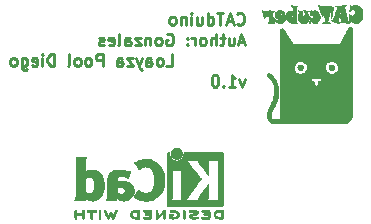
<source format=gbr>
%TF.GenerationSoftware,KiCad,Pcbnew,(5.1.8)-1*%
%TF.CreationDate,2020-12-16T21:52:19-05:00*%
%TF.ProjectId,Arduino Clone,41726475-696e-46f2-9043-6c6f6e652e6b,1.0*%
%TF.SameCoordinates,Original*%
%TF.FileFunction,Legend,Bot*%
%TF.FilePolarity,Positive*%
%FSLAX46Y46*%
G04 Gerber Fmt 4.6, Leading zero omitted, Abs format (unit mm)*
G04 Created by KiCad (PCBNEW (5.1.8)-1) date 2020-12-16 21:52:19*
%MOMM*%
%LPD*%
G01*
G04 APERTURE LIST*
%ADD10C,0.250000*%
%ADD11C,0.010000*%
G04 APERTURE END LIST*
D10*
X171493976Y-107015642D02*
X171541595Y-107063261D01*
X171684452Y-107110880D01*
X171779690Y-107110880D01*
X171922547Y-107063261D01*
X172017785Y-106968023D01*
X172065404Y-106872785D01*
X172113023Y-106682309D01*
X172113023Y-106539452D01*
X172065404Y-106348976D01*
X172017785Y-106253738D01*
X171922547Y-106158500D01*
X171779690Y-106110880D01*
X171684452Y-106110880D01*
X171541595Y-106158500D01*
X171493976Y-106206119D01*
X171113023Y-106825166D02*
X170636833Y-106825166D01*
X171208261Y-107110880D02*
X170874928Y-106110880D01*
X170541595Y-107110880D01*
X170351119Y-106110880D02*
X169779690Y-106110880D01*
X170065404Y-107110880D02*
X170065404Y-106110880D01*
X169017785Y-107110880D02*
X169017785Y-106110880D01*
X169017785Y-107063261D02*
X169113023Y-107110880D01*
X169303500Y-107110880D01*
X169398738Y-107063261D01*
X169446357Y-107015642D01*
X169493976Y-106920404D01*
X169493976Y-106634690D01*
X169446357Y-106539452D01*
X169398738Y-106491833D01*
X169303500Y-106444214D01*
X169113023Y-106444214D01*
X169017785Y-106491833D01*
X168113023Y-106444214D02*
X168113023Y-107110880D01*
X168541595Y-106444214D02*
X168541595Y-106968023D01*
X168493976Y-107063261D01*
X168398738Y-107110880D01*
X168255880Y-107110880D01*
X168160642Y-107063261D01*
X168113023Y-107015642D01*
X167636833Y-107110880D02*
X167636833Y-106444214D01*
X167636833Y-106110880D02*
X167684452Y-106158500D01*
X167636833Y-106206119D01*
X167589214Y-106158500D01*
X167636833Y-106110880D01*
X167636833Y-106206119D01*
X167160642Y-106444214D02*
X167160642Y-107110880D01*
X167160642Y-106539452D02*
X167113023Y-106491833D01*
X167017785Y-106444214D01*
X166874928Y-106444214D01*
X166779690Y-106491833D01*
X166732071Y-106587071D01*
X166732071Y-107110880D01*
X166113023Y-107110880D02*
X166208261Y-107063261D01*
X166255880Y-107015642D01*
X166303500Y-106920404D01*
X166303500Y-106634690D01*
X166255880Y-106539452D01*
X166208261Y-106491833D01*
X166113023Y-106444214D01*
X165970166Y-106444214D01*
X165874928Y-106491833D01*
X165827309Y-106539452D01*
X165779690Y-106634690D01*
X165779690Y-106920404D01*
X165827309Y-107015642D01*
X165874928Y-107063261D01*
X165970166Y-107110880D01*
X166113023Y-107110880D01*
X172113023Y-108575166D02*
X171636833Y-108575166D01*
X172208261Y-108860880D02*
X171874928Y-107860880D01*
X171541595Y-108860880D01*
X170779690Y-108194214D02*
X170779690Y-108860880D01*
X171208261Y-108194214D02*
X171208261Y-108718023D01*
X171160642Y-108813261D01*
X171065404Y-108860880D01*
X170922547Y-108860880D01*
X170827309Y-108813261D01*
X170779690Y-108765642D01*
X170446357Y-108194214D02*
X170065404Y-108194214D01*
X170303500Y-107860880D02*
X170303500Y-108718023D01*
X170255880Y-108813261D01*
X170160642Y-108860880D01*
X170065404Y-108860880D01*
X169732071Y-108860880D02*
X169732071Y-107860880D01*
X169303500Y-108860880D02*
X169303500Y-108337071D01*
X169351119Y-108241833D01*
X169446357Y-108194214D01*
X169589214Y-108194214D01*
X169684452Y-108241833D01*
X169732071Y-108289452D01*
X168684452Y-108860880D02*
X168779690Y-108813261D01*
X168827309Y-108765642D01*
X168874928Y-108670404D01*
X168874928Y-108384690D01*
X168827309Y-108289452D01*
X168779690Y-108241833D01*
X168684452Y-108194214D01*
X168541595Y-108194214D01*
X168446357Y-108241833D01*
X168398738Y-108289452D01*
X168351119Y-108384690D01*
X168351119Y-108670404D01*
X168398738Y-108765642D01*
X168446357Y-108813261D01*
X168541595Y-108860880D01*
X168684452Y-108860880D01*
X167922547Y-108860880D02*
X167922547Y-108194214D01*
X167922547Y-108384690D02*
X167874928Y-108289452D01*
X167827309Y-108241833D01*
X167732071Y-108194214D01*
X167636833Y-108194214D01*
X167303500Y-108765642D02*
X167255880Y-108813261D01*
X167303500Y-108860880D01*
X167351119Y-108813261D01*
X167303500Y-108765642D01*
X167303500Y-108860880D01*
X167303500Y-108241833D02*
X167255880Y-108289452D01*
X167303500Y-108337071D01*
X167351119Y-108289452D01*
X167303500Y-108241833D01*
X167303500Y-108337071D01*
X165541595Y-107908500D02*
X165636833Y-107860880D01*
X165779690Y-107860880D01*
X165922547Y-107908500D01*
X166017785Y-108003738D01*
X166065404Y-108098976D01*
X166113023Y-108289452D01*
X166113023Y-108432309D01*
X166065404Y-108622785D01*
X166017785Y-108718023D01*
X165922547Y-108813261D01*
X165779690Y-108860880D01*
X165684452Y-108860880D01*
X165541595Y-108813261D01*
X165493976Y-108765642D01*
X165493976Y-108432309D01*
X165684452Y-108432309D01*
X164922547Y-108860880D02*
X165017785Y-108813261D01*
X165065404Y-108765642D01*
X165113023Y-108670404D01*
X165113023Y-108384690D01*
X165065404Y-108289452D01*
X165017785Y-108241833D01*
X164922547Y-108194214D01*
X164779690Y-108194214D01*
X164684452Y-108241833D01*
X164636833Y-108289452D01*
X164589214Y-108384690D01*
X164589214Y-108670404D01*
X164636833Y-108765642D01*
X164684452Y-108813261D01*
X164779690Y-108860880D01*
X164922547Y-108860880D01*
X164160642Y-108194214D02*
X164160642Y-108860880D01*
X164160642Y-108289452D02*
X164113023Y-108241833D01*
X164017785Y-108194214D01*
X163874928Y-108194214D01*
X163779690Y-108241833D01*
X163732071Y-108337071D01*
X163732071Y-108860880D01*
X163351119Y-108194214D02*
X162827309Y-108194214D01*
X163351119Y-108860880D01*
X162827309Y-108860880D01*
X162017785Y-108860880D02*
X162017785Y-108337071D01*
X162065404Y-108241833D01*
X162160642Y-108194214D01*
X162351119Y-108194214D01*
X162446357Y-108241833D01*
X162017785Y-108813261D02*
X162113023Y-108860880D01*
X162351119Y-108860880D01*
X162446357Y-108813261D01*
X162493976Y-108718023D01*
X162493976Y-108622785D01*
X162446357Y-108527547D01*
X162351119Y-108479928D01*
X162113023Y-108479928D01*
X162017785Y-108432309D01*
X161398738Y-108860880D02*
X161493976Y-108813261D01*
X161541595Y-108718023D01*
X161541595Y-107860880D01*
X160636833Y-108813261D02*
X160732071Y-108860880D01*
X160922547Y-108860880D01*
X161017785Y-108813261D01*
X161065404Y-108718023D01*
X161065404Y-108337071D01*
X161017785Y-108241833D01*
X160922547Y-108194214D01*
X160732071Y-108194214D01*
X160636833Y-108241833D01*
X160589214Y-108337071D01*
X160589214Y-108432309D01*
X161065404Y-108527547D01*
X160208261Y-108813261D02*
X160113023Y-108860880D01*
X159922547Y-108860880D01*
X159827309Y-108813261D01*
X159779690Y-108718023D01*
X159779690Y-108670404D01*
X159827309Y-108575166D01*
X159922547Y-108527547D01*
X160065404Y-108527547D01*
X160160642Y-108479928D01*
X160208261Y-108384690D01*
X160208261Y-108337071D01*
X160160642Y-108241833D01*
X160065404Y-108194214D01*
X159922547Y-108194214D01*
X159827309Y-108241833D01*
X165493976Y-110610880D02*
X165970166Y-110610880D01*
X165970166Y-109610880D01*
X165017785Y-110610880D02*
X165113023Y-110563261D01*
X165160642Y-110515642D01*
X165208261Y-110420404D01*
X165208261Y-110134690D01*
X165160642Y-110039452D01*
X165113023Y-109991833D01*
X165017785Y-109944214D01*
X164874928Y-109944214D01*
X164779690Y-109991833D01*
X164732071Y-110039452D01*
X164684452Y-110134690D01*
X164684452Y-110420404D01*
X164732071Y-110515642D01*
X164779690Y-110563261D01*
X164874928Y-110610880D01*
X165017785Y-110610880D01*
X163827309Y-110610880D02*
X163827309Y-110087071D01*
X163874928Y-109991833D01*
X163970166Y-109944214D01*
X164160642Y-109944214D01*
X164255880Y-109991833D01*
X163827309Y-110563261D02*
X163922547Y-110610880D01*
X164160642Y-110610880D01*
X164255880Y-110563261D01*
X164303500Y-110468023D01*
X164303500Y-110372785D01*
X164255880Y-110277547D01*
X164160642Y-110229928D01*
X163922547Y-110229928D01*
X163827309Y-110182309D01*
X163446357Y-109944214D02*
X163208261Y-110610880D01*
X162970166Y-109944214D02*
X163208261Y-110610880D01*
X163303500Y-110848976D01*
X163351119Y-110896595D01*
X163446357Y-110944214D01*
X162684452Y-109944214D02*
X162160642Y-109944214D01*
X162684452Y-110610880D01*
X162160642Y-110610880D01*
X161351119Y-110610880D02*
X161351119Y-110087071D01*
X161398738Y-109991833D01*
X161493976Y-109944214D01*
X161684452Y-109944214D01*
X161779690Y-109991833D01*
X161351119Y-110563261D02*
X161446357Y-110610880D01*
X161684452Y-110610880D01*
X161779690Y-110563261D01*
X161827309Y-110468023D01*
X161827309Y-110372785D01*
X161779690Y-110277547D01*
X161684452Y-110229928D01*
X161446357Y-110229928D01*
X161351119Y-110182309D01*
X160113023Y-110610880D02*
X160113023Y-109610880D01*
X159732071Y-109610880D01*
X159636833Y-109658500D01*
X159589214Y-109706119D01*
X159541595Y-109801357D01*
X159541595Y-109944214D01*
X159589214Y-110039452D01*
X159636833Y-110087071D01*
X159732071Y-110134690D01*
X160113023Y-110134690D01*
X158970166Y-110610880D02*
X159065404Y-110563261D01*
X159113023Y-110515642D01*
X159160642Y-110420404D01*
X159160642Y-110134690D01*
X159113023Y-110039452D01*
X159065404Y-109991833D01*
X158970166Y-109944214D01*
X158827309Y-109944214D01*
X158732071Y-109991833D01*
X158684452Y-110039452D01*
X158636833Y-110134690D01*
X158636833Y-110420404D01*
X158684452Y-110515642D01*
X158732071Y-110563261D01*
X158827309Y-110610880D01*
X158970166Y-110610880D01*
X158065404Y-110610880D02*
X158160642Y-110563261D01*
X158208261Y-110515642D01*
X158255880Y-110420404D01*
X158255880Y-110134690D01*
X158208261Y-110039452D01*
X158160642Y-109991833D01*
X158065404Y-109944214D01*
X157922547Y-109944214D01*
X157827309Y-109991833D01*
X157779690Y-110039452D01*
X157732071Y-110134690D01*
X157732071Y-110420404D01*
X157779690Y-110515642D01*
X157827309Y-110563261D01*
X157922547Y-110610880D01*
X158065404Y-110610880D01*
X157160642Y-110610880D02*
X157255880Y-110563261D01*
X157303500Y-110468023D01*
X157303500Y-109610880D01*
X156017785Y-110610880D02*
X156017785Y-109610880D01*
X155779690Y-109610880D01*
X155636833Y-109658500D01*
X155541595Y-109753738D01*
X155493976Y-109848976D01*
X155446357Y-110039452D01*
X155446357Y-110182309D01*
X155493976Y-110372785D01*
X155541595Y-110468023D01*
X155636833Y-110563261D01*
X155779690Y-110610880D01*
X156017785Y-110610880D01*
X155017785Y-110610880D02*
X155017785Y-109944214D01*
X155017785Y-109610880D02*
X155065404Y-109658500D01*
X155017785Y-109706119D01*
X154970166Y-109658500D01*
X155017785Y-109610880D01*
X155017785Y-109706119D01*
X154160642Y-110563261D02*
X154255880Y-110610880D01*
X154446357Y-110610880D01*
X154541595Y-110563261D01*
X154589214Y-110468023D01*
X154589214Y-110087071D01*
X154541595Y-109991833D01*
X154446357Y-109944214D01*
X154255880Y-109944214D01*
X154160642Y-109991833D01*
X154113023Y-110087071D01*
X154113023Y-110182309D01*
X154589214Y-110277547D01*
X153255880Y-109944214D02*
X153255880Y-110753738D01*
X153303500Y-110848976D01*
X153351119Y-110896595D01*
X153446357Y-110944214D01*
X153589214Y-110944214D01*
X153684452Y-110896595D01*
X153255880Y-110563261D02*
X153351119Y-110610880D01*
X153541595Y-110610880D01*
X153636833Y-110563261D01*
X153684452Y-110515642D01*
X153732071Y-110420404D01*
X153732071Y-110134690D01*
X153684452Y-110039452D01*
X153636833Y-109991833D01*
X153541595Y-109944214D01*
X153351119Y-109944214D01*
X153255880Y-109991833D01*
X152636833Y-110610880D02*
X152732071Y-110563261D01*
X152779690Y-110515642D01*
X152827309Y-110420404D01*
X152827309Y-110134690D01*
X152779690Y-110039452D01*
X152732071Y-109991833D01*
X152636833Y-109944214D01*
X152493976Y-109944214D01*
X152398738Y-109991833D01*
X152351119Y-110039452D01*
X152303500Y-110134690D01*
X152303500Y-110420404D01*
X152351119Y-110515642D01*
X152398738Y-110563261D01*
X152493976Y-110610880D01*
X152636833Y-110610880D01*
X172160642Y-111694214D02*
X171922547Y-112360880D01*
X171684452Y-111694214D01*
X170779690Y-112360880D02*
X171351119Y-112360880D01*
X171065404Y-112360880D02*
X171065404Y-111360880D01*
X171160642Y-111503738D01*
X171255880Y-111598976D01*
X171351119Y-111646595D01*
X170351119Y-112265642D02*
X170303500Y-112313261D01*
X170351119Y-112360880D01*
X170398738Y-112313261D01*
X170351119Y-112265642D01*
X170351119Y-112360880D01*
X169684452Y-111360880D02*
X169589214Y-111360880D01*
X169493976Y-111408500D01*
X169446357Y-111456119D01*
X169398738Y-111551357D01*
X169351119Y-111741833D01*
X169351119Y-111979928D01*
X169398738Y-112170404D01*
X169446357Y-112265642D01*
X169493976Y-112313261D01*
X169589214Y-112360880D01*
X169684452Y-112360880D01*
X169779690Y-112313261D01*
X169827309Y-112265642D01*
X169874928Y-112170404D01*
X169922547Y-111979928D01*
X169922547Y-111741833D01*
X169874928Y-111551357D01*
X169827309Y-111456119D01*
X169779690Y-111408500D01*
X169684452Y-111360880D01*
D11*
%TO.C,G\u002A\u002A\u002A*%
G36*
X180999648Y-107321050D02*
G01*
X180972081Y-107338082D01*
X180952048Y-107363001D01*
X180918327Y-107414848D01*
X180874040Y-107488393D01*
X180822306Y-107578407D01*
X180766249Y-107679660D01*
X180747605Y-107714142D01*
X180687296Y-107826299D01*
X180627648Y-107937124D01*
X180572635Y-108039243D01*
X180526232Y-108125280D01*
X180492411Y-108187859D01*
X180488581Y-108194928D01*
X180448959Y-108268388D01*
X180399419Y-108360761D01*
X180347009Y-108458882D01*
X180309315Y-108529727D01*
X180267833Y-108606860D01*
X180231722Y-108672157D01*
X180204727Y-108718971D01*
X180190596Y-108740654D01*
X180190258Y-108740993D01*
X180170663Y-108742730D01*
X180117130Y-108744513D01*
X180032009Y-108746317D01*
X179917650Y-108748122D01*
X179776400Y-108749905D01*
X179610608Y-108751643D01*
X179422624Y-108753314D01*
X179214796Y-108754895D01*
X178989473Y-108756364D01*
X178749003Y-108757699D01*
X178495737Y-108758877D01*
X178232021Y-108759876D01*
X178200798Y-108759980D01*
X176224881Y-108766428D01*
X175840189Y-108149571D01*
X175754026Y-108012102D01*
X175671858Y-107882329D01*
X175596089Y-107763950D01*
X175529123Y-107660667D01*
X175473364Y-107576179D01*
X175431215Y-107514186D01*
X175405081Y-107478388D01*
X175401134Y-107473750D01*
X175339532Y-107426563D01*
X175275180Y-107415554D01*
X175208215Y-107440731D01*
X175179750Y-107461755D01*
X175123929Y-107508725D01*
X175124360Y-111194648D01*
X175124790Y-114880571D01*
X175169633Y-114989428D01*
X175192601Y-115045951D01*
X175208802Y-115087277D01*
X175214559Y-115103879D01*
X175197353Y-115105315D01*
X175149306Y-115106065D01*
X175075858Y-115106129D01*
X174982447Y-115105507D01*
X174874512Y-115104199D01*
X174853203Y-115103879D01*
X174729744Y-115101795D01*
X174637277Y-115099489D01*
X174570507Y-115096347D01*
X174524144Y-115091754D01*
X174492894Y-115085097D01*
X174471464Y-115075761D01*
X174454563Y-115063133D01*
X174447667Y-115056817D01*
X174399805Y-114987595D01*
X174371111Y-114888555D01*
X174361929Y-114765966D01*
X174368922Y-114643677D01*
X174392188Y-114530675D01*
X174435157Y-114413930D01*
X174478306Y-114323957D01*
X174516115Y-114250489D01*
X174564810Y-114155941D01*
X174618639Y-114051476D01*
X174671851Y-113948260D01*
X174682263Y-113928071D01*
X174750197Y-113788547D01*
X174811927Y-113646817D01*
X174864502Y-113510662D01*
X174904973Y-113387863D01*
X174930390Y-113286201D01*
X174934308Y-113263256D01*
X174943055Y-113205141D01*
X174954342Y-113131334D01*
X174961594Y-113084428D01*
X174972372Y-112980534D01*
X174977488Y-112852318D01*
X174977100Y-112711275D01*
X174971364Y-112568901D01*
X174960437Y-112436689D01*
X174951819Y-112369433D01*
X174900629Y-112134804D01*
X174820394Y-111911162D01*
X174713715Y-111703775D01*
X174583189Y-111517913D01*
X174471983Y-111396563D01*
X174378555Y-111311380D01*
X174301320Y-111253805D01*
X174236078Y-111221432D01*
X174178629Y-111211857D01*
X174153845Y-111214412D01*
X174089104Y-111242616D01*
X174040796Y-111294054D01*
X174017939Y-111358329D01*
X174017215Y-111371908D01*
X174018102Y-111393032D01*
X174023460Y-111412129D01*
X174037331Y-111433843D01*
X174063758Y-111462816D01*
X174106784Y-111503690D01*
X174170451Y-111561109D01*
X174221691Y-111606721D01*
X174342211Y-111736826D01*
X174445172Y-111895570D01*
X174528969Y-112079005D01*
X174592000Y-112283181D01*
X174632662Y-112504149D01*
X174646201Y-112652491D01*
X174647934Y-112871794D01*
X174626680Y-113083335D01*
X174580881Y-113293514D01*
X174508981Y-113508736D01*
X174409423Y-113735404D01*
X174358048Y-113837357D01*
X174274229Y-113999114D01*
X174206097Y-114133401D01*
X174151923Y-114244580D01*
X174109977Y-114337012D01*
X174078529Y-114415059D01*
X174055848Y-114483083D01*
X174040204Y-114545446D01*
X174029868Y-114606510D01*
X174023110Y-114670636D01*
X174022007Y-114684587D01*
X174023026Y-114847238D01*
X174050130Y-114997641D01*
X174101378Y-115131484D01*
X174174834Y-115244454D01*
X174268559Y-115332239D01*
X174329631Y-115369018D01*
X174423482Y-115415785D01*
X177572241Y-115414226D01*
X177908126Y-115413980D01*
X178234576Y-115413585D01*
X178549710Y-115413050D01*
X178851648Y-115412385D01*
X179138511Y-115411598D01*
X179408417Y-115410699D01*
X179659488Y-115409696D01*
X179889844Y-115408600D01*
X180097603Y-115407419D01*
X180280887Y-115406162D01*
X180437814Y-115404839D01*
X180566506Y-115403458D01*
X180665082Y-115402029D01*
X180731662Y-115400562D01*
X180764367Y-115399064D01*
X180767206Y-115398638D01*
X180858197Y-115356987D01*
X180953830Y-115289395D01*
X181045573Y-115203734D01*
X181124899Y-115107873D01*
X181178967Y-115018690D01*
X181229000Y-114916857D01*
X181232980Y-111738427D01*
X178621891Y-111738427D01*
X178618444Y-111772605D01*
X178604236Y-111820491D01*
X178587143Y-111853210D01*
X178552430Y-111876182D01*
X178495422Y-111896711D01*
X178430067Y-111910593D01*
X178385107Y-111914113D01*
X178335215Y-111914214D01*
X178335215Y-112058040D01*
X178334292Y-112131173D01*
X178329840Y-112177631D01*
X178319330Y-112207010D01*
X178300232Y-112228907D01*
X178287411Y-112239469D01*
X178220443Y-112272104D01*
X178151131Y-112269466D01*
X178086762Y-112233321D01*
X178059575Y-112205977D01*
X178042956Y-112174682D01*
X178033258Y-112128689D01*
X178026836Y-112057250D01*
X178026786Y-112056523D01*
X178017715Y-111923474D01*
X177917929Y-111908022D01*
X177847159Y-111890779D01*
X177791566Y-111865578D01*
X177777322Y-111854872D01*
X177742845Y-111800763D01*
X177737578Y-111736821D01*
X177761313Y-111674458D01*
X177781033Y-111650318D01*
X177797400Y-111634898D01*
X177814813Y-111623525D01*
X177838687Y-111615582D01*
X177874434Y-111610455D01*
X177927468Y-111607527D01*
X178003204Y-111606181D01*
X178107054Y-111605804D01*
X178172500Y-111605785D01*
X178519434Y-111605785D01*
X178574590Y-111660941D01*
X178610103Y-111702455D01*
X178621891Y-111738427D01*
X181232980Y-111738427D01*
X181233705Y-111159582D01*
X181234216Y-110751340D01*
X180059038Y-110751340D01*
X180034276Y-110890330D01*
X180028381Y-110908589D01*
X179985113Y-110993381D01*
X179917179Y-111078840D01*
X179834602Y-111154998D01*
X179747409Y-111211890D01*
X179705000Y-111230069D01*
X179611087Y-111250740D01*
X179502822Y-111257103D01*
X179393551Y-111249753D01*
X179296621Y-111229284D01*
X179247398Y-111209664D01*
X179124427Y-111127817D01*
X179029330Y-111024231D01*
X178992079Y-110963347D01*
X178956791Y-110864273D01*
X178941355Y-110748561D01*
X178942261Y-110725857D01*
X177416643Y-110725857D01*
X177401795Y-110858978D01*
X177356265Y-110976200D01*
X177277643Y-111083125D01*
X177251059Y-111110343D01*
X177148430Y-111186125D01*
X177026774Y-111236711D01*
X176894680Y-111260441D01*
X176760736Y-111255656D01*
X176648654Y-111226730D01*
X176530171Y-111166971D01*
X176437205Y-111085222D01*
X176363581Y-110975825D01*
X176353741Y-110956511D01*
X176320168Y-110881951D01*
X176302245Y-110820712D01*
X176295823Y-110755709D01*
X176295619Y-110717141D01*
X176314563Y-110579538D01*
X176366023Y-110454670D01*
X176447280Y-110346610D01*
X176555611Y-110259434D01*
X176626599Y-110221477D01*
X176731864Y-110190132D01*
X176852588Y-110180333D01*
X176975279Y-110191757D01*
X177086445Y-110224078D01*
X177106166Y-110233049D01*
X177226387Y-110310403D01*
X177319019Y-110409844D01*
X177382031Y-110528150D01*
X177413394Y-110662097D01*
X177416643Y-110725857D01*
X178942261Y-110725857D01*
X178946082Y-110630148D01*
X178971286Y-110522973D01*
X178981627Y-110497804D01*
X179051258Y-110387483D01*
X179145600Y-110298298D01*
X179258385Y-110232491D01*
X179383344Y-110192304D01*
X179514209Y-110179982D01*
X179644711Y-110197768D01*
X179732215Y-110229206D01*
X179835972Y-110285826D01*
X179913417Y-110350234D01*
X179974488Y-110431793D01*
X180003305Y-110484553D01*
X180048632Y-110614688D01*
X180059038Y-110751340D01*
X181234216Y-110751340D01*
X181238410Y-107402306D01*
X181193750Y-107354117D01*
X181136798Y-107316991D01*
X181067399Y-107305629D01*
X180999648Y-107321050D01*
G37*
X180999648Y-107321050D02*
X180972081Y-107338082D01*
X180952048Y-107363001D01*
X180918327Y-107414848D01*
X180874040Y-107488393D01*
X180822306Y-107578407D01*
X180766249Y-107679660D01*
X180747605Y-107714142D01*
X180687296Y-107826299D01*
X180627648Y-107937124D01*
X180572635Y-108039243D01*
X180526232Y-108125280D01*
X180492411Y-108187859D01*
X180488581Y-108194928D01*
X180448959Y-108268388D01*
X180399419Y-108360761D01*
X180347009Y-108458882D01*
X180309315Y-108529727D01*
X180267833Y-108606860D01*
X180231722Y-108672157D01*
X180204727Y-108718971D01*
X180190596Y-108740654D01*
X180190258Y-108740993D01*
X180170663Y-108742730D01*
X180117130Y-108744513D01*
X180032009Y-108746317D01*
X179917650Y-108748122D01*
X179776400Y-108749905D01*
X179610608Y-108751643D01*
X179422624Y-108753314D01*
X179214796Y-108754895D01*
X178989473Y-108756364D01*
X178749003Y-108757699D01*
X178495737Y-108758877D01*
X178232021Y-108759876D01*
X178200798Y-108759980D01*
X176224881Y-108766428D01*
X175840189Y-108149571D01*
X175754026Y-108012102D01*
X175671858Y-107882329D01*
X175596089Y-107763950D01*
X175529123Y-107660667D01*
X175473364Y-107576179D01*
X175431215Y-107514186D01*
X175405081Y-107478388D01*
X175401134Y-107473750D01*
X175339532Y-107426563D01*
X175275180Y-107415554D01*
X175208215Y-107440731D01*
X175179750Y-107461755D01*
X175123929Y-107508725D01*
X175124360Y-111194648D01*
X175124790Y-114880571D01*
X175169633Y-114989428D01*
X175192601Y-115045951D01*
X175208802Y-115087277D01*
X175214559Y-115103879D01*
X175197353Y-115105315D01*
X175149306Y-115106065D01*
X175075858Y-115106129D01*
X174982447Y-115105507D01*
X174874512Y-115104199D01*
X174853203Y-115103879D01*
X174729744Y-115101795D01*
X174637277Y-115099489D01*
X174570507Y-115096347D01*
X174524144Y-115091754D01*
X174492894Y-115085097D01*
X174471464Y-115075761D01*
X174454563Y-115063133D01*
X174447667Y-115056817D01*
X174399805Y-114987595D01*
X174371111Y-114888555D01*
X174361929Y-114765966D01*
X174368922Y-114643677D01*
X174392188Y-114530675D01*
X174435157Y-114413930D01*
X174478306Y-114323957D01*
X174516115Y-114250489D01*
X174564810Y-114155941D01*
X174618639Y-114051476D01*
X174671851Y-113948260D01*
X174682263Y-113928071D01*
X174750197Y-113788547D01*
X174811927Y-113646817D01*
X174864502Y-113510662D01*
X174904973Y-113387863D01*
X174930390Y-113286201D01*
X174934308Y-113263256D01*
X174943055Y-113205141D01*
X174954342Y-113131334D01*
X174961594Y-113084428D01*
X174972372Y-112980534D01*
X174977488Y-112852318D01*
X174977100Y-112711275D01*
X174971364Y-112568901D01*
X174960437Y-112436689D01*
X174951819Y-112369433D01*
X174900629Y-112134804D01*
X174820394Y-111911162D01*
X174713715Y-111703775D01*
X174583189Y-111517913D01*
X174471983Y-111396563D01*
X174378555Y-111311380D01*
X174301320Y-111253805D01*
X174236078Y-111221432D01*
X174178629Y-111211857D01*
X174153845Y-111214412D01*
X174089104Y-111242616D01*
X174040796Y-111294054D01*
X174017939Y-111358329D01*
X174017215Y-111371908D01*
X174018102Y-111393032D01*
X174023460Y-111412129D01*
X174037331Y-111433843D01*
X174063758Y-111462816D01*
X174106784Y-111503690D01*
X174170451Y-111561109D01*
X174221691Y-111606721D01*
X174342211Y-111736826D01*
X174445172Y-111895570D01*
X174528969Y-112079005D01*
X174592000Y-112283181D01*
X174632662Y-112504149D01*
X174646201Y-112652491D01*
X174647934Y-112871794D01*
X174626680Y-113083335D01*
X174580881Y-113293514D01*
X174508981Y-113508736D01*
X174409423Y-113735404D01*
X174358048Y-113837357D01*
X174274229Y-113999114D01*
X174206097Y-114133401D01*
X174151923Y-114244580D01*
X174109977Y-114337012D01*
X174078529Y-114415059D01*
X174055848Y-114483083D01*
X174040204Y-114545446D01*
X174029868Y-114606510D01*
X174023110Y-114670636D01*
X174022007Y-114684587D01*
X174023026Y-114847238D01*
X174050130Y-114997641D01*
X174101378Y-115131484D01*
X174174834Y-115244454D01*
X174268559Y-115332239D01*
X174329631Y-115369018D01*
X174423482Y-115415785D01*
X177572241Y-115414226D01*
X177908126Y-115413980D01*
X178234576Y-115413585D01*
X178549710Y-115413050D01*
X178851648Y-115412385D01*
X179138511Y-115411598D01*
X179408417Y-115410699D01*
X179659488Y-115409696D01*
X179889844Y-115408600D01*
X180097603Y-115407419D01*
X180280887Y-115406162D01*
X180437814Y-115404839D01*
X180566506Y-115403458D01*
X180665082Y-115402029D01*
X180731662Y-115400562D01*
X180764367Y-115399064D01*
X180767206Y-115398638D01*
X180858197Y-115356987D01*
X180953830Y-115289395D01*
X181045573Y-115203734D01*
X181124899Y-115107873D01*
X181178967Y-115018690D01*
X181229000Y-114916857D01*
X181232980Y-111738427D01*
X178621891Y-111738427D01*
X178618444Y-111772605D01*
X178604236Y-111820491D01*
X178587143Y-111853210D01*
X178552430Y-111876182D01*
X178495422Y-111896711D01*
X178430067Y-111910593D01*
X178385107Y-111914113D01*
X178335215Y-111914214D01*
X178335215Y-112058040D01*
X178334292Y-112131173D01*
X178329840Y-112177631D01*
X178319330Y-112207010D01*
X178300232Y-112228907D01*
X178287411Y-112239469D01*
X178220443Y-112272104D01*
X178151131Y-112269466D01*
X178086762Y-112233321D01*
X178059575Y-112205977D01*
X178042956Y-112174682D01*
X178033258Y-112128689D01*
X178026836Y-112057250D01*
X178026786Y-112056523D01*
X178017715Y-111923474D01*
X177917929Y-111908022D01*
X177847159Y-111890779D01*
X177791566Y-111865578D01*
X177777322Y-111854872D01*
X177742845Y-111800763D01*
X177737578Y-111736821D01*
X177761313Y-111674458D01*
X177781033Y-111650318D01*
X177797400Y-111634898D01*
X177814813Y-111623525D01*
X177838687Y-111615582D01*
X177874434Y-111610455D01*
X177927468Y-111607527D01*
X178003204Y-111606181D01*
X178107054Y-111605804D01*
X178172500Y-111605785D01*
X178519434Y-111605785D01*
X178574590Y-111660941D01*
X178610103Y-111702455D01*
X178621891Y-111738427D01*
X181232980Y-111738427D01*
X181233705Y-111159582D01*
X181234216Y-110751340D01*
X180059038Y-110751340D01*
X180034276Y-110890330D01*
X180028381Y-110908589D01*
X179985113Y-110993381D01*
X179917179Y-111078840D01*
X179834602Y-111154998D01*
X179747409Y-111211890D01*
X179705000Y-111230069D01*
X179611087Y-111250740D01*
X179502822Y-111257103D01*
X179393551Y-111249753D01*
X179296621Y-111229284D01*
X179247398Y-111209664D01*
X179124427Y-111127817D01*
X179029330Y-111024231D01*
X178992079Y-110963347D01*
X178956791Y-110864273D01*
X178941355Y-110748561D01*
X178942261Y-110725857D01*
X177416643Y-110725857D01*
X177401795Y-110858978D01*
X177356265Y-110976200D01*
X177277643Y-111083125D01*
X177251059Y-111110343D01*
X177148430Y-111186125D01*
X177026774Y-111236711D01*
X176894680Y-111260441D01*
X176760736Y-111255656D01*
X176648654Y-111226730D01*
X176530171Y-111166971D01*
X176437205Y-111085222D01*
X176363581Y-110975825D01*
X176353741Y-110956511D01*
X176320168Y-110881951D01*
X176302245Y-110820712D01*
X176295823Y-110755709D01*
X176295619Y-110717141D01*
X176314563Y-110579538D01*
X176366023Y-110454670D01*
X176447280Y-110346610D01*
X176555611Y-110259434D01*
X176626599Y-110221477D01*
X176731864Y-110190132D01*
X176852588Y-110180333D01*
X176975279Y-110191757D01*
X177086445Y-110224078D01*
X177106166Y-110233049D01*
X177226387Y-110310403D01*
X177319019Y-110409844D01*
X177382031Y-110528150D01*
X177413394Y-110662097D01*
X177416643Y-110725857D01*
X178942261Y-110725857D01*
X178946082Y-110630148D01*
X178971286Y-110522973D01*
X178981627Y-110497804D01*
X179051258Y-110387483D01*
X179145600Y-110298298D01*
X179258385Y-110232491D01*
X179383344Y-110192304D01*
X179514209Y-110179982D01*
X179644711Y-110197768D01*
X179732215Y-110229206D01*
X179835972Y-110285826D01*
X179913417Y-110350234D01*
X179974488Y-110431793D01*
X180003305Y-110484553D01*
X180048632Y-110614688D01*
X180059038Y-110751340D01*
X181234216Y-110751340D01*
X181238410Y-107402306D01*
X181193750Y-107354117D01*
X181136798Y-107316991D01*
X181067399Y-107305629D01*
X180999648Y-107321050D01*
G36*
X180376286Y-105481889D02*
G01*
X180260720Y-105486193D01*
X180145311Y-105491203D01*
X180040279Y-105496427D01*
X179955841Y-105501372D01*
X179922715Y-105503728D01*
X179777572Y-105515159D01*
X179868286Y-105557582D01*
X179921144Y-105582010D01*
X179960478Y-105599653D01*
X179973674Y-105605144D01*
X179971591Y-105622862D01*
X179958691Y-105670585D01*
X179936304Y-105744125D01*
X179905756Y-105839295D01*
X179868376Y-105951906D01*
X179825491Y-106077770D01*
X179805852Y-106134453D01*
X179760529Y-106264765D01*
X179719308Y-106383534D01*
X179683637Y-106486569D01*
X179654964Y-106569679D01*
X179634736Y-106628674D01*
X179624400Y-106659363D01*
X179623358Y-106662806D01*
X179608218Y-106671354D01*
X179569898Y-106688184D01*
X179546863Y-106697595D01*
X179470369Y-106728202D01*
X179775908Y-106853274D01*
X179899036Y-106903727D01*
X179992225Y-106941665D01*
X180059216Y-106968071D01*
X180103751Y-106983933D01*
X180129571Y-106990236D01*
X180140417Y-106987966D01*
X180140030Y-106978108D01*
X180132152Y-106961649D01*
X180123168Y-106944777D01*
X180097297Y-106897019D01*
X180062304Y-106835173D01*
X180039645Y-106796235D01*
X180009855Y-106743211D01*
X179995767Y-106704247D01*
X179994805Y-106663616D01*
X180004392Y-106605589D01*
X180006583Y-106594401D01*
X180028086Y-106485107D01*
X180120543Y-106496217D01*
X180179979Y-106502715D01*
X180227584Y-106506796D01*
X180242796Y-106507485D01*
X180262339Y-106518782D01*
X180280911Y-106555697D01*
X180300833Y-106623097D01*
X180304008Y-106635839D01*
X180335424Y-106764036D01*
X180285610Y-106816031D01*
X180235795Y-106868026D01*
X180296969Y-106877628D01*
X180339263Y-106883028D01*
X180407874Y-106890435D01*
X180492959Y-106898832D01*
X180575858Y-106906429D01*
X180671350Y-106915061D01*
X180763161Y-106923731D01*
X180839859Y-106931338D01*
X180884286Y-106936107D01*
X180975000Y-106946587D01*
X180789322Y-106752571D01*
X180684474Y-106221143D01*
X180294127Y-106221143D01*
X180288896Y-106232075D01*
X180266451Y-106227748D01*
X180219968Y-106208434D01*
X180197164Y-106198365D01*
X180149194Y-106174866D01*
X180118689Y-106155545D01*
X180112970Y-106148472D01*
X180117343Y-106120085D01*
X180129175Y-106070311D01*
X180145699Y-106008747D01*
X180164148Y-105944992D01*
X180181755Y-105888643D01*
X180195752Y-105849297D01*
X180202954Y-105836357D01*
X180211483Y-105852855D01*
X180224482Y-105897016D01*
X180239731Y-105960838D01*
X180246994Y-105995107D01*
X180262741Y-106071649D01*
X180276761Y-106138566D01*
X180286751Y-106184916D01*
X180288970Y-106194678D01*
X180294127Y-106221143D01*
X180684474Y-106221143D01*
X180559608Y-105588259D01*
X180622162Y-105529869D01*
X180684715Y-105471479D01*
X180376286Y-105481889D01*
G37*
X180376286Y-105481889D02*
X180260720Y-105486193D01*
X180145311Y-105491203D01*
X180040279Y-105496427D01*
X179955841Y-105501372D01*
X179922715Y-105503728D01*
X179777572Y-105515159D01*
X179868286Y-105557582D01*
X179921144Y-105582010D01*
X179960478Y-105599653D01*
X179973674Y-105605144D01*
X179971591Y-105622862D01*
X179958691Y-105670585D01*
X179936304Y-105744125D01*
X179905756Y-105839295D01*
X179868376Y-105951906D01*
X179825491Y-106077770D01*
X179805852Y-106134453D01*
X179760529Y-106264765D01*
X179719308Y-106383534D01*
X179683637Y-106486569D01*
X179654964Y-106569679D01*
X179634736Y-106628674D01*
X179624400Y-106659363D01*
X179623358Y-106662806D01*
X179608218Y-106671354D01*
X179569898Y-106688184D01*
X179546863Y-106697595D01*
X179470369Y-106728202D01*
X179775908Y-106853274D01*
X179899036Y-106903727D01*
X179992225Y-106941665D01*
X180059216Y-106968071D01*
X180103751Y-106983933D01*
X180129571Y-106990236D01*
X180140417Y-106987966D01*
X180140030Y-106978108D01*
X180132152Y-106961649D01*
X180123168Y-106944777D01*
X180097297Y-106897019D01*
X180062304Y-106835173D01*
X180039645Y-106796235D01*
X180009855Y-106743211D01*
X179995767Y-106704247D01*
X179994805Y-106663616D01*
X180004392Y-106605589D01*
X180006583Y-106594401D01*
X180028086Y-106485107D01*
X180120543Y-106496217D01*
X180179979Y-106502715D01*
X180227584Y-106506796D01*
X180242796Y-106507485D01*
X180262339Y-106518782D01*
X180280911Y-106555697D01*
X180300833Y-106623097D01*
X180304008Y-106635839D01*
X180335424Y-106764036D01*
X180285610Y-106816031D01*
X180235795Y-106868026D01*
X180296969Y-106877628D01*
X180339263Y-106883028D01*
X180407874Y-106890435D01*
X180492959Y-106898832D01*
X180575858Y-106906429D01*
X180671350Y-106915061D01*
X180763161Y-106923731D01*
X180839859Y-106931338D01*
X180884286Y-106936107D01*
X180975000Y-106946587D01*
X180789322Y-106752571D01*
X180684474Y-106221143D01*
X180294127Y-106221143D01*
X180288896Y-106232075D01*
X180266451Y-106227748D01*
X180219968Y-106208434D01*
X180197164Y-106198365D01*
X180149194Y-106174866D01*
X180118689Y-106155545D01*
X180112970Y-106148472D01*
X180117343Y-106120085D01*
X180129175Y-106070311D01*
X180145699Y-106008747D01*
X180164148Y-105944992D01*
X180181755Y-105888643D01*
X180195752Y-105849297D01*
X180202954Y-105836357D01*
X180211483Y-105852855D01*
X180224482Y-105897016D01*
X180239731Y-105960838D01*
X180246994Y-105995107D01*
X180262741Y-106071649D01*
X180276761Y-106138566D01*
X180286751Y-106184916D01*
X180288970Y-106194678D01*
X180294127Y-106221143D01*
X180684474Y-106221143D01*
X180559608Y-105588259D01*
X180622162Y-105529869D01*
X180684715Y-105471479D01*
X180376286Y-105481889D01*
G36*
X181318749Y-105479193D02*
G01*
X181226198Y-105526713D01*
X181211452Y-105537487D01*
X181162461Y-105573146D01*
X181133841Y-105584465D01*
X181117515Y-105569634D01*
X181105408Y-105526840D01*
X181102407Y-105513024D01*
X181091572Y-105475352D01*
X181081749Y-105461074D01*
X181080513Y-105461725D01*
X181074638Y-105481934D01*
X181065072Y-105529928D01*
X181053112Y-105597550D01*
X181040054Y-105676642D01*
X181027196Y-105759049D01*
X181015834Y-105836613D01*
X181007263Y-105901177D01*
X181002782Y-105944585D01*
X181002421Y-105953015D01*
X181007394Y-105967450D01*
X181025201Y-105957518D01*
X181059712Y-105920812D01*
X181066006Y-105913505D01*
X181140912Y-105845923D01*
X181218571Y-105810440D01*
X181293841Y-105806246D01*
X181361578Y-105832535D01*
X181416640Y-105888497D01*
X181453886Y-105973325D01*
X181454202Y-105974507D01*
X181465129Y-106070481D01*
X181449061Y-106159858D01*
X181410219Y-106236945D01*
X181352822Y-106296053D01*
X181281091Y-106331490D01*
X181199246Y-106337567D01*
X181186415Y-106335604D01*
X181129226Y-106318932D01*
X181063708Y-106291331D01*
X181040277Y-106279223D01*
X180993049Y-106255570D01*
X180960000Y-106243687D01*
X180951435Y-106243945D01*
X180950403Y-106264000D01*
X180953305Y-106312843D01*
X180959351Y-106383284D01*
X180967750Y-106468137D01*
X180977709Y-106560211D01*
X180988437Y-106652319D01*
X180999143Y-106737272D01*
X181009035Y-106807881D01*
X181017322Y-106856958D01*
X181020426Y-106870500D01*
X181027916Y-106884851D01*
X181035048Y-106869133D01*
X181042575Y-106820871D01*
X181046718Y-106783777D01*
X181060435Y-106651698D01*
X181123562Y-106732724D01*
X181224079Y-106838664D01*
X181335743Y-106915560D01*
X181454229Y-106962065D01*
X181575213Y-106976837D01*
X181694372Y-106958531D01*
X181762598Y-106931407D01*
X181850346Y-106870783D01*
X181933761Y-106781587D01*
X182006681Y-106671486D01*
X182056213Y-106566149D01*
X182081318Y-106476224D01*
X182098452Y-106363766D01*
X182106753Y-106241822D01*
X182105364Y-106123441D01*
X182093425Y-106021670D01*
X182092396Y-106016575D01*
X182046516Y-105867237D01*
X181976498Y-105735367D01*
X181886013Y-105624762D01*
X181778730Y-105539220D01*
X181658318Y-105482537D01*
X181554970Y-105460517D01*
X181426131Y-105457622D01*
X181318749Y-105479193D01*
G37*
X181318749Y-105479193D02*
X181226198Y-105526713D01*
X181211452Y-105537487D01*
X181162461Y-105573146D01*
X181133841Y-105584465D01*
X181117515Y-105569634D01*
X181105408Y-105526840D01*
X181102407Y-105513024D01*
X181091572Y-105475352D01*
X181081749Y-105461074D01*
X181080513Y-105461725D01*
X181074638Y-105481934D01*
X181065072Y-105529928D01*
X181053112Y-105597550D01*
X181040054Y-105676642D01*
X181027196Y-105759049D01*
X181015834Y-105836613D01*
X181007263Y-105901177D01*
X181002782Y-105944585D01*
X181002421Y-105953015D01*
X181007394Y-105967450D01*
X181025201Y-105957518D01*
X181059712Y-105920812D01*
X181066006Y-105913505D01*
X181140912Y-105845923D01*
X181218571Y-105810440D01*
X181293841Y-105806246D01*
X181361578Y-105832535D01*
X181416640Y-105888497D01*
X181453886Y-105973325D01*
X181454202Y-105974507D01*
X181465129Y-106070481D01*
X181449061Y-106159858D01*
X181410219Y-106236945D01*
X181352822Y-106296053D01*
X181281091Y-106331490D01*
X181199246Y-106337567D01*
X181186415Y-106335604D01*
X181129226Y-106318932D01*
X181063708Y-106291331D01*
X181040277Y-106279223D01*
X180993049Y-106255570D01*
X180960000Y-106243687D01*
X180951435Y-106243945D01*
X180950403Y-106264000D01*
X180953305Y-106312843D01*
X180959351Y-106383284D01*
X180967750Y-106468137D01*
X180977709Y-106560211D01*
X180988437Y-106652319D01*
X180999143Y-106737272D01*
X181009035Y-106807881D01*
X181017322Y-106856958D01*
X181020426Y-106870500D01*
X181027916Y-106884851D01*
X181035048Y-106869133D01*
X181042575Y-106820871D01*
X181046718Y-106783777D01*
X181060435Y-106651698D01*
X181123562Y-106732724D01*
X181224079Y-106838664D01*
X181335743Y-106915560D01*
X181454229Y-106962065D01*
X181575213Y-106976837D01*
X181694372Y-106958531D01*
X181762598Y-106931407D01*
X181850346Y-106870783D01*
X181933761Y-106781587D01*
X182006681Y-106671486D01*
X182056213Y-106566149D01*
X182081318Y-106476224D01*
X182098452Y-106363766D01*
X182106753Y-106241822D01*
X182105364Y-106123441D01*
X182093425Y-106021670D01*
X182092396Y-106016575D01*
X182046516Y-105867237D01*
X181976498Y-105735367D01*
X181886013Y-105624762D01*
X181778730Y-105539220D01*
X181658318Y-105482537D01*
X181554970Y-105460517D01*
X181426131Y-105457622D01*
X181318749Y-105479193D01*
G36*
X178360453Y-105478499D02*
G01*
X178364567Y-105496781D01*
X178380246Y-105543311D01*
X178405395Y-105612721D01*
X178437916Y-105699646D01*
X178475713Y-105798717D01*
X178516689Y-105904567D01*
X178558746Y-106011830D01*
X178599788Y-106115138D01*
X178637718Y-106209124D01*
X178670440Y-106288421D01*
X178695855Y-106347662D01*
X178711868Y-106381479D01*
X178715353Y-106386882D01*
X178721939Y-106375806D01*
X178729238Y-106334665D01*
X178736442Y-106269646D01*
X178742743Y-106186937D01*
X178743803Y-106169167D01*
X178751146Y-106043142D01*
X178757702Y-105947184D01*
X178764375Y-105881940D01*
X178772067Y-105848056D01*
X178781680Y-105846181D01*
X178794117Y-105876962D01*
X178810281Y-105941044D01*
X178831074Y-106039076D01*
X178857399Y-106171704D01*
X178875305Y-106263444D01*
X178900319Y-106392491D01*
X178922863Y-106510214D01*
X178942042Y-106611818D01*
X178956960Y-106692506D01*
X178966720Y-106747484D01*
X178970425Y-106771956D01*
X178970436Y-106772366D01*
X178955661Y-106791477D01*
X178917909Y-106819499D01*
X178884036Y-106839824D01*
X178817241Y-106877833D01*
X178749235Y-106918136D01*
X178725286Y-106932855D01*
X178652715Y-106978224D01*
X178770643Y-106975887D01*
X178844210Y-106973677D01*
X178913068Y-106970366D01*
X178952072Y-106967547D01*
X178998636Y-106963598D01*
X179069188Y-106958140D01*
X179151510Y-106952107D01*
X179187929Y-106949536D01*
X179360286Y-106937529D01*
X179255965Y-106892142D01*
X179192598Y-106859855D01*
X179157765Y-106831345D01*
X179152312Y-106817806D01*
X179156300Y-106793236D01*
X179167244Y-106737982D01*
X179184144Y-106656761D01*
X179206004Y-106554291D01*
X179231825Y-106435291D01*
X179260607Y-106304479D01*
X179267859Y-106271785D01*
X179304893Y-106108060D01*
X179335660Y-105978417D01*
X179360071Y-105883197D01*
X179378036Y-105822738D01*
X179389465Y-105797380D01*
X179393391Y-105800071D01*
X179398310Y-105833317D01*
X179404915Y-105895392D01*
X179412516Y-105978914D01*
X179420421Y-106076506D01*
X179424807Y-106135714D01*
X179433211Y-106241659D01*
X179442314Y-106337044D01*
X179451508Y-106417518D01*
X179460186Y-106478730D01*
X179467740Y-106516328D01*
X179473560Y-106525960D01*
X179476779Y-106507642D01*
X179480042Y-106482785D01*
X179488240Y-106427315D01*
X179500573Y-106346446D01*
X179516240Y-106245396D01*
X179534440Y-106129381D01*
X179549231Y-106035928D01*
X179568367Y-105913532D01*
X179584985Y-105803464D01*
X179598393Y-105710639D01*
X179607897Y-105639971D01*
X179612801Y-105596376D01*
X179612991Y-105584330D01*
X179593524Y-105580681D01*
X179543034Y-105574713D01*
X179466588Y-105566855D01*
X179369256Y-105557534D01*
X179256103Y-105547180D01*
X179132200Y-105536219D01*
X179002613Y-105525081D01*
X178872410Y-105514193D01*
X178746660Y-105503983D01*
X178630430Y-105494881D01*
X178528789Y-105487314D01*
X178446803Y-105481710D01*
X178389542Y-105478498D01*
X178362073Y-105478105D01*
X178360453Y-105478499D01*
G37*
X178360453Y-105478499D02*
X178364567Y-105496781D01*
X178380246Y-105543311D01*
X178405395Y-105612721D01*
X178437916Y-105699646D01*
X178475713Y-105798717D01*
X178516689Y-105904567D01*
X178558746Y-106011830D01*
X178599788Y-106115138D01*
X178637718Y-106209124D01*
X178670440Y-106288421D01*
X178695855Y-106347662D01*
X178711868Y-106381479D01*
X178715353Y-106386882D01*
X178721939Y-106375806D01*
X178729238Y-106334665D01*
X178736442Y-106269646D01*
X178742743Y-106186937D01*
X178743803Y-106169167D01*
X178751146Y-106043142D01*
X178757702Y-105947184D01*
X178764375Y-105881940D01*
X178772067Y-105848056D01*
X178781680Y-105846181D01*
X178794117Y-105876962D01*
X178810281Y-105941044D01*
X178831074Y-106039076D01*
X178857399Y-106171704D01*
X178875305Y-106263444D01*
X178900319Y-106392491D01*
X178922863Y-106510214D01*
X178942042Y-106611818D01*
X178956960Y-106692506D01*
X178966720Y-106747484D01*
X178970425Y-106771956D01*
X178970436Y-106772366D01*
X178955661Y-106791477D01*
X178917909Y-106819499D01*
X178884036Y-106839824D01*
X178817241Y-106877833D01*
X178749235Y-106918136D01*
X178725286Y-106932855D01*
X178652715Y-106978224D01*
X178770643Y-106975887D01*
X178844210Y-106973677D01*
X178913068Y-106970366D01*
X178952072Y-106967547D01*
X178998636Y-106963598D01*
X179069188Y-106958140D01*
X179151510Y-106952107D01*
X179187929Y-106949536D01*
X179360286Y-106937529D01*
X179255965Y-106892142D01*
X179192598Y-106859855D01*
X179157765Y-106831345D01*
X179152312Y-106817806D01*
X179156300Y-106793236D01*
X179167244Y-106737982D01*
X179184144Y-106656761D01*
X179206004Y-106554291D01*
X179231825Y-106435291D01*
X179260607Y-106304479D01*
X179267859Y-106271785D01*
X179304893Y-106108060D01*
X179335660Y-105978417D01*
X179360071Y-105883197D01*
X179378036Y-105822738D01*
X179389465Y-105797380D01*
X179393391Y-105800071D01*
X179398310Y-105833317D01*
X179404915Y-105895392D01*
X179412516Y-105978914D01*
X179420421Y-106076506D01*
X179424807Y-106135714D01*
X179433211Y-106241659D01*
X179442314Y-106337044D01*
X179451508Y-106417518D01*
X179460186Y-106478730D01*
X179467740Y-106516328D01*
X179473560Y-106525960D01*
X179476779Y-106507642D01*
X179480042Y-106482785D01*
X179488240Y-106427315D01*
X179500573Y-106346446D01*
X179516240Y-106245396D01*
X179534440Y-106129381D01*
X179549231Y-106035928D01*
X179568367Y-105913532D01*
X179584985Y-105803464D01*
X179598393Y-105710639D01*
X179607897Y-105639971D01*
X179612801Y-105596376D01*
X179612991Y-105584330D01*
X179593524Y-105580681D01*
X179543034Y-105574713D01*
X179466588Y-105566855D01*
X179369256Y-105557534D01*
X179256103Y-105547180D01*
X179132200Y-105536219D01*
X179002613Y-105525081D01*
X178872410Y-105514193D01*
X178746660Y-105503983D01*
X178630430Y-105494881D01*
X178528789Y-105487314D01*
X178446803Y-105481710D01*
X178389542Y-105478498D01*
X178362073Y-105478105D01*
X178360453Y-105478499D01*
G36*
X177155818Y-105950023D02*
G01*
X177193087Y-106030745D01*
X177213835Y-106113594D01*
X177219361Y-106193296D01*
X177210963Y-106264577D01*
X177189941Y-106322162D01*
X177157594Y-106360778D01*
X177115220Y-106375149D01*
X177064118Y-106360002D01*
X177056077Y-106355053D01*
X177005903Y-106301715D01*
X176978833Y-106227333D01*
X176976251Y-106139932D01*
X176999544Y-106047537D01*
X177001953Y-106041631D01*
X177017817Y-105998401D01*
X177023423Y-105971887D01*
X177022617Y-105969140D01*
X177003098Y-105963099D01*
X176956856Y-105952470D01*
X176892894Y-105939021D01*
X176820215Y-105924521D01*
X176747820Y-105910739D01*
X176684711Y-105899443D01*
X176639891Y-105892402D01*
X176624607Y-105890945D01*
X176626590Y-105900204D01*
X176653044Y-105924307D01*
X176697592Y-105957569D01*
X176792613Y-106024033D01*
X176750103Y-106079874D01*
X176686472Y-106172582D01*
X176646896Y-106256927D01*
X176626631Y-106346623D01*
X176620932Y-106453214D01*
X176622266Y-106533918D01*
X176628399Y-106591463D01*
X176642118Y-106638919D01*
X176666213Y-106689357D01*
X176674565Y-106704652D01*
X176756671Y-106819764D01*
X176857960Y-106904309D01*
X176977134Y-106957516D01*
X177112895Y-106978615D01*
X177136482Y-106978958D01*
X177218826Y-106971254D01*
X177294423Y-106951734D01*
X177310143Y-106945269D01*
X177412183Y-106878837D01*
X177496257Y-106782713D01*
X177525146Y-106734666D01*
X177545092Y-106690043D01*
X177557058Y-106640528D01*
X177562812Y-106575279D01*
X177564143Y-106495700D01*
X177563396Y-106418723D01*
X177559104Y-106362016D01*
X177548194Y-106313458D01*
X177527589Y-106260928D01*
X177494216Y-106192306D01*
X177480147Y-106164593D01*
X177447235Y-106096322D01*
X177424480Y-106041805D01*
X177414445Y-106007707D01*
X177416647Y-105999541D01*
X177445980Y-105994663D01*
X177493939Y-105982629D01*
X177509715Y-105978129D01*
X177582286Y-105956818D01*
X177391786Y-105925137D01*
X177308696Y-105911809D01*
X177235569Y-105900970D01*
X177181946Y-105893986D01*
X177161077Y-105892121D01*
X177120867Y-105890785D01*
X177155818Y-105950023D01*
G37*
X177155818Y-105950023D02*
X177193087Y-106030745D01*
X177213835Y-106113594D01*
X177219361Y-106193296D01*
X177210963Y-106264577D01*
X177189941Y-106322162D01*
X177157594Y-106360778D01*
X177115220Y-106375149D01*
X177064118Y-106360002D01*
X177056077Y-106355053D01*
X177005903Y-106301715D01*
X176978833Y-106227333D01*
X176976251Y-106139932D01*
X176999544Y-106047537D01*
X177001953Y-106041631D01*
X177017817Y-105998401D01*
X177023423Y-105971887D01*
X177022617Y-105969140D01*
X177003098Y-105963099D01*
X176956856Y-105952470D01*
X176892894Y-105939021D01*
X176820215Y-105924521D01*
X176747820Y-105910739D01*
X176684711Y-105899443D01*
X176639891Y-105892402D01*
X176624607Y-105890945D01*
X176626590Y-105900204D01*
X176653044Y-105924307D01*
X176697592Y-105957569D01*
X176792613Y-106024033D01*
X176750103Y-106079874D01*
X176686472Y-106172582D01*
X176646896Y-106256927D01*
X176626631Y-106346623D01*
X176620932Y-106453214D01*
X176622266Y-106533918D01*
X176628399Y-106591463D01*
X176642118Y-106638919D01*
X176666213Y-106689357D01*
X176674565Y-106704652D01*
X176756671Y-106819764D01*
X176857960Y-106904309D01*
X176977134Y-106957516D01*
X177112895Y-106978615D01*
X177136482Y-106978958D01*
X177218826Y-106971254D01*
X177294423Y-106951734D01*
X177310143Y-106945269D01*
X177412183Y-106878837D01*
X177496257Y-106782713D01*
X177525146Y-106734666D01*
X177545092Y-106690043D01*
X177557058Y-106640528D01*
X177562812Y-106575279D01*
X177564143Y-106495700D01*
X177563396Y-106418723D01*
X177559104Y-106362016D01*
X177548194Y-106313458D01*
X177527589Y-106260928D01*
X177494216Y-106192306D01*
X177480147Y-106164593D01*
X177447235Y-106096322D01*
X177424480Y-106041805D01*
X177414445Y-106007707D01*
X177416647Y-105999541D01*
X177445980Y-105994663D01*
X177493939Y-105982629D01*
X177509715Y-105978129D01*
X177582286Y-105956818D01*
X177391786Y-105925137D01*
X177308696Y-105911809D01*
X177235569Y-105900970D01*
X177181946Y-105893986D01*
X177161077Y-105892121D01*
X177120867Y-105890785D01*
X177155818Y-105950023D01*
G36*
X176084206Y-105477398D02*
G01*
X176079018Y-105483352D01*
X176090076Y-105493937D01*
X176113401Y-105509425D01*
X176114703Y-105510260D01*
X176137517Y-105526592D01*
X176154952Y-105546140D01*
X176169361Y-105575261D01*
X176183096Y-105620313D01*
X176198512Y-105687652D01*
X176217960Y-105783637D01*
X176220345Y-105795704D01*
X176239082Y-105889964D01*
X176256112Y-105974482D01*
X176269822Y-106041333D01*
X176278597Y-106082588D01*
X176279884Y-106088196D01*
X176281125Y-106106773D01*
X176268622Y-106103125D01*
X176238769Y-106075026D01*
X176211469Y-106045982D01*
X176139122Y-105975578D01*
X176074198Y-105932653D01*
X176007695Y-105912329D01*
X175958500Y-105908928D01*
X175867655Y-105922226D01*
X175789693Y-105963935D01*
X175720958Y-106036779D01*
X175666316Y-106126643D01*
X175644686Y-106175043D01*
X175631783Y-106225060D01*
X175625588Y-106288413D01*
X175624074Y-106371571D01*
X175625564Y-106456156D01*
X175631541Y-106516822D01*
X175644332Y-106565873D01*
X175666264Y-106615612D01*
X175672563Y-106627897D01*
X175729295Y-106721489D01*
X175794205Y-106795132D01*
X175872695Y-106851762D01*
X175970165Y-106894317D01*
X176092019Y-106925736D01*
X176243658Y-106948955D01*
X176268157Y-106951784D01*
X176382845Y-106964669D01*
X176465426Y-106973317D01*
X176519912Y-106976984D01*
X176550313Y-106974922D01*
X176560642Y-106966388D01*
X176554908Y-106950634D01*
X176537124Y-106926915D01*
X176519552Y-106905047D01*
X176460698Y-106830737D01*
X176468517Y-106429957D01*
X176264536Y-106429957D01*
X176259134Y-106448023D01*
X176240224Y-106464156D01*
X176199048Y-106486133D01*
X176161291Y-106482044D01*
X176116475Y-106452930D01*
X176077174Y-106406673D01*
X176050190Y-106345537D01*
X176037247Y-106280058D01*
X176040068Y-106220771D01*
X176060376Y-106178213D01*
X176070228Y-106170226D01*
X176096387Y-106173580D01*
X176132992Y-106202573D01*
X176173952Y-106250544D01*
X176213175Y-106310832D01*
X176231879Y-106346995D01*
X176255694Y-106399701D01*
X176264536Y-106429957D01*
X176468517Y-106429957D01*
X176484854Y-105592623D01*
X176581234Y-105515773D01*
X176346974Y-105494505D01*
X176237023Y-105484630D01*
X176159230Y-105478306D01*
X176109617Y-105475806D01*
X176084206Y-105477398D01*
G37*
X176084206Y-105477398D02*
X176079018Y-105483352D01*
X176090076Y-105493937D01*
X176113401Y-105509425D01*
X176114703Y-105510260D01*
X176137517Y-105526592D01*
X176154952Y-105546140D01*
X176169361Y-105575261D01*
X176183096Y-105620313D01*
X176198512Y-105687652D01*
X176217960Y-105783637D01*
X176220345Y-105795704D01*
X176239082Y-105889964D01*
X176256112Y-105974482D01*
X176269822Y-106041333D01*
X176278597Y-106082588D01*
X176279884Y-106088196D01*
X176281125Y-106106773D01*
X176268622Y-106103125D01*
X176238769Y-106075026D01*
X176211469Y-106045982D01*
X176139122Y-105975578D01*
X176074198Y-105932653D01*
X176007695Y-105912329D01*
X175958500Y-105908928D01*
X175867655Y-105922226D01*
X175789693Y-105963935D01*
X175720958Y-106036779D01*
X175666316Y-106126643D01*
X175644686Y-106175043D01*
X175631783Y-106225060D01*
X175625588Y-106288413D01*
X175624074Y-106371571D01*
X175625564Y-106456156D01*
X175631541Y-106516822D01*
X175644332Y-106565873D01*
X175666264Y-106615612D01*
X175672563Y-106627897D01*
X175729295Y-106721489D01*
X175794205Y-106795132D01*
X175872695Y-106851762D01*
X175970165Y-106894317D01*
X176092019Y-106925736D01*
X176243658Y-106948955D01*
X176268157Y-106951784D01*
X176382845Y-106964669D01*
X176465426Y-106973317D01*
X176519912Y-106976984D01*
X176550313Y-106974922D01*
X176560642Y-106966388D01*
X176554908Y-106950634D01*
X176537124Y-106926915D01*
X176519552Y-106905047D01*
X176460698Y-106830737D01*
X176468517Y-106429957D01*
X176264536Y-106429957D01*
X176259134Y-106448023D01*
X176240224Y-106464156D01*
X176199048Y-106486133D01*
X176161291Y-106482044D01*
X176116475Y-106452930D01*
X176077174Y-106406673D01*
X176050190Y-106345537D01*
X176037247Y-106280058D01*
X176040068Y-106220771D01*
X176060376Y-106178213D01*
X176070228Y-106170226D01*
X176096387Y-106173580D01*
X176132992Y-106202573D01*
X176173952Y-106250544D01*
X176213175Y-106310832D01*
X176231879Y-106346995D01*
X176255694Y-106399701D01*
X176264536Y-106429957D01*
X176468517Y-106429957D01*
X176484854Y-105592623D01*
X176581234Y-105515773D01*
X176346974Y-105494505D01*
X176237023Y-105484630D01*
X176159230Y-105478306D01*
X176109617Y-105475806D01*
X176084206Y-105477398D01*
G36*
X177718049Y-105941879D02*
G01*
X177710029Y-105988581D01*
X177701162Y-106058112D01*
X177693110Y-106137102D01*
X177691614Y-106154413D01*
X177678922Y-106306782D01*
X177751307Y-106267133D01*
X177799230Y-106243552D01*
X177831586Y-106238020D01*
X177863167Y-106248712D01*
X177870331Y-106252443D01*
X177917917Y-106296516D01*
X177943452Y-106358940D01*
X177946366Y-106428823D01*
X177926093Y-106495274D01*
X177885571Y-106544733D01*
X177827960Y-106571403D01*
X177767169Y-106562577D01*
X177702083Y-106518074D01*
X177697931Y-106514184D01*
X177650291Y-106468884D01*
X177637779Y-106683299D01*
X177632017Y-106771076D01*
X177625782Y-106848123D01*
X177619856Y-106905707D01*
X177615345Y-106934000D01*
X177611154Y-106959642D01*
X177618683Y-106957824D01*
X177634302Y-106933966D01*
X177654381Y-106893487D01*
X177673090Y-106847792D01*
X177705166Y-106761585D01*
X177785429Y-106835569D01*
X177840900Y-106881347D01*
X177897319Y-106919601D01*
X177927513Y-106935383D01*
X178000258Y-106953831D01*
X178088403Y-106959574D01*
X178174828Y-106952589D01*
X178236045Y-106935813D01*
X178309228Y-106889104D01*
X178379885Y-106818264D01*
X178437429Y-106734537D01*
X178451090Y-106707418D01*
X178476321Y-106622861D01*
X178488276Y-106516940D01*
X178487050Y-106402024D01*
X178472737Y-106290481D01*
X178447223Y-106199214D01*
X178386195Y-106079986D01*
X178308607Y-105988356D01*
X178218446Y-105925662D01*
X178119700Y-105893241D01*
X178016356Y-105892429D01*
X177912401Y-105924563D01*
X177815879Y-105987524D01*
X177759185Y-106035332D01*
X177731791Y-105881714D01*
X177718049Y-105941879D01*
G37*
X177718049Y-105941879D02*
X177710029Y-105988581D01*
X177701162Y-106058112D01*
X177693110Y-106137102D01*
X177691614Y-106154413D01*
X177678922Y-106306782D01*
X177751307Y-106267133D01*
X177799230Y-106243552D01*
X177831586Y-106238020D01*
X177863167Y-106248712D01*
X177870331Y-106252443D01*
X177917917Y-106296516D01*
X177943452Y-106358940D01*
X177946366Y-106428823D01*
X177926093Y-106495274D01*
X177885571Y-106544733D01*
X177827960Y-106571403D01*
X177767169Y-106562577D01*
X177702083Y-106518074D01*
X177697931Y-106514184D01*
X177650291Y-106468884D01*
X177637779Y-106683299D01*
X177632017Y-106771076D01*
X177625782Y-106848123D01*
X177619856Y-106905707D01*
X177615345Y-106934000D01*
X177611154Y-106959642D01*
X177618683Y-106957824D01*
X177634302Y-106933966D01*
X177654381Y-106893487D01*
X177673090Y-106847792D01*
X177705166Y-106761585D01*
X177785429Y-106835569D01*
X177840900Y-106881347D01*
X177897319Y-106919601D01*
X177927513Y-106935383D01*
X178000258Y-106953831D01*
X178088403Y-106959574D01*
X178174828Y-106952589D01*
X178236045Y-106935813D01*
X178309228Y-106889104D01*
X178379885Y-106818264D01*
X178437429Y-106734537D01*
X178451090Y-106707418D01*
X178476321Y-106622861D01*
X178488276Y-106516940D01*
X178487050Y-106402024D01*
X178472737Y-106290481D01*
X178447223Y-106199214D01*
X178386195Y-106079986D01*
X178308607Y-105988356D01*
X178218446Y-105925662D01*
X178119700Y-105893241D01*
X178016356Y-105892429D01*
X177912401Y-105924563D01*
X177815879Y-105987524D01*
X177759185Y-106035332D01*
X177731791Y-105881714D01*
X177718049Y-105941879D01*
G36*
X174974399Y-105906182D02*
G01*
X174869052Y-105947102D01*
X174780972Y-106011074D01*
X174749877Y-106046171D01*
X174722798Y-106085338D01*
X174707066Y-106122340D01*
X174699672Y-106169189D01*
X174697609Y-106237899D01*
X174697572Y-106255082D01*
X174698805Y-106328757D01*
X174704609Y-106378122D01*
X174718139Y-106415127D01*
X174742551Y-106451720D01*
X174753052Y-106465137D01*
X174840008Y-106546467D01*
X174945276Y-106597801D01*
X175063297Y-106616470D01*
X175068310Y-106616500D01*
X175123695Y-106617361D01*
X175148072Y-106621325D01*
X175146706Y-106630459D01*
X175132349Y-106641672D01*
X175092233Y-106662792D01*
X175036404Y-106684502D01*
X175019455Y-106689901D01*
X174924234Y-106701882D01*
X174833802Y-106678736D01*
X174746755Y-106619990D01*
X174713204Y-106587098D01*
X174638123Y-106506955D01*
X174624901Y-106727011D01*
X174611679Y-106947068D01*
X174569936Y-106904248D01*
X174555659Y-106887685D01*
X174544620Y-106867664D01*
X174536037Y-106838968D01*
X174529130Y-106796380D01*
X174523119Y-106734681D01*
X174517223Y-106648656D01*
X174510661Y-106533086D01*
X174508561Y-106494042D01*
X174500738Y-106348262D01*
X174494906Y-106234477D01*
X174491363Y-106148435D01*
X174490407Y-106085884D01*
X174492332Y-106042573D01*
X174497438Y-106014250D01*
X174506020Y-105996664D01*
X174518375Y-105985562D01*
X174534800Y-105976694D01*
X174545044Y-105971556D01*
X174580519Y-105951060D01*
X174595265Y-105938143D01*
X174594936Y-105937161D01*
X174575403Y-105933863D01*
X174527384Y-105929120D01*
X174458617Y-105923626D01*
X174395118Y-105919239D01*
X174201522Y-105906694D01*
X174227329Y-105992445D01*
X174242209Y-106050113D01*
X174245160Y-106081632D01*
X174236657Y-106084147D01*
X174217179Y-106054805D01*
X174216966Y-106054407D01*
X174189973Y-106022578D01*
X174143855Y-105983988D01*
X174112158Y-105962139D01*
X174017910Y-105917717D01*
X173930982Y-105908213D01*
X173852378Y-105933625D01*
X173813394Y-105962182D01*
X173754143Y-106015435D01*
X173697862Y-105961223D01*
X173641580Y-105907010D01*
X173692819Y-106175576D01*
X173716066Y-106298480D01*
X173733538Y-106389622D01*
X173746978Y-106452740D01*
X173758130Y-106491571D01*
X173768737Y-106509851D01*
X173780542Y-106511317D01*
X173795288Y-106499707D01*
X173814720Y-106478757D01*
X173827779Y-106464872D01*
X173904958Y-106403463D01*
X173981029Y-106374595D01*
X174052690Y-106374589D01*
X174116638Y-106399767D01*
X174169571Y-106446452D01*
X174208187Y-106510964D01*
X174229183Y-106589625D01*
X174229256Y-106678758D01*
X174205104Y-106774682D01*
X174170464Y-106846568D01*
X174144757Y-106893224D01*
X174130240Y-106925153D01*
X174129008Y-106933300D01*
X174148371Y-106936190D01*
X174197159Y-106940257D01*
X174268550Y-106945014D01*
X174355720Y-106949973D01*
X174380072Y-106951233D01*
X174625000Y-106963642D01*
X174655540Y-106889535D01*
X174686081Y-106815428D01*
X174808412Y-106882669D01*
X174878216Y-106918522D01*
X174936143Y-106939829D01*
X174998476Y-106951060D01*
X175077229Y-106956501D01*
X175157565Y-106958365D01*
X175215448Y-106953888D01*
X175264467Y-106940932D01*
X175314429Y-106919196D01*
X175417405Y-106853989D01*
X175492390Y-106770221D01*
X175540868Y-106665150D01*
X175564326Y-106536039D01*
X175567096Y-106453214D01*
X175551977Y-106303542D01*
X175537172Y-106255897D01*
X175363115Y-106255897D01*
X175354773Y-106267524D01*
X175289317Y-106301598D01*
X175226175Y-106300173D01*
X175168461Y-106263539D01*
X175131534Y-106202895D01*
X175125827Y-106125264D01*
X175135066Y-106077890D01*
X175147396Y-106051046D01*
X175171287Y-106048927D01*
X175193783Y-106056420D01*
X175247852Y-106085833D01*
X175297478Y-106127907D01*
X175337004Y-106175223D01*
X175360769Y-106220360D01*
X175363115Y-106255897D01*
X175537172Y-106255897D01*
X175510689Y-106170671D01*
X175445269Y-106058630D01*
X175357757Y-105971447D01*
X175306685Y-105938616D01*
X175201952Y-105900252D01*
X175088278Y-105890003D01*
X174974399Y-105906182D01*
G37*
X174974399Y-105906182D02*
X174869052Y-105947102D01*
X174780972Y-106011074D01*
X174749877Y-106046171D01*
X174722798Y-106085338D01*
X174707066Y-106122340D01*
X174699672Y-106169189D01*
X174697609Y-106237899D01*
X174697572Y-106255082D01*
X174698805Y-106328757D01*
X174704609Y-106378122D01*
X174718139Y-106415127D01*
X174742551Y-106451720D01*
X174753052Y-106465137D01*
X174840008Y-106546467D01*
X174945276Y-106597801D01*
X175063297Y-106616470D01*
X175068310Y-106616500D01*
X175123695Y-106617361D01*
X175148072Y-106621325D01*
X175146706Y-106630459D01*
X175132349Y-106641672D01*
X175092233Y-106662792D01*
X175036404Y-106684502D01*
X175019455Y-106689901D01*
X174924234Y-106701882D01*
X174833802Y-106678736D01*
X174746755Y-106619990D01*
X174713204Y-106587098D01*
X174638123Y-106506955D01*
X174624901Y-106727011D01*
X174611679Y-106947068D01*
X174569936Y-106904248D01*
X174555659Y-106887685D01*
X174544620Y-106867664D01*
X174536037Y-106838968D01*
X174529130Y-106796380D01*
X174523119Y-106734681D01*
X174517223Y-106648656D01*
X174510661Y-106533086D01*
X174508561Y-106494042D01*
X174500738Y-106348262D01*
X174494906Y-106234477D01*
X174491363Y-106148435D01*
X174490407Y-106085884D01*
X174492332Y-106042573D01*
X174497438Y-106014250D01*
X174506020Y-105996664D01*
X174518375Y-105985562D01*
X174534800Y-105976694D01*
X174545044Y-105971556D01*
X174580519Y-105951060D01*
X174595265Y-105938143D01*
X174594936Y-105937161D01*
X174575403Y-105933863D01*
X174527384Y-105929120D01*
X174458617Y-105923626D01*
X174395118Y-105919239D01*
X174201522Y-105906694D01*
X174227329Y-105992445D01*
X174242209Y-106050113D01*
X174245160Y-106081632D01*
X174236657Y-106084147D01*
X174217179Y-106054805D01*
X174216966Y-106054407D01*
X174189973Y-106022578D01*
X174143855Y-105983988D01*
X174112158Y-105962139D01*
X174017910Y-105917717D01*
X173930982Y-105908213D01*
X173852378Y-105933625D01*
X173813394Y-105962182D01*
X173754143Y-106015435D01*
X173697862Y-105961223D01*
X173641580Y-105907010D01*
X173692819Y-106175576D01*
X173716066Y-106298480D01*
X173733538Y-106389622D01*
X173746978Y-106452740D01*
X173758130Y-106491571D01*
X173768737Y-106509851D01*
X173780542Y-106511317D01*
X173795288Y-106499707D01*
X173814720Y-106478757D01*
X173827779Y-106464872D01*
X173904958Y-106403463D01*
X173981029Y-106374595D01*
X174052690Y-106374589D01*
X174116638Y-106399767D01*
X174169571Y-106446452D01*
X174208187Y-106510964D01*
X174229183Y-106589625D01*
X174229256Y-106678758D01*
X174205104Y-106774682D01*
X174170464Y-106846568D01*
X174144757Y-106893224D01*
X174130240Y-106925153D01*
X174129008Y-106933300D01*
X174148371Y-106936190D01*
X174197159Y-106940257D01*
X174268550Y-106945014D01*
X174355720Y-106949973D01*
X174380072Y-106951233D01*
X174625000Y-106963642D01*
X174655540Y-106889535D01*
X174686081Y-106815428D01*
X174808412Y-106882669D01*
X174878216Y-106918522D01*
X174936143Y-106939829D01*
X174998476Y-106951060D01*
X175077229Y-106956501D01*
X175157565Y-106958365D01*
X175215448Y-106953888D01*
X175264467Y-106940932D01*
X175314429Y-106919196D01*
X175417405Y-106853989D01*
X175492390Y-106770221D01*
X175540868Y-106665150D01*
X175564326Y-106536039D01*
X175567096Y-106453214D01*
X175551977Y-106303542D01*
X175537172Y-106255897D01*
X175363115Y-106255897D01*
X175354773Y-106267524D01*
X175289317Y-106301598D01*
X175226175Y-106300173D01*
X175168461Y-106263539D01*
X175131534Y-106202895D01*
X175125827Y-106125264D01*
X175135066Y-106077890D01*
X175147396Y-106051046D01*
X175171287Y-106048927D01*
X175193783Y-106056420D01*
X175247852Y-106085833D01*
X175297478Y-106127907D01*
X175337004Y-106175223D01*
X175360769Y-106220360D01*
X175363115Y-106255897D01*
X175537172Y-106255897D01*
X175510689Y-106170671D01*
X175445269Y-106058630D01*
X175357757Y-105971447D01*
X175306685Y-105938616D01*
X175201952Y-105900252D01*
X175088278Y-105890003D01*
X174974399Y-105906182D01*
G36*
X179470302Y-110485281D02*
G01*
X179388800Y-110509512D01*
X179318244Y-110557981D01*
X179267975Y-110622711D01*
X179249820Y-110673622D01*
X179250058Y-110759319D01*
X179279681Y-110836084D01*
X179332220Y-110899062D01*
X179401205Y-110943401D01*
X179480169Y-110964246D01*
X179562642Y-110956745D01*
X179604853Y-110939985D01*
X179679787Y-110884856D01*
X179726157Y-110816682D01*
X179745809Y-110741705D01*
X179740593Y-110666171D01*
X179712355Y-110596321D01*
X179662943Y-110538402D01*
X179594205Y-110498655D01*
X179507987Y-110483325D01*
X179470302Y-110485281D01*
G37*
X179470302Y-110485281D02*
X179388800Y-110509512D01*
X179318244Y-110557981D01*
X179267975Y-110622711D01*
X179249820Y-110673622D01*
X179250058Y-110759319D01*
X179279681Y-110836084D01*
X179332220Y-110899062D01*
X179401205Y-110943401D01*
X179480169Y-110964246D01*
X179562642Y-110956745D01*
X179604853Y-110939985D01*
X179679787Y-110884856D01*
X179726157Y-110816682D01*
X179745809Y-110741705D01*
X179740593Y-110666171D01*
X179712355Y-110596321D01*
X179662943Y-110538402D01*
X179594205Y-110498655D01*
X179507987Y-110483325D01*
X179470302Y-110485281D01*
G36*
X176764893Y-110496448D02*
G01*
X176690091Y-110539582D01*
X176637602Y-110605190D01*
X176612861Y-110688130D01*
X176611643Y-110712555D01*
X176627027Y-110807016D01*
X176671487Y-110882547D01*
X176742489Y-110935166D01*
X176757502Y-110941741D01*
X176823053Y-110964073D01*
X176873990Y-110967862D01*
X176927228Y-110952526D01*
X176966020Y-110934541D01*
X177039138Y-110881774D01*
X177084218Y-110814672D01*
X177102854Y-110739838D01*
X177096639Y-110663881D01*
X177067168Y-110593405D01*
X177016034Y-110535018D01*
X176944832Y-110495325D01*
X176856572Y-110480928D01*
X176764893Y-110496448D01*
G37*
X176764893Y-110496448D02*
X176690091Y-110539582D01*
X176637602Y-110605190D01*
X176612861Y-110688130D01*
X176611643Y-110712555D01*
X176627027Y-110807016D01*
X176671487Y-110882547D01*
X176742489Y-110935166D01*
X176757502Y-110941741D01*
X176823053Y-110964073D01*
X176873990Y-110967862D01*
X176927228Y-110952526D01*
X176966020Y-110934541D01*
X177039138Y-110881774D01*
X177084218Y-110814672D01*
X177102854Y-110739838D01*
X177096639Y-110663881D01*
X177067168Y-110593405D01*
X177016034Y-110535018D01*
X176944832Y-110495325D01*
X176856572Y-110480928D01*
X176764893Y-110496448D01*
%TO.C,REF\u002A\u002A*%
G36*
X166966900Y-118012054D02*
G01*
X166956035Y-118125993D01*
X166924418Y-118233616D01*
X166873515Y-118332615D01*
X166804793Y-118420684D01*
X166719719Y-118495516D01*
X166622732Y-118553384D01*
X166516464Y-118593005D01*
X166409450Y-118611573D01*
X166303800Y-118610434D01*
X166201625Y-118590930D01*
X166105034Y-118554406D01*
X166016138Y-118502205D01*
X165937046Y-118435673D01*
X165869869Y-118356152D01*
X165816717Y-118264987D01*
X165779699Y-118163523D01*
X165760927Y-118053102D01*
X165758989Y-118003206D01*
X165758989Y-117915267D01*
X165707060Y-117915267D01*
X165670753Y-117918111D01*
X165643855Y-117929911D01*
X165616749Y-117953649D01*
X165578367Y-117992031D01*
X165578367Y-120183602D01*
X165578376Y-120445739D01*
X165578408Y-120686241D01*
X165578472Y-120906048D01*
X165578576Y-121106101D01*
X165578727Y-121287344D01*
X165578934Y-121450716D01*
X165579206Y-121597160D01*
X165579550Y-121727617D01*
X165579974Y-121843029D01*
X165580487Y-121944338D01*
X165581097Y-122032484D01*
X165581812Y-122108410D01*
X165582640Y-122173057D01*
X165583589Y-122227367D01*
X165584667Y-122272280D01*
X165585883Y-122308740D01*
X165587245Y-122337687D01*
X165588761Y-122360063D01*
X165590438Y-122376809D01*
X165592286Y-122388868D01*
X165594313Y-122397180D01*
X165596525Y-122402687D01*
X165597608Y-122404537D01*
X165601771Y-122411549D01*
X165605305Y-122417996D01*
X165609135Y-122423900D01*
X165614182Y-122429286D01*
X165621371Y-122434178D01*
X165631623Y-122438598D01*
X165645864Y-122442572D01*
X165665014Y-122446121D01*
X165689999Y-122449270D01*
X165721740Y-122452042D01*
X165761162Y-122454461D01*
X165809186Y-122456551D01*
X165866737Y-122458335D01*
X165934737Y-122459837D01*
X166014110Y-122461080D01*
X166105779Y-122462089D01*
X166210666Y-122462885D01*
X166329696Y-122463494D01*
X166463790Y-122463939D01*
X166613873Y-122464243D01*
X166780867Y-122464430D01*
X166965696Y-122464524D01*
X167169283Y-122464548D01*
X167392550Y-122464525D01*
X167636422Y-122464480D01*
X167901821Y-122464437D01*
X167940204Y-122464432D01*
X168207182Y-122464389D01*
X168452502Y-122464318D01*
X168677083Y-122464213D01*
X168881845Y-122464066D01*
X169067706Y-122463869D01*
X169235588Y-122463616D01*
X169386408Y-122463300D01*
X169521087Y-122462913D01*
X169640544Y-122462447D01*
X169745699Y-122461897D01*
X169837471Y-122461253D01*
X169916779Y-122460511D01*
X169984543Y-122459661D01*
X170041682Y-122458697D01*
X170089117Y-122457611D01*
X170127766Y-122456397D01*
X170158549Y-122455047D01*
X170182385Y-122453555D01*
X170200194Y-122451911D01*
X170212895Y-122450111D01*
X170221408Y-122448145D01*
X170225766Y-122446477D01*
X170234228Y-122442906D01*
X170241997Y-122440270D01*
X170249102Y-122437634D01*
X170255573Y-122434062D01*
X170261439Y-122428621D01*
X170266729Y-122420375D01*
X170271474Y-122408390D01*
X170275702Y-122391731D01*
X170279443Y-122369463D01*
X170282727Y-122340652D01*
X170285583Y-122304363D01*
X170288040Y-122259661D01*
X170290129Y-122205611D01*
X170291878Y-122141279D01*
X170293317Y-122065730D01*
X170294476Y-121978030D01*
X170295383Y-121877243D01*
X170296069Y-121762434D01*
X170296563Y-121632670D01*
X170296895Y-121487015D01*
X170297093Y-121324535D01*
X170297187Y-121144295D01*
X170297208Y-120945360D01*
X170297185Y-120726796D01*
X170297146Y-120487668D01*
X170297122Y-120227040D01*
X170297122Y-120184889D01*
X170297136Y-119921992D01*
X170297161Y-119680732D01*
X170297171Y-119460165D01*
X170297142Y-119259352D01*
X170297048Y-119077349D01*
X170296862Y-118913216D01*
X170296559Y-118766011D01*
X170296114Y-118634792D01*
X170295534Y-118524867D01*
X169992697Y-118524867D01*
X169952907Y-118582711D01*
X169941736Y-118598479D01*
X169931666Y-118612441D01*
X169922638Y-118625784D01*
X169914597Y-118639693D01*
X169907486Y-118655356D01*
X169901247Y-118673958D01*
X169895825Y-118696686D01*
X169891162Y-118724727D01*
X169887201Y-118759267D01*
X169883885Y-118801492D01*
X169881159Y-118852589D01*
X169878964Y-118913744D01*
X169877245Y-118986144D01*
X169875944Y-119070975D01*
X169875005Y-119169422D01*
X169874370Y-119282674D01*
X169873984Y-119411916D01*
X169873788Y-119558334D01*
X169873727Y-119723116D01*
X169873743Y-119907447D01*
X169873780Y-120112513D01*
X169873789Y-120235133D01*
X169873765Y-120452082D01*
X169873731Y-120647642D01*
X169873743Y-120822999D01*
X169873858Y-120979341D01*
X169874130Y-121117857D01*
X169874618Y-121239734D01*
X169875376Y-121346160D01*
X169876462Y-121438322D01*
X169877931Y-121517409D01*
X169879840Y-121584608D01*
X169882244Y-121641107D01*
X169885201Y-121688093D01*
X169888766Y-121726755D01*
X169892995Y-121758280D01*
X169897946Y-121783855D01*
X169903673Y-121804670D01*
X169910233Y-121821911D01*
X169917683Y-121836765D01*
X169926079Y-121850422D01*
X169935476Y-121864069D01*
X169945932Y-121878893D01*
X169952023Y-121887783D01*
X169990796Y-121945400D01*
X169459232Y-121945400D01*
X169335983Y-121945365D01*
X169233487Y-121945215D01*
X169149920Y-121944878D01*
X169083456Y-121944286D01*
X169032271Y-121943367D01*
X168994541Y-121942051D01*
X168968440Y-121940269D01*
X168952144Y-121937951D01*
X168943828Y-121935026D01*
X168941668Y-121931424D01*
X168943839Y-121927075D01*
X168945035Y-121925645D01*
X168970185Y-121888573D01*
X168996083Y-121835772D01*
X169019692Y-121773770D01*
X169027961Y-121747357D01*
X169032578Y-121729416D01*
X169036479Y-121708355D01*
X169039748Y-121682089D01*
X169042466Y-121648532D01*
X169044715Y-121605599D01*
X169046577Y-121551204D01*
X169048136Y-121483262D01*
X169049472Y-121399688D01*
X169050669Y-121298395D01*
X169051808Y-121177300D01*
X169052185Y-121132600D01*
X169053202Y-121007449D01*
X169053960Y-120903082D01*
X169054403Y-120817707D01*
X169054470Y-120749533D01*
X169054105Y-120696765D01*
X169053248Y-120657614D01*
X169051841Y-120630285D01*
X169049825Y-120612986D01*
X169047143Y-120603926D01*
X169043736Y-120601312D01*
X169039544Y-120603351D01*
X169035071Y-120607667D01*
X169024716Y-120620602D01*
X169002658Y-120649676D01*
X168970457Y-120692759D01*
X168929674Y-120747718D01*
X168881870Y-120812423D01*
X168828605Y-120884742D01*
X168771440Y-120962544D01*
X168711937Y-121043698D01*
X168651655Y-121126072D01*
X168592155Y-121207536D01*
X168534998Y-121285957D01*
X168481745Y-121359204D01*
X168433957Y-121425147D01*
X168393193Y-121481654D01*
X168361016Y-121526593D01*
X168338985Y-121557834D01*
X168334417Y-121564466D01*
X168311496Y-121601369D01*
X168284688Y-121649359D01*
X168259289Y-121698897D01*
X168256068Y-121705577D01*
X168234390Y-121753772D01*
X168221804Y-121791334D01*
X168216074Y-121827160D01*
X168214956Y-121869200D01*
X168215590Y-121945400D01*
X167061151Y-121945400D01*
X167152315Y-121851669D01*
X167199112Y-121801775D01*
X167249399Y-121745295D01*
X167295444Y-121691026D01*
X167315869Y-121665673D01*
X167346307Y-121626128D01*
X167386362Y-121572916D01*
X167434861Y-121507667D01*
X167490635Y-121432011D01*
X167552511Y-121347577D01*
X167619319Y-121255994D01*
X167689887Y-121158892D01*
X167763045Y-121057901D01*
X167837621Y-120954650D01*
X167912444Y-120850768D01*
X167986343Y-120747885D01*
X168058146Y-120647631D01*
X168126684Y-120551636D01*
X168190784Y-120461527D01*
X168249275Y-120378936D01*
X168300986Y-120305492D01*
X168344747Y-120242824D01*
X168379385Y-120192561D01*
X168403730Y-120156334D01*
X168416611Y-120135771D01*
X168418369Y-120131668D01*
X168410410Y-120120342D01*
X168389615Y-120093162D01*
X168357347Y-120051829D01*
X168314970Y-119998044D01*
X168263847Y-119933506D01*
X168205341Y-119859918D01*
X168140814Y-119778978D01*
X168071631Y-119692388D01*
X167999153Y-119601848D01*
X167924746Y-119509060D01*
X167865017Y-119434702D01*
X166854011Y-119434702D01*
X166848102Y-119447659D01*
X166833772Y-119469908D01*
X166832725Y-119471391D01*
X166813938Y-119501544D01*
X166794291Y-119538375D01*
X166790392Y-119546511D01*
X166786856Y-119554940D01*
X166783730Y-119565059D01*
X166780986Y-119578260D01*
X166778592Y-119595938D01*
X166776519Y-119619484D01*
X166774735Y-119650293D01*
X166773212Y-119689757D01*
X166771919Y-119739269D01*
X166770826Y-119800223D01*
X166769903Y-119874011D01*
X166769119Y-119962028D01*
X166768445Y-120065665D01*
X166767850Y-120186316D01*
X166767305Y-120325374D01*
X166766779Y-120484232D01*
X166766245Y-120663089D01*
X166765706Y-120848207D01*
X166765272Y-121012145D01*
X166765009Y-121156303D01*
X166764984Y-121282079D01*
X166765265Y-121390871D01*
X166765919Y-121484077D01*
X166767014Y-121563097D01*
X166768618Y-121629328D01*
X166770797Y-121684170D01*
X166773619Y-121729021D01*
X166777151Y-121765278D01*
X166781461Y-121794341D01*
X166786617Y-121817609D01*
X166792685Y-121836479D01*
X166799733Y-121852351D01*
X166807829Y-121866622D01*
X166817040Y-121880691D01*
X166825540Y-121893158D01*
X166842676Y-121919452D01*
X166852822Y-121937037D01*
X166854011Y-121940257D01*
X166843104Y-121941334D01*
X166811911Y-121942335D01*
X166762723Y-121943235D01*
X166697833Y-121944010D01*
X166619530Y-121944637D01*
X166530107Y-121945091D01*
X166431856Y-121945349D01*
X166362945Y-121945400D01*
X166257952Y-121945180D01*
X166161110Y-121944548D01*
X166074607Y-121943549D01*
X166000632Y-121942227D01*
X165941374Y-121940626D01*
X165899020Y-121938791D01*
X165875760Y-121936765D01*
X165871878Y-121935493D01*
X165879576Y-121920591D01*
X165887574Y-121912560D01*
X165900746Y-121895434D01*
X165917985Y-121865183D01*
X165929907Y-121840622D01*
X165956545Y-121781711D01*
X165959620Y-120604845D01*
X165962695Y-119427978D01*
X166408353Y-119427978D01*
X166506170Y-119428142D01*
X166596564Y-119428611D01*
X166677130Y-119429347D01*
X166745462Y-119430316D01*
X166799156Y-119431480D01*
X166835805Y-119432803D01*
X166853004Y-119434249D01*
X166854011Y-119434702D01*
X167865017Y-119434702D01*
X167849770Y-119415722D01*
X167775590Y-119323537D01*
X167703569Y-119234204D01*
X167635069Y-119149424D01*
X167571455Y-119070898D01*
X167514088Y-119000326D01*
X167464333Y-118939409D01*
X167423552Y-118889847D01*
X167406388Y-118869178D01*
X167320096Y-118768516D01*
X167243497Y-118685259D01*
X167174683Y-118617438D01*
X167111748Y-118563089D01*
X167102367Y-118555722D01*
X167062856Y-118525117D01*
X168194616Y-118524867D01*
X168189327Y-118572844D01*
X168192630Y-118630188D01*
X168214161Y-118698463D01*
X168254135Y-118778212D01*
X168299443Y-118850495D01*
X168315661Y-118873140D01*
X168343714Y-118910696D01*
X168381930Y-118961021D01*
X168428637Y-119021973D01*
X168482161Y-119091411D01*
X168540831Y-119167194D01*
X168602975Y-119247180D01*
X168666921Y-119329228D01*
X168730995Y-119411196D01*
X168793527Y-119490943D01*
X168852843Y-119566327D01*
X168907271Y-119635207D01*
X168955139Y-119695442D01*
X168994775Y-119744889D01*
X169024506Y-119781408D01*
X169042661Y-119802858D01*
X169045720Y-119806156D01*
X169048579Y-119798149D01*
X169050793Y-119767855D01*
X169052357Y-119715556D01*
X169053267Y-119641531D01*
X169053520Y-119546063D01*
X169053113Y-119429434D01*
X169052204Y-119309445D01*
X169050882Y-119177333D01*
X169049357Y-119065594D01*
X169047381Y-118972025D01*
X169044706Y-118894419D01*
X169041082Y-118830574D01*
X169036261Y-118778283D01*
X169029994Y-118735344D01*
X169022032Y-118699551D01*
X169012127Y-118668700D01*
X169000031Y-118640586D01*
X168985493Y-118613005D01*
X168970811Y-118587966D01*
X168932814Y-118524867D01*
X169992697Y-118524867D01*
X170295534Y-118524867D01*
X170295501Y-118518617D01*
X170294695Y-118416544D01*
X170293670Y-118327633D01*
X170292400Y-118250941D01*
X170290860Y-118185527D01*
X170289024Y-118130449D01*
X170286867Y-118084765D01*
X170284363Y-118047534D01*
X170281487Y-118017813D01*
X170278213Y-117994662D01*
X170274515Y-117977139D01*
X170270369Y-117964301D01*
X170265747Y-117955208D01*
X170260626Y-117948918D01*
X170254978Y-117944488D01*
X170248779Y-117940978D01*
X170242004Y-117937445D01*
X170236008Y-117933876D01*
X170230775Y-117931300D01*
X170222599Y-117928972D01*
X170210386Y-117926878D01*
X170193041Y-117925007D01*
X170169469Y-117923347D01*
X170138577Y-117921884D01*
X170099268Y-117920608D01*
X170050450Y-117919504D01*
X169991027Y-117918561D01*
X169919904Y-117917767D01*
X169835988Y-117917109D01*
X169738183Y-117916575D01*
X169625394Y-117916153D01*
X169496529Y-117915829D01*
X169350491Y-117915592D01*
X169186186Y-117915430D01*
X169002520Y-117915330D01*
X168798397Y-117915280D01*
X168587253Y-117915267D01*
X166966900Y-117915267D01*
X166966900Y-118012054D01*
G37*
X166966900Y-118012054D02*
X166956035Y-118125993D01*
X166924418Y-118233616D01*
X166873515Y-118332615D01*
X166804793Y-118420684D01*
X166719719Y-118495516D01*
X166622732Y-118553384D01*
X166516464Y-118593005D01*
X166409450Y-118611573D01*
X166303800Y-118610434D01*
X166201625Y-118590930D01*
X166105034Y-118554406D01*
X166016138Y-118502205D01*
X165937046Y-118435673D01*
X165869869Y-118356152D01*
X165816717Y-118264987D01*
X165779699Y-118163523D01*
X165760927Y-118053102D01*
X165758989Y-118003206D01*
X165758989Y-117915267D01*
X165707060Y-117915267D01*
X165670753Y-117918111D01*
X165643855Y-117929911D01*
X165616749Y-117953649D01*
X165578367Y-117992031D01*
X165578367Y-120183602D01*
X165578376Y-120445739D01*
X165578408Y-120686241D01*
X165578472Y-120906048D01*
X165578576Y-121106101D01*
X165578727Y-121287344D01*
X165578934Y-121450716D01*
X165579206Y-121597160D01*
X165579550Y-121727617D01*
X165579974Y-121843029D01*
X165580487Y-121944338D01*
X165581097Y-122032484D01*
X165581812Y-122108410D01*
X165582640Y-122173057D01*
X165583589Y-122227367D01*
X165584667Y-122272280D01*
X165585883Y-122308740D01*
X165587245Y-122337687D01*
X165588761Y-122360063D01*
X165590438Y-122376809D01*
X165592286Y-122388868D01*
X165594313Y-122397180D01*
X165596525Y-122402687D01*
X165597608Y-122404537D01*
X165601771Y-122411549D01*
X165605305Y-122417996D01*
X165609135Y-122423900D01*
X165614182Y-122429286D01*
X165621371Y-122434178D01*
X165631623Y-122438598D01*
X165645864Y-122442572D01*
X165665014Y-122446121D01*
X165689999Y-122449270D01*
X165721740Y-122452042D01*
X165761162Y-122454461D01*
X165809186Y-122456551D01*
X165866737Y-122458335D01*
X165934737Y-122459837D01*
X166014110Y-122461080D01*
X166105779Y-122462089D01*
X166210666Y-122462885D01*
X166329696Y-122463494D01*
X166463790Y-122463939D01*
X166613873Y-122464243D01*
X166780867Y-122464430D01*
X166965696Y-122464524D01*
X167169283Y-122464548D01*
X167392550Y-122464525D01*
X167636422Y-122464480D01*
X167901821Y-122464437D01*
X167940204Y-122464432D01*
X168207182Y-122464389D01*
X168452502Y-122464318D01*
X168677083Y-122464213D01*
X168881845Y-122464066D01*
X169067706Y-122463869D01*
X169235588Y-122463616D01*
X169386408Y-122463300D01*
X169521087Y-122462913D01*
X169640544Y-122462447D01*
X169745699Y-122461897D01*
X169837471Y-122461253D01*
X169916779Y-122460511D01*
X169984543Y-122459661D01*
X170041682Y-122458697D01*
X170089117Y-122457611D01*
X170127766Y-122456397D01*
X170158549Y-122455047D01*
X170182385Y-122453555D01*
X170200194Y-122451911D01*
X170212895Y-122450111D01*
X170221408Y-122448145D01*
X170225766Y-122446477D01*
X170234228Y-122442906D01*
X170241997Y-122440270D01*
X170249102Y-122437634D01*
X170255573Y-122434062D01*
X170261439Y-122428621D01*
X170266729Y-122420375D01*
X170271474Y-122408390D01*
X170275702Y-122391731D01*
X170279443Y-122369463D01*
X170282727Y-122340652D01*
X170285583Y-122304363D01*
X170288040Y-122259661D01*
X170290129Y-122205611D01*
X170291878Y-122141279D01*
X170293317Y-122065730D01*
X170294476Y-121978030D01*
X170295383Y-121877243D01*
X170296069Y-121762434D01*
X170296563Y-121632670D01*
X170296895Y-121487015D01*
X170297093Y-121324535D01*
X170297187Y-121144295D01*
X170297208Y-120945360D01*
X170297185Y-120726796D01*
X170297146Y-120487668D01*
X170297122Y-120227040D01*
X170297122Y-120184889D01*
X170297136Y-119921992D01*
X170297161Y-119680732D01*
X170297171Y-119460165D01*
X170297142Y-119259352D01*
X170297048Y-119077349D01*
X170296862Y-118913216D01*
X170296559Y-118766011D01*
X170296114Y-118634792D01*
X170295534Y-118524867D01*
X169992697Y-118524867D01*
X169952907Y-118582711D01*
X169941736Y-118598479D01*
X169931666Y-118612441D01*
X169922638Y-118625784D01*
X169914597Y-118639693D01*
X169907486Y-118655356D01*
X169901247Y-118673958D01*
X169895825Y-118696686D01*
X169891162Y-118724727D01*
X169887201Y-118759267D01*
X169883885Y-118801492D01*
X169881159Y-118852589D01*
X169878964Y-118913744D01*
X169877245Y-118986144D01*
X169875944Y-119070975D01*
X169875005Y-119169422D01*
X169874370Y-119282674D01*
X169873984Y-119411916D01*
X169873788Y-119558334D01*
X169873727Y-119723116D01*
X169873743Y-119907447D01*
X169873780Y-120112513D01*
X169873789Y-120235133D01*
X169873765Y-120452082D01*
X169873731Y-120647642D01*
X169873743Y-120822999D01*
X169873858Y-120979341D01*
X169874130Y-121117857D01*
X169874618Y-121239734D01*
X169875376Y-121346160D01*
X169876462Y-121438322D01*
X169877931Y-121517409D01*
X169879840Y-121584608D01*
X169882244Y-121641107D01*
X169885201Y-121688093D01*
X169888766Y-121726755D01*
X169892995Y-121758280D01*
X169897946Y-121783855D01*
X169903673Y-121804670D01*
X169910233Y-121821911D01*
X169917683Y-121836765D01*
X169926079Y-121850422D01*
X169935476Y-121864069D01*
X169945932Y-121878893D01*
X169952023Y-121887783D01*
X169990796Y-121945400D01*
X169459232Y-121945400D01*
X169335983Y-121945365D01*
X169233487Y-121945215D01*
X169149920Y-121944878D01*
X169083456Y-121944286D01*
X169032271Y-121943367D01*
X168994541Y-121942051D01*
X168968440Y-121940269D01*
X168952144Y-121937951D01*
X168943828Y-121935026D01*
X168941668Y-121931424D01*
X168943839Y-121927075D01*
X168945035Y-121925645D01*
X168970185Y-121888573D01*
X168996083Y-121835772D01*
X169019692Y-121773770D01*
X169027961Y-121747357D01*
X169032578Y-121729416D01*
X169036479Y-121708355D01*
X169039748Y-121682089D01*
X169042466Y-121648532D01*
X169044715Y-121605599D01*
X169046577Y-121551204D01*
X169048136Y-121483262D01*
X169049472Y-121399688D01*
X169050669Y-121298395D01*
X169051808Y-121177300D01*
X169052185Y-121132600D01*
X169053202Y-121007449D01*
X169053960Y-120903082D01*
X169054403Y-120817707D01*
X169054470Y-120749533D01*
X169054105Y-120696765D01*
X169053248Y-120657614D01*
X169051841Y-120630285D01*
X169049825Y-120612986D01*
X169047143Y-120603926D01*
X169043736Y-120601312D01*
X169039544Y-120603351D01*
X169035071Y-120607667D01*
X169024716Y-120620602D01*
X169002658Y-120649676D01*
X168970457Y-120692759D01*
X168929674Y-120747718D01*
X168881870Y-120812423D01*
X168828605Y-120884742D01*
X168771440Y-120962544D01*
X168711937Y-121043698D01*
X168651655Y-121126072D01*
X168592155Y-121207536D01*
X168534998Y-121285957D01*
X168481745Y-121359204D01*
X168433957Y-121425147D01*
X168393193Y-121481654D01*
X168361016Y-121526593D01*
X168338985Y-121557834D01*
X168334417Y-121564466D01*
X168311496Y-121601369D01*
X168284688Y-121649359D01*
X168259289Y-121698897D01*
X168256068Y-121705577D01*
X168234390Y-121753772D01*
X168221804Y-121791334D01*
X168216074Y-121827160D01*
X168214956Y-121869200D01*
X168215590Y-121945400D01*
X167061151Y-121945400D01*
X167152315Y-121851669D01*
X167199112Y-121801775D01*
X167249399Y-121745295D01*
X167295444Y-121691026D01*
X167315869Y-121665673D01*
X167346307Y-121626128D01*
X167386362Y-121572916D01*
X167434861Y-121507667D01*
X167490635Y-121432011D01*
X167552511Y-121347577D01*
X167619319Y-121255994D01*
X167689887Y-121158892D01*
X167763045Y-121057901D01*
X167837621Y-120954650D01*
X167912444Y-120850768D01*
X167986343Y-120747885D01*
X168058146Y-120647631D01*
X168126684Y-120551636D01*
X168190784Y-120461527D01*
X168249275Y-120378936D01*
X168300986Y-120305492D01*
X168344747Y-120242824D01*
X168379385Y-120192561D01*
X168403730Y-120156334D01*
X168416611Y-120135771D01*
X168418369Y-120131668D01*
X168410410Y-120120342D01*
X168389615Y-120093162D01*
X168357347Y-120051829D01*
X168314970Y-119998044D01*
X168263847Y-119933506D01*
X168205341Y-119859918D01*
X168140814Y-119778978D01*
X168071631Y-119692388D01*
X167999153Y-119601848D01*
X167924746Y-119509060D01*
X167865017Y-119434702D01*
X166854011Y-119434702D01*
X166848102Y-119447659D01*
X166833772Y-119469908D01*
X166832725Y-119471391D01*
X166813938Y-119501544D01*
X166794291Y-119538375D01*
X166790392Y-119546511D01*
X166786856Y-119554940D01*
X166783730Y-119565059D01*
X166780986Y-119578260D01*
X166778592Y-119595938D01*
X166776519Y-119619484D01*
X166774735Y-119650293D01*
X166773212Y-119689757D01*
X166771919Y-119739269D01*
X166770826Y-119800223D01*
X166769903Y-119874011D01*
X166769119Y-119962028D01*
X166768445Y-120065665D01*
X166767850Y-120186316D01*
X166767305Y-120325374D01*
X166766779Y-120484232D01*
X166766245Y-120663089D01*
X166765706Y-120848207D01*
X166765272Y-121012145D01*
X166765009Y-121156303D01*
X166764984Y-121282079D01*
X166765265Y-121390871D01*
X166765919Y-121484077D01*
X166767014Y-121563097D01*
X166768618Y-121629328D01*
X166770797Y-121684170D01*
X166773619Y-121729021D01*
X166777151Y-121765278D01*
X166781461Y-121794341D01*
X166786617Y-121817609D01*
X166792685Y-121836479D01*
X166799733Y-121852351D01*
X166807829Y-121866622D01*
X166817040Y-121880691D01*
X166825540Y-121893158D01*
X166842676Y-121919452D01*
X166852822Y-121937037D01*
X166854011Y-121940257D01*
X166843104Y-121941334D01*
X166811911Y-121942335D01*
X166762723Y-121943235D01*
X166697833Y-121944010D01*
X166619530Y-121944637D01*
X166530107Y-121945091D01*
X166431856Y-121945349D01*
X166362945Y-121945400D01*
X166257952Y-121945180D01*
X166161110Y-121944548D01*
X166074607Y-121943549D01*
X166000632Y-121942227D01*
X165941374Y-121940626D01*
X165899020Y-121938791D01*
X165875760Y-121936765D01*
X165871878Y-121935493D01*
X165879576Y-121920591D01*
X165887574Y-121912560D01*
X165900746Y-121895434D01*
X165917985Y-121865183D01*
X165929907Y-121840622D01*
X165956545Y-121781711D01*
X165959620Y-120604845D01*
X165962695Y-119427978D01*
X166408353Y-119427978D01*
X166506170Y-119428142D01*
X166596564Y-119428611D01*
X166677130Y-119429347D01*
X166745462Y-119430316D01*
X166799156Y-119431480D01*
X166835805Y-119432803D01*
X166853004Y-119434249D01*
X166854011Y-119434702D01*
X167865017Y-119434702D01*
X167849770Y-119415722D01*
X167775590Y-119323537D01*
X167703569Y-119234204D01*
X167635069Y-119149424D01*
X167571455Y-119070898D01*
X167514088Y-119000326D01*
X167464333Y-118939409D01*
X167423552Y-118889847D01*
X167406388Y-118869178D01*
X167320096Y-118768516D01*
X167243497Y-118685259D01*
X167174683Y-118617438D01*
X167111748Y-118563089D01*
X167102367Y-118555722D01*
X167062856Y-118525117D01*
X168194616Y-118524867D01*
X168189327Y-118572844D01*
X168192630Y-118630188D01*
X168214161Y-118698463D01*
X168254135Y-118778212D01*
X168299443Y-118850495D01*
X168315661Y-118873140D01*
X168343714Y-118910696D01*
X168381930Y-118961021D01*
X168428637Y-119021973D01*
X168482161Y-119091411D01*
X168540831Y-119167194D01*
X168602975Y-119247180D01*
X168666921Y-119329228D01*
X168730995Y-119411196D01*
X168793527Y-119490943D01*
X168852843Y-119566327D01*
X168907271Y-119635207D01*
X168955139Y-119695442D01*
X168994775Y-119744889D01*
X169024506Y-119781408D01*
X169042661Y-119802858D01*
X169045720Y-119806156D01*
X169048579Y-119798149D01*
X169050793Y-119767855D01*
X169052357Y-119715556D01*
X169053267Y-119641531D01*
X169053520Y-119546063D01*
X169053113Y-119429434D01*
X169052204Y-119309445D01*
X169050882Y-119177333D01*
X169049357Y-119065594D01*
X169047381Y-118972025D01*
X169044706Y-118894419D01*
X169041082Y-118830574D01*
X169036261Y-118778283D01*
X169029994Y-118735344D01*
X169022032Y-118699551D01*
X169012127Y-118668700D01*
X169000031Y-118640586D01*
X168985493Y-118613005D01*
X168970811Y-118587966D01*
X168932814Y-118524867D01*
X169992697Y-118524867D01*
X170295534Y-118524867D01*
X170295501Y-118518617D01*
X170294695Y-118416544D01*
X170293670Y-118327633D01*
X170292400Y-118250941D01*
X170290860Y-118185527D01*
X170289024Y-118130449D01*
X170286867Y-118084765D01*
X170284363Y-118047534D01*
X170281487Y-118017813D01*
X170278213Y-117994662D01*
X170274515Y-117977139D01*
X170270369Y-117964301D01*
X170265747Y-117955208D01*
X170260626Y-117948918D01*
X170254978Y-117944488D01*
X170248779Y-117940978D01*
X170242004Y-117937445D01*
X170236008Y-117933876D01*
X170230775Y-117931300D01*
X170222599Y-117928972D01*
X170210386Y-117926878D01*
X170193041Y-117925007D01*
X170169469Y-117923347D01*
X170138577Y-117921884D01*
X170099268Y-117920608D01*
X170050450Y-117919504D01*
X169991027Y-117918561D01*
X169919904Y-117917767D01*
X169835988Y-117917109D01*
X169738183Y-117916575D01*
X169625394Y-117916153D01*
X169496529Y-117915829D01*
X169350491Y-117915592D01*
X169186186Y-117915430D01*
X169002520Y-117915330D01*
X168798397Y-117915280D01*
X168587253Y-117915267D01*
X166966900Y-117915267D01*
X166966900Y-118012054D01*
G36*
X163692071Y-118472071D02*
G01*
X163531930Y-118493245D01*
X163367990Y-118533385D01*
X163198187Y-118592889D01*
X163020457Y-118672154D01*
X163009190Y-118677699D01*
X162951495Y-118705725D01*
X162899948Y-118729802D01*
X162858309Y-118748249D01*
X162830338Y-118759386D01*
X162820767Y-118761933D01*
X162801550Y-118766941D01*
X162796939Y-118771147D01*
X162802042Y-118781580D01*
X162818082Y-118807868D01*
X162843212Y-118847257D01*
X162875586Y-118896991D01*
X162913357Y-118954315D01*
X162954678Y-119016476D01*
X162997702Y-119080718D01*
X163040583Y-119144285D01*
X163081474Y-119204425D01*
X163118529Y-119258380D01*
X163149900Y-119303397D01*
X163173741Y-119336721D01*
X163188206Y-119355597D01*
X163190191Y-119357787D01*
X163200309Y-119353138D01*
X163222650Y-119335962D01*
X163253220Y-119309440D01*
X163268964Y-119294964D01*
X163365453Y-119219682D01*
X163472164Y-119164241D01*
X163587668Y-119129141D01*
X163710538Y-119114880D01*
X163779939Y-119116051D01*
X163901077Y-119133212D01*
X164010295Y-119169094D01*
X164107918Y-119223959D01*
X164194272Y-119298070D01*
X164269685Y-119391688D01*
X164334482Y-119505076D01*
X164371899Y-119591667D01*
X164415752Y-119727366D01*
X164448072Y-119874850D01*
X164468943Y-120030314D01*
X164478449Y-120189956D01*
X164476673Y-120349973D01*
X164463697Y-120506561D01*
X164439606Y-120655918D01*
X164404482Y-120794240D01*
X164358408Y-120917724D01*
X164342127Y-120951978D01*
X164273880Y-121066064D01*
X164193421Y-121162557D01*
X164101930Y-121240670D01*
X164000589Y-121299617D01*
X163890580Y-121338612D01*
X163773085Y-121356868D01*
X163731617Y-121358211D01*
X163610059Y-121347290D01*
X163489622Y-121314474D01*
X163371834Y-121260439D01*
X163258223Y-121185865D01*
X163166815Y-121107539D01*
X163120285Y-121063008D01*
X162939017Y-121360271D01*
X162893920Y-121434433D01*
X162852681Y-121502646D01*
X162816765Y-121562459D01*
X162787634Y-121611420D01*
X162766750Y-121647079D01*
X162755576Y-121666984D01*
X162754125Y-121670079D01*
X162762354Y-121679718D01*
X162787933Y-121696999D01*
X162827627Y-121720283D01*
X162878203Y-121747934D01*
X162936426Y-121778315D01*
X162999063Y-121809790D01*
X163062879Y-121840722D01*
X163124640Y-121869473D01*
X163181112Y-121894408D01*
X163229062Y-121913889D01*
X163252514Y-121922318D01*
X163386279Y-121960133D01*
X163524173Y-121985136D01*
X163671878Y-121998140D01*
X163798667Y-122000468D01*
X163866622Y-121999373D01*
X163932223Y-121997275D01*
X163989653Y-121994434D01*
X164033097Y-121991106D01*
X164047202Y-121989422D01*
X164186216Y-121960587D01*
X164327743Y-121915468D01*
X164465225Y-121856750D01*
X164592106Y-121787120D01*
X164669611Y-121734441D01*
X164797019Y-121626239D01*
X164915322Y-121499671D01*
X165022328Y-121357866D01*
X165115848Y-121203951D01*
X165193690Y-121041053D01*
X165237544Y-120923756D01*
X165287792Y-120740128D01*
X165321291Y-120545581D01*
X165338051Y-120344325D01*
X165338084Y-120140568D01*
X165321399Y-119938521D01*
X165288007Y-119742392D01*
X165237920Y-119556391D01*
X165234103Y-119544803D01*
X165171219Y-119382750D01*
X165094472Y-119234832D01*
X165001258Y-119096865D01*
X164888973Y-118964661D01*
X164845108Y-118919399D01*
X164708966Y-118795457D01*
X164569009Y-118692915D01*
X164423089Y-118610656D01*
X164269058Y-118547564D01*
X164104768Y-118502523D01*
X164009211Y-118485033D01*
X163850477Y-118469466D01*
X163692071Y-118472071D01*
G37*
X163692071Y-118472071D02*
X163531930Y-118493245D01*
X163367990Y-118533385D01*
X163198187Y-118592889D01*
X163020457Y-118672154D01*
X163009190Y-118677699D01*
X162951495Y-118705725D01*
X162899948Y-118729802D01*
X162858309Y-118748249D01*
X162830338Y-118759386D01*
X162820767Y-118761933D01*
X162801550Y-118766941D01*
X162796939Y-118771147D01*
X162802042Y-118781580D01*
X162818082Y-118807868D01*
X162843212Y-118847257D01*
X162875586Y-118896991D01*
X162913357Y-118954315D01*
X162954678Y-119016476D01*
X162997702Y-119080718D01*
X163040583Y-119144285D01*
X163081474Y-119204425D01*
X163118529Y-119258380D01*
X163149900Y-119303397D01*
X163173741Y-119336721D01*
X163188206Y-119355597D01*
X163190191Y-119357787D01*
X163200309Y-119353138D01*
X163222650Y-119335962D01*
X163253220Y-119309440D01*
X163268964Y-119294964D01*
X163365453Y-119219682D01*
X163472164Y-119164241D01*
X163587668Y-119129141D01*
X163710538Y-119114880D01*
X163779939Y-119116051D01*
X163901077Y-119133212D01*
X164010295Y-119169094D01*
X164107918Y-119223959D01*
X164194272Y-119298070D01*
X164269685Y-119391688D01*
X164334482Y-119505076D01*
X164371899Y-119591667D01*
X164415752Y-119727366D01*
X164448072Y-119874850D01*
X164468943Y-120030314D01*
X164478449Y-120189956D01*
X164476673Y-120349973D01*
X164463697Y-120506561D01*
X164439606Y-120655918D01*
X164404482Y-120794240D01*
X164358408Y-120917724D01*
X164342127Y-120951978D01*
X164273880Y-121066064D01*
X164193421Y-121162557D01*
X164101930Y-121240670D01*
X164000589Y-121299617D01*
X163890580Y-121338612D01*
X163773085Y-121356868D01*
X163731617Y-121358211D01*
X163610059Y-121347290D01*
X163489622Y-121314474D01*
X163371834Y-121260439D01*
X163258223Y-121185865D01*
X163166815Y-121107539D01*
X163120285Y-121063008D01*
X162939017Y-121360271D01*
X162893920Y-121434433D01*
X162852681Y-121502646D01*
X162816765Y-121562459D01*
X162787634Y-121611420D01*
X162766750Y-121647079D01*
X162755576Y-121666984D01*
X162754125Y-121670079D01*
X162762354Y-121679718D01*
X162787933Y-121696999D01*
X162827627Y-121720283D01*
X162878203Y-121747934D01*
X162936426Y-121778315D01*
X162999063Y-121809790D01*
X163062879Y-121840722D01*
X163124640Y-121869473D01*
X163181112Y-121894408D01*
X163229062Y-121913889D01*
X163252514Y-121922318D01*
X163386279Y-121960133D01*
X163524173Y-121985136D01*
X163671878Y-121998140D01*
X163798667Y-122000468D01*
X163866622Y-121999373D01*
X163932223Y-121997275D01*
X163989653Y-121994434D01*
X164033097Y-121991106D01*
X164047202Y-121989422D01*
X164186216Y-121960587D01*
X164327743Y-121915468D01*
X164465225Y-121856750D01*
X164592106Y-121787120D01*
X164669611Y-121734441D01*
X164797019Y-121626239D01*
X164915322Y-121499671D01*
X165022328Y-121357866D01*
X165115848Y-121203951D01*
X165193690Y-121041053D01*
X165237544Y-120923756D01*
X165287792Y-120740128D01*
X165321291Y-120545581D01*
X165338051Y-120344325D01*
X165338084Y-120140568D01*
X165321399Y-119938521D01*
X165288007Y-119742392D01*
X165237920Y-119556391D01*
X165234103Y-119544803D01*
X165171219Y-119382750D01*
X165094472Y-119234832D01*
X165001258Y-119096865D01*
X164888973Y-118964661D01*
X164845108Y-118919399D01*
X164708966Y-118795457D01*
X164569009Y-118692915D01*
X164423089Y-118610656D01*
X164269058Y-118547564D01*
X164104768Y-118502523D01*
X164009211Y-118485033D01*
X163850477Y-118469466D01*
X163692071Y-118472071D01*
G36*
X161346926Y-119389552D02*
G01*
X161195008Y-119409567D01*
X161059744Y-119443202D01*
X160940261Y-119490725D01*
X160835685Y-119552405D01*
X160758076Y-119615965D01*
X160689235Y-119690099D01*
X160635494Y-119769871D01*
X160592590Y-119862091D01*
X160577116Y-119905161D01*
X160564256Y-119944142D01*
X160553054Y-119980289D01*
X160543380Y-120015434D01*
X160535104Y-120051410D01*
X160528097Y-120090050D01*
X160522228Y-120133185D01*
X160517369Y-120182649D01*
X160513390Y-120240273D01*
X160510160Y-120307891D01*
X160507551Y-120387334D01*
X160505433Y-120480436D01*
X160503676Y-120589027D01*
X160502151Y-120714942D01*
X160500728Y-120860012D01*
X160499475Y-121002778D01*
X160498149Y-121158968D01*
X160496944Y-121294239D01*
X160495734Y-121410246D01*
X160494394Y-121508645D01*
X160492800Y-121591093D01*
X160490825Y-121659246D01*
X160488344Y-121714760D01*
X160485231Y-121759292D01*
X160481362Y-121794498D01*
X160476611Y-121822034D01*
X160470852Y-121843556D01*
X160463961Y-121860722D01*
X160455811Y-121875186D01*
X160446277Y-121888606D01*
X160435234Y-121902638D01*
X160430934Y-121908071D01*
X160415114Y-121930910D01*
X160408078Y-121946463D01*
X160408056Y-121946922D01*
X160418933Y-121949121D01*
X160449918Y-121951147D01*
X160498543Y-121952942D01*
X160562337Y-121954451D01*
X160638831Y-121955616D01*
X160725556Y-121956380D01*
X160820043Y-121956686D01*
X160830950Y-121956689D01*
X161253843Y-121956689D01*
X161257105Y-121860622D01*
X161260367Y-121764556D01*
X161322456Y-121815543D01*
X161419786Y-121883057D01*
X161529687Y-121937749D01*
X161616151Y-121967978D01*
X161685222Y-121982666D01*
X161768575Y-121992659D01*
X161858341Y-121997646D01*
X161946655Y-121997313D01*
X162025649Y-121991351D01*
X162061878Y-121985638D01*
X162201897Y-121947776D01*
X162328322Y-121892932D01*
X162440240Y-121821924D01*
X162536738Y-121735568D01*
X162616900Y-121634679D01*
X162679813Y-121520076D01*
X162724188Y-121393984D01*
X162736522Y-121337401D01*
X162744132Y-121275202D01*
X162747761Y-121200363D01*
X162748255Y-121166467D01*
X162748190Y-121163282D01*
X161988252Y-121163282D01*
X161978959Y-121238333D01*
X161950772Y-121302160D01*
X161902303Y-121357798D01*
X161897246Y-121362211D01*
X161848952Y-121397037D01*
X161797243Y-121419620D01*
X161736511Y-121431540D01*
X161661148Y-121434383D01*
X161643041Y-121433978D01*
X161589222Y-121431325D01*
X161549192Y-121425909D01*
X161514176Y-121415745D01*
X161475397Y-121398850D01*
X161464755Y-121393672D01*
X161404104Y-121357844D01*
X161357285Y-121315212D01*
X161344548Y-121299973D01*
X161299878Y-121243462D01*
X161299878Y-121047586D01*
X161300414Y-120968939D01*
X161302104Y-120910988D01*
X161305072Y-120871875D01*
X161309443Y-120849741D01*
X161313528Y-120843274D01*
X161329453Y-120840111D01*
X161363236Y-120837488D01*
X161410160Y-120835655D01*
X161465507Y-120834857D01*
X161474394Y-120834842D01*
X161595170Y-120840096D01*
X161697840Y-120856263D01*
X161784394Y-120883961D01*
X161856819Y-120923808D01*
X161911749Y-120970758D01*
X161956296Y-121028645D01*
X161981020Y-121091693D01*
X161988252Y-121163282D01*
X162748190Y-121163282D01*
X162746322Y-121072712D01*
X162737978Y-120993812D01*
X162721732Y-120922590D01*
X162696095Y-120851864D01*
X162672099Y-120799493D01*
X162613480Y-120704196D01*
X162535383Y-120616170D01*
X162440185Y-120537017D01*
X162330262Y-120468340D01*
X162207990Y-120411741D01*
X162075745Y-120368821D01*
X162011078Y-120353882D01*
X161874896Y-120331777D01*
X161726451Y-120317194D01*
X161574995Y-120310813D01*
X161448436Y-120312445D01*
X161286550Y-120319224D01*
X161293970Y-120260245D01*
X161313262Y-120161092D01*
X161344396Y-120080372D01*
X161388231Y-120017466D01*
X161445629Y-119971756D01*
X161517452Y-119942622D01*
X161604559Y-119929447D01*
X161707814Y-119931611D01*
X161745789Y-119935612D01*
X161886980Y-119960780D01*
X162023793Y-120001814D01*
X162118322Y-120039815D01*
X162163482Y-120059190D01*
X162201915Y-120074760D01*
X162228266Y-120084405D01*
X162235954Y-120086452D01*
X162245698Y-120077374D01*
X162262417Y-120048405D01*
X162286268Y-119999217D01*
X162317407Y-119929484D01*
X162355993Y-119838879D01*
X162362590Y-119823089D01*
X162392647Y-119750772D01*
X162419626Y-119685425D01*
X162442364Y-119629906D01*
X162459694Y-119587072D01*
X162470452Y-119559781D01*
X162473559Y-119550942D01*
X162463560Y-119546187D01*
X162437283Y-119540910D01*
X162409011Y-119537231D01*
X162378854Y-119532474D01*
X162331067Y-119523028D01*
X162269888Y-119509820D01*
X162199554Y-119493776D01*
X162124306Y-119475820D01*
X162095745Y-119468797D01*
X161990684Y-119443209D01*
X161903020Y-119423147D01*
X161828432Y-119407969D01*
X161762597Y-119397035D01*
X161701193Y-119389704D01*
X161639898Y-119385335D01*
X161574390Y-119383287D01*
X161516372Y-119382889D01*
X161346926Y-119389552D01*
G37*
X161346926Y-119389552D02*
X161195008Y-119409567D01*
X161059744Y-119443202D01*
X160940261Y-119490725D01*
X160835685Y-119552405D01*
X160758076Y-119615965D01*
X160689235Y-119690099D01*
X160635494Y-119769871D01*
X160592590Y-119862091D01*
X160577116Y-119905161D01*
X160564256Y-119944142D01*
X160553054Y-119980289D01*
X160543380Y-120015434D01*
X160535104Y-120051410D01*
X160528097Y-120090050D01*
X160522228Y-120133185D01*
X160517369Y-120182649D01*
X160513390Y-120240273D01*
X160510160Y-120307891D01*
X160507551Y-120387334D01*
X160505433Y-120480436D01*
X160503676Y-120589027D01*
X160502151Y-120714942D01*
X160500728Y-120860012D01*
X160499475Y-121002778D01*
X160498149Y-121158968D01*
X160496944Y-121294239D01*
X160495734Y-121410246D01*
X160494394Y-121508645D01*
X160492800Y-121591093D01*
X160490825Y-121659246D01*
X160488344Y-121714760D01*
X160485231Y-121759292D01*
X160481362Y-121794498D01*
X160476611Y-121822034D01*
X160470852Y-121843556D01*
X160463961Y-121860722D01*
X160455811Y-121875186D01*
X160446277Y-121888606D01*
X160435234Y-121902638D01*
X160430934Y-121908071D01*
X160415114Y-121930910D01*
X160408078Y-121946463D01*
X160408056Y-121946922D01*
X160418933Y-121949121D01*
X160449918Y-121951147D01*
X160498543Y-121952942D01*
X160562337Y-121954451D01*
X160638831Y-121955616D01*
X160725556Y-121956380D01*
X160820043Y-121956686D01*
X160830950Y-121956689D01*
X161253843Y-121956689D01*
X161257105Y-121860622D01*
X161260367Y-121764556D01*
X161322456Y-121815543D01*
X161419786Y-121883057D01*
X161529687Y-121937749D01*
X161616151Y-121967978D01*
X161685222Y-121982666D01*
X161768575Y-121992659D01*
X161858341Y-121997646D01*
X161946655Y-121997313D01*
X162025649Y-121991351D01*
X162061878Y-121985638D01*
X162201897Y-121947776D01*
X162328322Y-121892932D01*
X162440240Y-121821924D01*
X162536738Y-121735568D01*
X162616900Y-121634679D01*
X162679813Y-121520076D01*
X162724188Y-121393984D01*
X162736522Y-121337401D01*
X162744132Y-121275202D01*
X162747761Y-121200363D01*
X162748255Y-121166467D01*
X162748190Y-121163282D01*
X161988252Y-121163282D01*
X161978959Y-121238333D01*
X161950772Y-121302160D01*
X161902303Y-121357798D01*
X161897246Y-121362211D01*
X161848952Y-121397037D01*
X161797243Y-121419620D01*
X161736511Y-121431540D01*
X161661148Y-121434383D01*
X161643041Y-121433978D01*
X161589222Y-121431325D01*
X161549192Y-121425909D01*
X161514176Y-121415745D01*
X161475397Y-121398850D01*
X161464755Y-121393672D01*
X161404104Y-121357844D01*
X161357285Y-121315212D01*
X161344548Y-121299973D01*
X161299878Y-121243462D01*
X161299878Y-121047586D01*
X161300414Y-120968939D01*
X161302104Y-120910988D01*
X161305072Y-120871875D01*
X161309443Y-120849741D01*
X161313528Y-120843274D01*
X161329453Y-120840111D01*
X161363236Y-120837488D01*
X161410160Y-120835655D01*
X161465507Y-120834857D01*
X161474394Y-120834842D01*
X161595170Y-120840096D01*
X161697840Y-120856263D01*
X161784394Y-120883961D01*
X161856819Y-120923808D01*
X161911749Y-120970758D01*
X161956296Y-121028645D01*
X161981020Y-121091693D01*
X161988252Y-121163282D01*
X162748190Y-121163282D01*
X162746322Y-121072712D01*
X162737978Y-120993812D01*
X162721732Y-120922590D01*
X162696095Y-120851864D01*
X162672099Y-120799493D01*
X162613480Y-120704196D01*
X162535383Y-120616170D01*
X162440185Y-120537017D01*
X162330262Y-120468340D01*
X162207990Y-120411741D01*
X162075745Y-120368821D01*
X162011078Y-120353882D01*
X161874896Y-120331777D01*
X161726451Y-120317194D01*
X161574995Y-120310813D01*
X161448436Y-120312445D01*
X161286550Y-120319224D01*
X161293970Y-120260245D01*
X161313262Y-120161092D01*
X161344396Y-120080372D01*
X161388231Y-120017466D01*
X161445629Y-119971756D01*
X161517452Y-119942622D01*
X161604559Y-119929447D01*
X161707814Y-119931611D01*
X161745789Y-119935612D01*
X161886980Y-119960780D01*
X162023793Y-120001814D01*
X162118322Y-120039815D01*
X162163482Y-120059190D01*
X162201915Y-120074760D01*
X162228266Y-120084405D01*
X162235954Y-120086452D01*
X162245698Y-120077374D01*
X162262417Y-120048405D01*
X162286268Y-119999217D01*
X162317407Y-119929484D01*
X162355993Y-119838879D01*
X162362590Y-119823089D01*
X162392647Y-119750772D01*
X162419626Y-119685425D01*
X162442364Y-119629906D01*
X162459694Y-119587072D01*
X162470452Y-119559781D01*
X162473559Y-119550942D01*
X162463560Y-119546187D01*
X162437283Y-119540910D01*
X162409011Y-119537231D01*
X162378854Y-119532474D01*
X162331067Y-119523028D01*
X162269888Y-119509820D01*
X162199554Y-119493776D01*
X162124306Y-119475820D01*
X162095745Y-119468797D01*
X161990684Y-119443209D01*
X161903020Y-119423147D01*
X161828432Y-119407969D01*
X161762597Y-119397035D01*
X161701193Y-119389704D01*
X161639898Y-119385335D01*
X161574390Y-119383287D01*
X161516372Y-119382889D01*
X161346926Y-119389552D01*
G36*
X157833993Y-119995245D02*
G01*
X157833974Y-120229662D01*
X157833948Y-120442603D01*
X157833875Y-120635168D01*
X157833718Y-120808459D01*
X157833436Y-120963576D01*
X157832991Y-121101620D01*
X157832344Y-121223692D01*
X157831455Y-121330894D01*
X157830287Y-121424326D01*
X157828799Y-121505090D01*
X157826954Y-121574286D01*
X157824711Y-121633015D01*
X157822031Y-121682379D01*
X157818877Y-121723478D01*
X157815208Y-121757413D01*
X157810987Y-121785286D01*
X157806173Y-121808198D01*
X157800727Y-121827249D01*
X157794612Y-121843540D01*
X157787788Y-121858173D01*
X157780215Y-121872249D01*
X157771855Y-121886868D01*
X157766661Y-121895974D01*
X157732396Y-121956689D01*
X158590545Y-121956689D01*
X158590545Y-121860733D01*
X158591276Y-121817370D01*
X158593228Y-121784205D01*
X158596037Y-121766424D01*
X158597279Y-121764778D01*
X158608701Y-121771662D01*
X158631416Y-121789505D01*
X158654115Y-121808879D01*
X158708700Y-121849614D01*
X158778179Y-121890617D01*
X158855230Y-121928123D01*
X158932535Y-121958364D01*
X158963387Y-121968012D01*
X159031884Y-121982578D01*
X159114736Y-121992539D01*
X159204129Y-121997583D01*
X159292252Y-121997396D01*
X159371293Y-121991666D01*
X159408989Y-121985858D01*
X159547086Y-121947797D01*
X159674387Y-121890073D01*
X159790208Y-121813211D01*
X159893863Y-121717739D01*
X159984667Y-121604179D01*
X160051469Y-121493381D01*
X160106336Y-121376625D01*
X160148337Y-121257276D01*
X160178333Y-121131283D01*
X160197189Y-120994594D01*
X160205768Y-120843158D01*
X160206494Y-120765711D01*
X160204400Y-120708934D01*
X159375283Y-120708934D01*
X159375076Y-120802002D01*
X159372163Y-120889692D01*
X159366500Y-120966772D01*
X159358045Y-121028009D01*
X159355462Y-121040350D01*
X159323660Y-121147633D01*
X159282002Y-121234658D01*
X159230137Y-121301642D01*
X159167719Y-121348805D01*
X159094400Y-121376365D01*
X159009831Y-121384541D01*
X158913665Y-121373551D01*
X158850189Y-121357829D01*
X158801046Y-121339639D01*
X158746917Y-121313791D01*
X158706256Y-121290089D01*
X158635700Y-121243721D01*
X158635700Y-120093530D01*
X158703108Y-120049962D01*
X158781633Y-120009040D01*
X158865819Y-119982389D01*
X158950943Y-119970465D01*
X159032284Y-119973722D01*
X159105120Y-119992615D01*
X159137074Y-120008184D01*
X159194999Y-120051181D01*
X159243956Y-120107953D01*
X159285110Y-120180575D01*
X159319626Y-120271121D01*
X159348667Y-120381666D01*
X159349948Y-120387533D01*
X159360119Y-120449788D01*
X159367761Y-120527594D01*
X159372830Y-120615720D01*
X159375283Y-120708934D01*
X160204400Y-120708934D01*
X160198643Y-120552895D01*
X160176698Y-120357059D01*
X160140714Y-120178332D01*
X160090741Y-120016845D01*
X160026832Y-119872726D01*
X159949038Y-119746106D01*
X159857411Y-119637115D01*
X159752003Y-119545883D01*
X159706838Y-119514932D01*
X159605889Y-119458785D01*
X159502599Y-119419174D01*
X159392511Y-119395014D01*
X159271170Y-119385219D01*
X159178664Y-119386265D01*
X159049010Y-119397231D01*
X158936416Y-119419046D01*
X158837625Y-119452714D01*
X158749379Y-119499236D01*
X158700514Y-119533448D01*
X158671147Y-119555362D01*
X158649457Y-119570333D01*
X158641247Y-119574733D01*
X158639632Y-119563904D01*
X158638341Y-119533251D01*
X158637362Y-119485526D01*
X158636683Y-119423479D01*
X158636290Y-119349862D01*
X158636170Y-119267427D01*
X158636312Y-119178925D01*
X158636703Y-119087107D01*
X158637329Y-118994724D01*
X158638180Y-118904528D01*
X158639240Y-118819271D01*
X158640499Y-118741703D01*
X158641944Y-118674576D01*
X158643562Y-118620641D01*
X158645339Y-118582650D01*
X158645831Y-118575667D01*
X158653408Y-118505251D01*
X158664969Y-118450102D01*
X158682708Y-118402981D01*
X158708818Y-118356647D01*
X158715085Y-118347067D01*
X158739517Y-118310378D01*
X157834189Y-118310378D01*
X157833993Y-119995245D01*
G37*
X157833993Y-119995245D02*
X157833974Y-120229662D01*
X157833948Y-120442603D01*
X157833875Y-120635168D01*
X157833718Y-120808459D01*
X157833436Y-120963576D01*
X157832991Y-121101620D01*
X157832344Y-121223692D01*
X157831455Y-121330894D01*
X157830287Y-121424326D01*
X157828799Y-121505090D01*
X157826954Y-121574286D01*
X157824711Y-121633015D01*
X157822031Y-121682379D01*
X157818877Y-121723478D01*
X157815208Y-121757413D01*
X157810987Y-121785286D01*
X157806173Y-121808198D01*
X157800727Y-121827249D01*
X157794612Y-121843540D01*
X157787788Y-121858173D01*
X157780215Y-121872249D01*
X157771855Y-121886868D01*
X157766661Y-121895974D01*
X157732396Y-121956689D01*
X158590545Y-121956689D01*
X158590545Y-121860733D01*
X158591276Y-121817370D01*
X158593228Y-121784205D01*
X158596037Y-121766424D01*
X158597279Y-121764778D01*
X158608701Y-121771662D01*
X158631416Y-121789505D01*
X158654115Y-121808879D01*
X158708700Y-121849614D01*
X158778179Y-121890617D01*
X158855230Y-121928123D01*
X158932535Y-121958364D01*
X158963387Y-121968012D01*
X159031884Y-121982578D01*
X159114736Y-121992539D01*
X159204129Y-121997583D01*
X159292252Y-121997396D01*
X159371293Y-121991666D01*
X159408989Y-121985858D01*
X159547086Y-121947797D01*
X159674387Y-121890073D01*
X159790208Y-121813211D01*
X159893863Y-121717739D01*
X159984667Y-121604179D01*
X160051469Y-121493381D01*
X160106336Y-121376625D01*
X160148337Y-121257276D01*
X160178333Y-121131283D01*
X160197189Y-120994594D01*
X160205768Y-120843158D01*
X160206494Y-120765711D01*
X160204400Y-120708934D01*
X159375283Y-120708934D01*
X159375076Y-120802002D01*
X159372163Y-120889692D01*
X159366500Y-120966772D01*
X159358045Y-121028009D01*
X159355462Y-121040350D01*
X159323660Y-121147633D01*
X159282002Y-121234658D01*
X159230137Y-121301642D01*
X159167719Y-121348805D01*
X159094400Y-121376365D01*
X159009831Y-121384541D01*
X158913665Y-121373551D01*
X158850189Y-121357829D01*
X158801046Y-121339639D01*
X158746917Y-121313791D01*
X158706256Y-121290089D01*
X158635700Y-121243721D01*
X158635700Y-120093530D01*
X158703108Y-120049962D01*
X158781633Y-120009040D01*
X158865819Y-119982389D01*
X158950943Y-119970465D01*
X159032284Y-119973722D01*
X159105120Y-119992615D01*
X159137074Y-120008184D01*
X159194999Y-120051181D01*
X159243956Y-120107953D01*
X159285110Y-120180575D01*
X159319626Y-120271121D01*
X159348667Y-120381666D01*
X159349948Y-120387533D01*
X159360119Y-120449788D01*
X159367761Y-120527594D01*
X159372830Y-120615720D01*
X159375283Y-120708934D01*
X160204400Y-120708934D01*
X160198643Y-120552895D01*
X160176698Y-120357059D01*
X160140714Y-120178332D01*
X160090741Y-120016845D01*
X160026832Y-119872726D01*
X159949038Y-119746106D01*
X159857411Y-119637115D01*
X159752003Y-119545883D01*
X159706838Y-119514932D01*
X159605889Y-119458785D01*
X159502599Y-119419174D01*
X159392511Y-119395014D01*
X159271170Y-119385219D01*
X159178664Y-119386265D01*
X159049010Y-119397231D01*
X158936416Y-119419046D01*
X158837625Y-119452714D01*
X158749379Y-119499236D01*
X158700514Y-119533448D01*
X158671147Y-119555362D01*
X158649457Y-119570333D01*
X158641247Y-119574733D01*
X158639632Y-119563904D01*
X158638341Y-119533251D01*
X158637362Y-119485526D01*
X158636683Y-119423479D01*
X158636290Y-119349862D01*
X158636170Y-119267427D01*
X158636312Y-119178925D01*
X158636703Y-119087107D01*
X158637329Y-118994724D01*
X158638180Y-118904528D01*
X158639240Y-118819271D01*
X158640499Y-118741703D01*
X158641944Y-118674576D01*
X158643562Y-118620641D01*
X158645339Y-118582650D01*
X158645831Y-118575667D01*
X158653408Y-118505251D01*
X158664969Y-118450102D01*
X158682708Y-118402981D01*
X158708818Y-118356647D01*
X158715085Y-118347067D01*
X158739517Y-118310378D01*
X157834189Y-118310378D01*
X157833993Y-119995245D01*
G36*
X166293543Y-117549571D02*
G01*
X166197268Y-117573809D01*
X166110684Y-117616641D01*
X166035873Y-117676419D01*
X165974918Y-117751494D01*
X165929899Y-117840220D01*
X165903636Y-117936530D01*
X165897786Y-118033795D01*
X165912640Y-118127654D01*
X165946340Y-118215511D01*
X165997028Y-118294770D01*
X166062845Y-118362836D01*
X166141934Y-118417112D01*
X166232434Y-118455002D01*
X166283700Y-118467426D01*
X166328198Y-118474947D01*
X166362499Y-118477919D01*
X166395460Y-118476094D01*
X166435934Y-118469225D01*
X166469031Y-118462250D01*
X166562447Y-118430741D01*
X166646119Y-118379617D01*
X166718165Y-118310429D01*
X166776700Y-118224728D01*
X166790648Y-118197489D01*
X166807086Y-118161122D01*
X166817394Y-118130582D01*
X166822960Y-118098450D01*
X166825169Y-118057307D01*
X166825448Y-118011222D01*
X166821361Y-117926865D01*
X166807946Y-117857586D01*
X166782756Y-117796961D01*
X166743346Y-117738567D01*
X166704798Y-117694302D01*
X166632906Y-117628484D01*
X166557813Y-117583053D01*
X166475062Y-117555850D01*
X166397428Y-117545576D01*
X166293543Y-117549571D01*
G37*
X166293543Y-117549571D02*
X166197268Y-117573809D01*
X166110684Y-117616641D01*
X166035873Y-117676419D01*
X165974918Y-117751494D01*
X165929899Y-117840220D01*
X165903636Y-117936530D01*
X165897786Y-118033795D01*
X165912640Y-118127654D01*
X165946340Y-118215511D01*
X165997028Y-118294770D01*
X166062845Y-118362836D01*
X166141934Y-118417112D01*
X166232434Y-118455002D01*
X166283700Y-118467426D01*
X166328198Y-118474947D01*
X166362499Y-118477919D01*
X166395460Y-118476094D01*
X166435934Y-118469225D01*
X166469031Y-118462250D01*
X166562447Y-118430741D01*
X166646119Y-118379617D01*
X166718165Y-118310429D01*
X166776700Y-118224728D01*
X166790648Y-118197489D01*
X166807086Y-118161122D01*
X166817394Y-118130582D01*
X166822960Y-118098450D01*
X166825169Y-118057307D01*
X166825448Y-118011222D01*
X166821361Y-117926865D01*
X166807946Y-117857586D01*
X166782756Y-117796961D01*
X166743346Y-117738567D01*
X166704798Y-117694302D01*
X166632906Y-117628484D01*
X166557813Y-117583053D01*
X166475062Y-117555850D01*
X166397428Y-117545576D01*
X166293543Y-117549571D01*
G36*
X170141871Y-122792066D02*
G01*
X170102389Y-122792467D01*
X169986700Y-122795259D01*
X169889811Y-122803550D01*
X169808419Y-122818232D01*
X169739223Y-122840193D01*
X169678920Y-122870322D01*
X169624208Y-122909510D01*
X169604667Y-122926532D01*
X169572250Y-122966363D01*
X169543020Y-123020413D01*
X169520491Y-123080323D01*
X169508179Y-123137739D01*
X169506900Y-123158956D01*
X169514917Y-123217769D01*
X169536399Y-123282013D01*
X169567499Y-123342821D01*
X169604366Y-123391330D01*
X169610354Y-123397182D01*
X169661079Y-123438321D01*
X169716625Y-123470435D01*
X169780196Y-123494365D01*
X169854994Y-123510953D01*
X169944222Y-123521041D01*
X170051082Y-123525469D01*
X170100028Y-123525845D01*
X170162262Y-123525545D01*
X170206028Y-123524292D01*
X170235431Y-123521554D01*
X170254579Y-123516801D01*
X170267577Y-123509501D01*
X170274545Y-123503267D01*
X170281126Y-123495694D01*
X170286288Y-123485924D01*
X170290203Y-123471340D01*
X170293043Y-123449326D01*
X170294980Y-123417264D01*
X170296184Y-123372536D01*
X170296828Y-123312526D01*
X170297083Y-123234617D01*
X170297122Y-123158956D01*
X170297370Y-123058041D01*
X170297317Y-122977427D01*
X170296357Y-122938822D01*
X170150367Y-122938822D01*
X170150367Y-123379089D01*
X170057234Y-123379004D01*
X170001193Y-123377396D01*
X169942499Y-123373256D01*
X169893528Y-123367464D01*
X169892038Y-123367226D01*
X169812892Y-123348090D01*
X169751502Y-123318287D01*
X169704805Y-123275878D01*
X169675135Y-123229961D01*
X169656853Y-123179026D01*
X169658271Y-123131200D01*
X169679488Y-123079933D01*
X169720989Y-123026899D01*
X169778498Y-122987600D01*
X169853250Y-122961331D01*
X169903208Y-122952035D01*
X169959916Y-122945507D01*
X170020019Y-122940782D01*
X170071139Y-122938817D01*
X170074167Y-122938808D01*
X170150367Y-122938822D01*
X170296357Y-122938822D01*
X170295760Y-122914851D01*
X170291498Y-122868055D01*
X170283330Y-122834778D01*
X170270056Y-122812759D01*
X170250474Y-122799739D01*
X170223383Y-122793457D01*
X170187582Y-122791653D01*
X170141871Y-122792066D01*
G37*
X170141871Y-122792066D02*
X170102389Y-122792467D01*
X169986700Y-122795259D01*
X169889811Y-122803550D01*
X169808419Y-122818232D01*
X169739223Y-122840193D01*
X169678920Y-122870322D01*
X169624208Y-122909510D01*
X169604667Y-122926532D01*
X169572250Y-122966363D01*
X169543020Y-123020413D01*
X169520491Y-123080323D01*
X169508179Y-123137739D01*
X169506900Y-123158956D01*
X169514917Y-123217769D01*
X169536399Y-123282013D01*
X169567499Y-123342821D01*
X169604366Y-123391330D01*
X169610354Y-123397182D01*
X169661079Y-123438321D01*
X169716625Y-123470435D01*
X169780196Y-123494365D01*
X169854994Y-123510953D01*
X169944222Y-123521041D01*
X170051082Y-123525469D01*
X170100028Y-123525845D01*
X170162262Y-123525545D01*
X170206028Y-123524292D01*
X170235431Y-123521554D01*
X170254579Y-123516801D01*
X170267577Y-123509501D01*
X170274545Y-123503267D01*
X170281126Y-123495694D01*
X170286288Y-123485924D01*
X170290203Y-123471340D01*
X170293043Y-123449326D01*
X170294980Y-123417264D01*
X170296184Y-123372536D01*
X170296828Y-123312526D01*
X170297083Y-123234617D01*
X170297122Y-123158956D01*
X170297370Y-123058041D01*
X170297317Y-122977427D01*
X170296357Y-122938822D01*
X170150367Y-122938822D01*
X170150367Y-123379089D01*
X170057234Y-123379004D01*
X170001193Y-123377396D01*
X169942499Y-123373256D01*
X169893528Y-123367464D01*
X169892038Y-123367226D01*
X169812892Y-123348090D01*
X169751502Y-123318287D01*
X169704805Y-123275878D01*
X169675135Y-123229961D01*
X169656853Y-123179026D01*
X169658271Y-123131200D01*
X169679488Y-123079933D01*
X169720989Y-123026899D01*
X169778498Y-122987600D01*
X169853250Y-122961331D01*
X169903208Y-122952035D01*
X169959916Y-122945507D01*
X170020019Y-122940782D01*
X170071139Y-122938817D01*
X170074167Y-122938808D01*
X170150367Y-122938822D01*
X170296357Y-122938822D01*
X170295760Y-122914851D01*
X170291498Y-122868055D01*
X170283330Y-122834778D01*
X170270056Y-122812759D01*
X170250474Y-122799739D01*
X170223383Y-122793457D01*
X170187582Y-122791653D01*
X170141871Y-122792066D01*
G36*
X168733294Y-122792146D02*
G01*
X168663886Y-122792518D01*
X168611497Y-122793385D01*
X168573347Y-122794946D01*
X168546659Y-122797403D01*
X168528653Y-122800957D01*
X168516549Y-122805810D01*
X168507569Y-122812161D01*
X168504318Y-122815084D01*
X168484543Y-122846142D01*
X168480982Y-122881828D01*
X168493991Y-122913510D01*
X168500006Y-122919913D01*
X168509735Y-122926121D01*
X168525401Y-122930910D01*
X168549908Y-122934514D01*
X168586161Y-122937164D01*
X168637065Y-122939095D01*
X168705526Y-122940539D01*
X168768117Y-122941418D01*
X169015834Y-122944467D01*
X169019219Y-123009378D01*
X169022605Y-123074289D01*
X168854458Y-123074289D01*
X168781459Y-123074919D01*
X168728017Y-123077553D01*
X168691128Y-123083309D01*
X168667788Y-123093304D01*
X168654994Y-123108656D01*
X168649742Y-123130482D01*
X168648945Y-123150738D01*
X168651423Y-123175592D01*
X168660777Y-123193906D01*
X168679883Y-123206637D01*
X168711618Y-123214741D01*
X168758859Y-123219176D01*
X168824483Y-123220899D01*
X168860301Y-123221045D01*
X169021478Y-123221045D01*
X169021478Y-123379089D01*
X168773122Y-123379089D01*
X168691713Y-123379202D01*
X168629842Y-123379712D01*
X168584468Y-123380870D01*
X168552554Y-123382930D01*
X168531059Y-123386146D01*
X168516943Y-123390772D01*
X168507168Y-123397059D01*
X168502189Y-123401667D01*
X168485110Y-123428560D01*
X168479611Y-123452467D01*
X168487463Y-123481667D01*
X168502189Y-123503267D01*
X168510046Y-123510066D01*
X168520188Y-123515346D01*
X168535344Y-123519298D01*
X168558241Y-123522113D01*
X168591609Y-123523982D01*
X168638175Y-123525098D01*
X168700667Y-123525651D01*
X168781814Y-123525833D01*
X168823922Y-123525845D01*
X168914098Y-123525765D01*
X168984424Y-123525398D01*
X169037629Y-123524552D01*
X169076440Y-123523036D01*
X169103587Y-123520659D01*
X169121798Y-123517229D01*
X169133800Y-123512554D01*
X169142322Y-123506444D01*
X169145656Y-123503267D01*
X169152255Y-123495670D01*
X169157427Y-123485870D01*
X169161346Y-123471239D01*
X169164184Y-123449152D01*
X169166115Y-123416982D01*
X169167312Y-123372103D01*
X169167948Y-123311889D01*
X169168197Y-123233713D01*
X169168234Y-123160923D01*
X169168200Y-123067707D01*
X169167965Y-122994431D01*
X169167330Y-122938458D01*
X169166094Y-122897151D01*
X169164056Y-122867872D01*
X169161017Y-122847984D01*
X169156777Y-122834850D01*
X169151135Y-122825832D01*
X169143891Y-122818293D01*
X169142106Y-122816612D01*
X169133445Y-122809172D01*
X169123382Y-122803409D01*
X169109125Y-122799112D01*
X169087883Y-122796064D01*
X169056864Y-122794051D01*
X169013277Y-122792860D01*
X168954331Y-122792275D01*
X168877234Y-122792083D01*
X168822501Y-122792067D01*
X168733294Y-122792146D01*
G37*
X168733294Y-122792146D02*
X168663886Y-122792518D01*
X168611497Y-122793385D01*
X168573347Y-122794946D01*
X168546659Y-122797403D01*
X168528653Y-122800957D01*
X168516549Y-122805810D01*
X168507569Y-122812161D01*
X168504318Y-122815084D01*
X168484543Y-122846142D01*
X168480982Y-122881828D01*
X168493991Y-122913510D01*
X168500006Y-122919913D01*
X168509735Y-122926121D01*
X168525401Y-122930910D01*
X168549908Y-122934514D01*
X168586161Y-122937164D01*
X168637065Y-122939095D01*
X168705526Y-122940539D01*
X168768117Y-122941418D01*
X169015834Y-122944467D01*
X169019219Y-123009378D01*
X169022605Y-123074289D01*
X168854458Y-123074289D01*
X168781459Y-123074919D01*
X168728017Y-123077553D01*
X168691128Y-123083309D01*
X168667788Y-123093304D01*
X168654994Y-123108656D01*
X168649742Y-123130482D01*
X168648945Y-123150738D01*
X168651423Y-123175592D01*
X168660777Y-123193906D01*
X168679883Y-123206637D01*
X168711618Y-123214741D01*
X168758859Y-123219176D01*
X168824483Y-123220899D01*
X168860301Y-123221045D01*
X169021478Y-123221045D01*
X169021478Y-123379089D01*
X168773122Y-123379089D01*
X168691713Y-123379202D01*
X168629842Y-123379712D01*
X168584468Y-123380870D01*
X168552554Y-123382930D01*
X168531059Y-123386146D01*
X168516943Y-123390772D01*
X168507168Y-123397059D01*
X168502189Y-123401667D01*
X168485110Y-123428560D01*
X168479611Y-123452467D01*
X168487463Y-123481667D01*
X168502189Y-123503267D01*
X168510046Y-123510066D01*
X168520188Y-123515346D01*
X168535344Y-123519298D01*
X168558241Y-123522113D01*
X168591609Y-123523982D01*
X168638175Y-123525098D01*
X168700667Y-123525651D01*
X168781814Y-123525833D01*
X168823922Y-123525845D01*
X168914098Y-123525765D01*
X168984424Y-123525398D01*
X169037629Y-123524552D01*
X169076440Y-123523036D01*
X169103587Y-123520659D01*
X169121798Y-123517229D01*
X169133800Y-123512554D01*
X169142322Y-123506444D01*
X169145656Y-123503267D01*
X169152255Y-123495670D01*
X169157427Y-123485870D01*
X169161346Y-123471239D01*
X169164184Y-123449152D01*
X169166115Y-123416982D01*
X169167312Y-123372103D01*
X169167948Y-123311889D01*
X169168197Y-123233713D01*
X169168234Y-123160923D01*
X169168200Y-123067707D01*
X169167965Y-122994431D01*
X169167330Y-122938458D01*
X169166094Y-122897151D01*
X169164056Y-122867872D01*
X169161017Y-122847984D01*
X169156777Y-122834850D01*
X169151135Y-122825832D01*
X169143891Y-122818293D01*
X169142106Y-122816612D01*
X169133445Y-122809172D01*
X169123382Y-122803409D01*
X169109125Y-122799112D01*
X169087883Y-122796064D01*
X169056864Y-122794051D01*
X169013277Y-122792860D01*
X168954331Y-122792275D01*
X168877234Y-122792083D01*
X168822501Y-122792067D01*
X168733294Y-122792146D01*
G36*
X167712203Y-122793351D02*
G01*
X167637388Y-122798581D01*
X167567806Y-122806750D01*
X167507502Y-122817550D01*
X167460520Y-122830673D01*
X167430906Y-122845813D01*
X167426360Y-122850269D01*
X167410554Y-122884850D01*
X167415347Y-122920351D01*
X167439864Y-122950725D01*
X167441034Y-122951596D01*
X167455454Y-122960954D01*
X167470508Y-122965876D01*
X167491505Y-122966473D01*
X167523757Y-122962861D01*
X167572573Y-122955154D01*
X167576500Y-122954505D01*
X167649239Y-122945569D01*
X167727717Y-122941161D01*
X167806427Y-122941119D01*
X167879861Y-122945279D01*
X167942511Y-122953479D01*
X167988870Y-122965557D01*
X167991916Y-122966771D01*
X168025548Y-122985615D01*
X168037364Y-123004685D01*
X168028114Y-123023439D01*
X167998547Y-123041337D01*
X167949411Y-123057837D01*
X167881457Y-123072396D01*
X167836145Y-123079406D01*
X167741956Y-123092889D01*
X167667044Y-123105214D01*
X167608217Y-123117449D01*
X167562285Y-123130661D01*
X167526055Y-123145917D01*
X167496338Y-123164285D01*
X167469942Y-123186831D01*
X167448730Y-123208971D01*
X167423565Y-123239819D01*
X167411181Y-123266345D01*
X167407308Y-123299026D01*
X167407167Y-123310995D01*
X167410076Y-123350712D01*
X167421702Y-123380259D01*
X167441823Y-123406486D01*
X167482716Y-123446576D01*
X167528317Y-123477149D01*
X167582013Y-123499203D01*
X167647192Y-123513735D01*
X167727244Y-123521741D01*
X167825557Y-123524218D01*
X167841789Y-123524177D01*
X167907349Y-123522818D01*
X167972366Y-123519730D01*
X168029752Y-123515356D01*
X168072422Y-123510140D01*
X168075872Y-123509541D01*
X168118296Y-123499491D01*
X168154280Y-123486796D01*
X168174650Y-123475190D01*
X168193607Y-123444572D01*
X168194927Y-123408918D01*
X168178585Y-123377144D01*
X168174929Y-123373551D01*
X168159815Y-123362876D01*
X168140915Y-123358276D01*
X168111662Y-123359059D01*
X168076151Y-123363127D01*
X168036470Y-123366762D01*
X167980845Y-123369828D01*
X167915906Y-123372053D01*
X167848285Y-123373164D01*
X167830500Y-123373237D01*
X167762628Y-123372964D01*
X167712954Y-123371646D01*
X167677110Y-123368827D01*
X167650724Y-123364050D01*
X167629426Y-123356857D01*
X167616626Y-123350867D01*
X167588500Y-123334233D01*
X167570568Y-123319168D01*
X167567947Y-123314897D01*
X167573476Y-123297263D01*
X167599760Y-123280192D01*
X167644978Y-123264458D01*
X167707308Y-123250838D01*
X167725671Y-123247804D01*
X167821590Y-123232738D01*
X167898141Y-123220146D01*
X167958280Y-123209111D01*
X168004960Y-123198720D01*
X168041137Y-123188056D01*
X168069765Y-123176205D01*
X168093798Y-123162251D01*
X168116192Y-123145281D01*
X168139902Y-123124378D01*
X168147880Y-123117049D01*
X168175853Y-123089699D01*
X168190660Y-123068029D01*
X168196452Y-123043232D01*
X168197389Y-123011983D01*
X168187075Y-122950705D01*
X168156252Y-122898640D01*
X168105095Y-122855958D01*
X168033783Y-122822825D01*
X167982900Y-122807964D01*
X167927600Y-122798366D01*
X167861353Y-122792936D01*
X167788206Y-122791367D01*
X167712203Y-122793351D01*
G37*
X167712203Y-122793351D02*
X167637388Y-122798581D01*
X167567806Y-122806750D01*
X167507502Y-122817550D01*
X167460520Y-122830673D01*
X167430906Y-122845813D01*
X167426360Y-122850269D01*
X167410554Y-122884850D01*
X167415347Y-122920351D01*
X167439864Y-122950725D01*
X167441034Y-122951596D01*
X167455454Y-122960954D01*
X167470508Y-122965876D01*
X167491505Y-122966473D01*
X167523757Y-122962861D01*
X167572573Y-122955154D01*
X167576500Y-122954505D01*
X167649239Y-122945569D01*
X167727717Y-122941161D01*
X167806427Y-122941119D01*
X167879861Y-122945279D01*
X167942511Y-122953479D01*
X167988870Y-122965557D01*
X167991916Y-122966771D01*
X168025548Y-122985615D01*
X168037364Y-123004685D01*
X168028114Y-123023439D01*
X167998547Y-123041337D01*
X167949411Y-123057837D01*
X167881457Y-123072396D01*
X167836145Y-123079406D01*
X167741956Y-123092889D01*
X167667044Y-123105214D01*
X167608217Y-123117449D01*
X167562285Y-123130661D01*
X167526055Y-123145917D01*
X167496338Y-123164285D01*
X167469942Y-123186831D01*
X167448730Y-123208971D01*
X167423565Y-123239819D01*
X167411181Y-123266345D01*
X167407308Y-123299026D01*
X167407167Y-123310995D01*
X167410076Y-123350712D01*
X167421702Y-123380259D01*
X167441823Y-123406486D01*
X167482716Y-123446576D01*
X167528317Y-123477149D01*
X167582013Y-123499203D01*
X167647192Y-123513735D01*
X167727244Y-123521741D01*
X167825557Y-123524218D01*
X167841789Y-123524177D01*
X167907349Y-123522818D01*
X167972366Y-123519730D01*
X168029752Y-123515356D01*
X168072422Y-123510140D01*
X168075872Y-123509541D01*
X168118296Y-123499491D01*
X168154280Y-123486796D01*
X168174650Y-123475190D01*
X168193607Y-123444572D01*
X168194927Y-123408918D01*
X168178585Y-123377144D01*
X168174929Y-123373551D01*
X168159815Y-123362876D01*
X168140915Y-123358276D01*
X168111662Y-123359059D01*
X168076151Y-123363127D01*
X168036470Y-123366762D01*
X167980845Y-123369828D01*
X167915906Y-123372053D01*
X167848285Y-123373164D01*
X167830500Y-123373237D01*
X167762628Y-123372964D01*
X167712954Y-123371646D01*
X167677110Y-123368827D01*
X167650724Y-123364050D01*
X167629426Y-123356857D01*
X167616626Y-123350867D01*
X167588500Y-123334233D01*
X167570568Y-123319168D01*
X167567947Y-123314897D01*
X167573476Y-123297263D01*
X167599760Y-123280192D01*
X167644978Y-123264458D01*
X167707308Y-123250838D01*
X167725671Y-123247804D01*
X167821590Y-123232738D01*
X167898141Y-123220146D01*
X167958280Y-123209111D01*
X168004960Y-123198720D01*
X168041137Y-123188056D01*
X168069765Y-123176205D01*
X168093798Y-123162251D01*
X168116192Y-123145281D01*
X168139902Y-123124378D01*
X168147880Y-123117049D01*
X168175853Y-123089699D01*
X168190660Y-123068029D01*
X168196452Y-123043232D01*
X168197389Y-123011983D01*
X168187075Y-122950705D01*
X168156252Y-122898640D01*
X168105095Y-122855958D01*
X168033783Y-122822825D01*
X167982900Y-122807964D01*
X167927600Y-122798366D01*
X167861353Y-122792936D01*
X167788206Y-122791367D01*
X167712203Y-122793351D01*
G36*
X166944322Y-122814645D02*
G01*
X166937742Y-122822218D01*
X166932579Y-122831987D01*
X166928664Y-122846571D01*
X166925824Y-122868585D01*
X166923887Y-122900648D01*
X166922683Y-122945375D01*
X166922039Y-123005385D01*
X166921784Y-123083294D01*
X166921745Y-123158956D01*
X166921814Y-123252802D01*
X166922138Y-123326689D01*
X166922886Y-123383232D01*
X166924232Y-123425049D01*
X166926346Y-123454757D01*
X166929400Y-123474973D01*
X166933566Y-123488314D01*
X166939016Y-123497398D01*
X166944322Y-123503267D01*
X166977326Y-123522947D01*
X167012491Y-123521181D01*
X167043955Y-123499717D01*
X167051184Y-123491337D01*
X167056834Y-123481614D01*
X167061099Y-123467861D01*
X167064173Y-123447389D01*
X167066252Y-123417512D01*
X167067530Y-123375541D01*
X167068201Y-123318789D01*
X167068459Y-123244567D01*
X167068500Y-123160537D01*
X167068500Y-122847485D01*
X167040791Y-122819776D01*
X167006637Y-122796463D01*
X166973506Y-122795623D01*
X166944322Y-122814645D01*
G37*
X166944322Y-122814645D02*
X166937742Y-122822218D01*
X166932579Y-122831987D01*
X166928664Y-122846571D01*
X166925824Y-122868585D01*
X166923887Y-122900648D01*
X166922683Y-122945375D01*
X166922039Y-123005385D01*
X166921784Y-123083294D01*
X166921745Y-123158956D01*
X166921814Y-123252802D01*
X166922138Y-123326689D01*
X166922886Y-123383232D01*
X166924232Y-123425049D01*
X166926346Y-123454757D01*
X166929400Y-123474973D01*
X166933566Y-123488314D01*
X166939016Y-123497398D01*
X166944322Y-123503267D01*
X166977326Y-123522947D01*
X167012491Y-123521181D01*
X167043955Y-123499717D01*
X167051184Y-123491337D01*
X167056834Y-123481614D01*
X167061099Y-123467861D01*
X167064173Y-123447389D01*
X167066252Y-123417512D01*
X167067530Y-123375541D01*
X167068201Y-123318789D01*
X167068459Y-123244567D01*
X167068500Y-123160537D01*
X167068500Y-122847485D01*
X167040791Y-122819776D01*
X167006637Y-122796463D01*
X166973506Y-122795623D01*
X166944322Y-122814645D01*
G36*
X165970581Y-122797599D02*
G01*
X165902065Y-122809095D01*
X165849443Y-122826967D01*
X165815208Y-122850499D01*
X165805879Y-122863924D01*
X165796393Y-122895148D01*
X165802777Y-122923395D01*
X165822930Y-122950182D01*
X165854245Y-122962713D01*
X165899683Y-122961696D01*
X165934826Y-122954906D01*
X166012919Y-122941971D01*
X166092726Y-122940742D01*
X166182055Y-122951241D01*
X166206729Y-122955690D01*
X166289791Y-122979108D01*
X166354773Y-123013945D01*
X166400961Y-123059604D01*
X166427645Y-123115494D01*
X166433163Y-123144388D01*
X166429551Y-123203012D01*
X166406229Y-123254879D01*
X166365324Y-123298978D01*
X166308959Y-123334299D01*
X166239260Y-123359829D01*
X166158352Y-123374559D01*
X166068360Y-123377478D01*
X165971410Y-123367575D01*
X165965936Y-123366641D01*
X165927375Y-123359459D01*
X165905994Y-123352521D01*
X165896727Y-123342227D01*
X165894506Y-123324976D01*
X165894456Y-123315841D01*
X165894456Y-123277489D01*
X165962931Y-123277489D01*
X166023400Y-123273347D01*
X166064665Y-123260147D01*
X166088675Y-123236730D01*
X166097377Y-123201936D01*
X166097483Y-123197394D01*
X166092392Y-123167654D01*
X166074933Y-123146419D01*
X166042439Y-123132366D01*
X165992243Y-123124173D01*
X165943623Y-123121161D01*
X165872956Y-123119433D01*
X165821698Y-123122070D01*
X165786739Y-123131800D01*
X165764970Y-123151353D01*
X165753280Y-123183456D01*
X165748560Y-123230838D01*
X165747700Y-123293071D01*
X165749109Y-123362535D01*
X165753348Y-123409786D01*
X165760436Y-123435012D01*
X165761811Y-123436988D01*
X165800728Y-123468508D01*
X165857786Y-123493470D01*
X165929369Y-123511340D01*
X166011858Y-123521586D01*
X166101639Y-123523673D01*
X166195092Y-123517068D01*
X166250056Y-123508956D01*
X166336266Y-123484554D01*
X166416392Y-123444662D01*
X166483477Y-123392887D01*
X166493673Y-123382539D01*
X166526802Y-123339035D01*
X166556694Y-123285118D01*
X166579857Y-123228592D01*
X166592798Y-123177259D01*
X166594358Y-123157544D01*
X166587718Y-123116419D01*
X166570068Y-123065252D01*
X166544797Y-123011394D01*
X166515289Y-122962195D01*
X166489219Y-122929334D01*
X166428265Y-122880452D01*
X166349469Y-122841545D01*
X166255657Y-122813494D01*
X166149650Y-122797179D01*
X166052500Y-122793192D01*
X165970581Y-122797599D01*
G37*
X165970581Y-122797599D02*
X165902065Y-122809095D01*
X165849443Y-122826967D01*
X165815208Y-122850499D01*
X165805879Y-122863924D01*
X165796393Y-122895148D01*
X165802777Y-122923395D01*
X165822930Y-122950182D01*
X165854245Y-122962713D01*
X165899683Y-122961696D01*
X165934826Y-122954906D01*
X166012919Y-122941971D01*
X166092726Y-122940742D01*
X166182055Y-122951241D01*
X166206729Y-122955690D01*
X166289791Y-122979108D01*
X166354773Y-123013945D01*
X166400961Y-123059604D01*
X166427645Y-123115494D01*
X166433163Y-123144388D01*
X166429551Y-123203012D01*
X166406229Y-123254879D01*
X166365324Y-123298978D01*
X166308959Y-123334299D01*
X166239260Y-123359829D01*
X166158352Y-123374559D01*
X166068360Y-123377478D01*
X165971410Y-123367575D01*
X165965936Y-123366641D01*
X165927375Y-123359459D01*
X165905994Y-123352521D01*
X165896727Y-123342227D01*
X165894506Y-123324976D01*
X165894456Y-123315841D01*
X165894456Y-123277489D01*
X165962931Y-123277489D01*
X166023400Y-123273347D01*
X166064665Y-123260147D01*
X166088675Y-123236730D01*
X166097377Y-123201936D01*
X166097483Y-123197394D01*
X166092392Y-123167654D01*
X166074933Y-123146419D01*
X166042439Y-123132366D01*
X165992243Y-123124173D01*
X165943623Y-123121161D01*
X165872956Y-123119433D01*
X165821698Y-123122070D01*
X165786739Y-123131800D01*
X165764970Y-123151353D01*
X165753280Y-123183456D01*
X165748560Y-123230838D01*
X165747700Y-123293071D01*
X165749109Y-123362535D01*
X165753348Y-123409786D01*
X165760436Y-123435012D01*
X165761811Y-123436988D01*
X165800728Y-123468508D01*
X165857786Y-123493470D01*
X165929369Y-123511340D01*
X166011858Y-123521586D01*
X166101639Y-123523673D01*
X166195092Y-123517068D01*
X166250056Y-123508956D01*
X166336266Y-123484554D01*
X166416392Y-123444662D01*
X166483477Y-123392887D01*
X166493673Y-123382539D01*
X166526802Y-123339035D01*
X166556694Y-123285118D01*
X166579857Y-123228592D01*
X166592798Y-123177259D01*
X166594358Y-123157544D01*
X166587718Y-123116419D01*
X166570068Y-123065252D01*
X166544797Y-123011394D01*
X166515289Y-122962195D01*
X166489219Y-122929334D01*
X166428265Y-122880452D01*
X166349469Y-122841545D01*
X166255657Y-122813494D01*
X166149650Y-122797179D01*
X166052500Y-122793192D01*
X165970581Y-122797599D01*
G36*
X165320614Y-122796448D02*
G01*
X165297048Y-122810273D01*
X165266235Y-122832881D01*
X165226578Y-122865338D01*
X165176480Y-122908708D01*
X165114343Y-122964058D01*
X165038572Y-123032451D01*
X164951834Y-123111084D01*
X164771211Y-123274878D01*
X164765567Y-123055029D01*
X164763529Y-122979351D01*
X164761563Y-122922994D01*
X164759234Y-122882706D01*
X164756106Y-122855235D01*
X164751745Y-122837329D01*
X164745716Y-122825737D01*
X164737584Y-122817208D01*
X164733272Y-122813623D01*
X164698741Y-122794670D01*
X164665883Y-122797441D01*
X164639818Y-122813633D01*
X164613167Y-122835199D01*
X164609852Y-123150151D01*
X164608935Y-123242779D01*
X164608468Y-123315544D01*
X164608613Y-123371161D01*
X164609532Y-123412342D01*
X164611387Y-123441803D01*
X164614339Y-123462255D01*
X164618550Y-123476413D01*
X164624182Y-123486991D01*
X164630427Y-123495474D01*
X164643939Y-123511207D01*
X164657383Y-123521636D01*
X164672624Y-123525639D01*
X164691526Y-123522094D01*
X164715955Y-123509879D01*
X164747773Y-123487871D01*
X164788848Y-123454949D01*
X164841042Y-123409991D01*
X164906222Y-123351875D01*
X164980056Y-123285099D01*
X165245345Y-123044458D01*
X165250989Y-123263589D01*
X165253031Y-123339128D01*
X165255002Y-123395354D01*
X165257339Y-123435524D01*
X165260481Y-123462896D01*
X165264864Y-123480728D01*
X165270924Y-123492279D01*
X165279100Y-123500807D01*
X165283284Y-123504282D01*
X165320265Y-123523372D01*
X165355208Y-123520493D01*
X165385636Y-123496100D01*
X165392597Y-123486286D01*
X165398023Y-123474826D01*
X165402103Y-123458968D01*
X165405029Y-123435963D01*
X165406992Y-123403062D01*
X165408183Y-123357516D01*
X165408792Y-123296573D01*
X165409011Y-123217486D01*
X165409034Y-123158956D01*
X165408960Y-123067407D01*
X165408613Y-122995687D01*
X165407801Y-122941045D01*
X165406333Y-122900732D01*
X165404019Y-122871998D01*
X165400667Y-122852093D01*
X165396088Y-122838268D01*
X165390089Y-122827772D01*
X165385636Y-122821811D01*
X165374350Y-122807691D01*
X165363801Y-122797029D01*
X165352393Y-122790892D01*
X165338530Y-122790343D01*
X165320614Y-122796448D01*
G37*
X165320614Y-122796448D02*
X165297048Y-122810273D01*
X165266235Y-122832881D01*
X165226578Y-122865338D01*
X165176480Y-122908708D01*
X165114343Y-122964058D01*
X165038572Y-123032451D01*
X164951834Y-123111084D01*
X164771211Y-123274878D01*
X164765567Y-123055029D01*
X164763529Y-122979351D01*
X164761563Y-122922994D01*
X164759234Y-122882706D01*
X164756106Y-122855235D01*
X164751745Y-122837329D01*
X164745716Y-122825737D01*
X164737584Y-122817208D01*
X164733272Y-122813623D01*
X164698741Y-122794670D01*
X164665883Y-122797441D01*
X164639818Y-122813633D01*
X164613167Y-122835199D01*
X164609852Y-123150151D01*
X164608935Y-123242779D01*
X164608468Y-123315544D01*
X164608613Y-123371161D01*
X164609532Y-123412342D01*
X164611387Y-123441803D01*
X164614339Y-123462255D01*
X164618550Y-123476413D01*
X164624182Y-123486991D01*
X164630427Y-123495474D01*
X164643939Y-123511207D01*
X164657383Y-123521636D01*
X164672624Y-123525639D01*
X164691526Y-123522094D01*
X164715955Y-123509879D01*
X164747773Y-123487871D01*
X164788848Y-123454949D01*
X164841042Y-123409991D01*
X164906222Y-123351875D01*
X164980056Y-123285099D01*
X165245345Y-123044458D01*
X165250989Y-123263589D01*
X165253031Y-123339128D01*
X165255002Y-123395354D01*
X165257339Y-123435524D01*
X165260481Y-123462896D01*
X165264864Y-123480728D01*
X165270924Y-123492279D01*
X165279100Y-123500807D01*
X165283284Y-123504282D01*
X165320265Y-123523372D01*
X165355208Y-123520493D01*
X165385636Y-123496100D01*
X165392597Y-123486286D01*
X165398023Y-123474826D01*
X165402103Y-123458968D01*
X165405029Y-123435963D01*
X165406992Y-123403062D01*
X165408183Y-123357516D01*
X165408792Y-123296573D01*
X165409011Y-123217486D01*
X165409034Y-123158956D01*
X165408960Y-123067407D01*
X165408613Y-122995687D01*
X165407801Y-122941045D01*
X165406333Y-122900732D01*
X165404019Y-122871998D01*
X165400667Y-122852093D01*
X165396088Y-122838268D01*
X165390089Y-122827772D01*
X165385636Y-122821811D01*
X165374350Y-122807691D01*
X165363801Y-122797029D01*
X165352393Y-122790892D01*
X165338530Y-122790343D01*
X165320614Y-122796448D01*
G36*
X163790157Y-122792260D02*
G01*
X163713799Y-122793174D01*
X163655283Y-122795311D01*
X163612245Y-122799175D01*
X163582317Y-122805267D01*
X163563132Y-122814090D01*
X163552324Y-122826146D01*
X163547527Y-122841939D01*
X163546373Y-122861970D01*
X163546367Y-122864335D01*
X163547369Y-122886992D01*
X163552104Y-122904503D01*
X163563167Y-122917574D01*
X163583152Y-122926913D01*
X163614654Y-122933227D01*
X163660268Y-122937222D01*
X163722587Y-122939606D01*
X163804207Y-122941086D01*
X163829223Y-122941414D01*
X164071300Y-122944467D01*
X164074686Y-123009378D01*
X164078071Y-123074289D01*
X163909924Y-123074289D01*
X163844234Y-123074531D01*
X163797328Y-123075556D01*
X163765417Y-123077811D01*
X163744709Y-123081742D01*
X163731416Y-123087798D01*
X163721745Y-123096424D01*
X163721683Y-123096493D01*
X163704144Y-123130112D01*
X163704778Y-123166448D01*
X163723186Y-123197423D01*
X163726829Y-123200607D01*
X163739759Y-123208812D01*
X163757476Y-123214521D01*
X163783930Y-123218162D01*
X163823068Y-123220167D01*
X163878838Y-123220964D01*
X163914506Y-123221045D01*
X164076945Y-123221045D01*
X164076945Y-123379089D01*
X163830339Y-123379089D01*
X163748920Y-123379231D01*
X163687090Y-123379814D01*
X163641863Y-123381068D01*
X163610252Y-123383227D01*
X163589269Y-123386523D01*
X163575927Y-123391189D01*
X163567239Y-123397457D01*
X163565050Y-123399733D01*
X163548886Y-123431280D01*
X163547703Y-123467168D01*
X163560964Y-123498285D01*
X163571457Y-123508271D01*
X163582371Y-123513769D01*
X163599283Y-123518022D01*
X163624867Y-123521180D01*
X163661799Y-123523392D01*
X163712754Y-123524806D01*
X163780406Y-123525572D01*
X163867431Y-123525838D01*
X163887106Y-123525845D01*
X163975589Y-123525787D01*
X164044273Y-123525467D01*
X164095936Y-123524667D01*
X164133355Y-123523167D01*
X164159310Y-123520749D01*
X164176578Y-123517194D01*
X164187938Y-123512282D01*
X164196168Y-123505795D01*
X164200683Y-123501138D01*
X164207479Y-123492889D01*
X164212788Y-123482669D01*
X164216794Y-123467800D01*
X164219679Y-123445602D01*
X164221626Y-123413393D01*
X164222819Y-123368496D01*
X164223439Y-123308228D01*
X164223671Y-123229911D01*
X164223700Y-123163994D01*
X164223629Y-123071628D01*
X164223292Y-122999117D01*
X164222502Y-122943737D01*
X164221074Y-122902765D01*
X164218821Y-122873478D01*
X164215557Y-122853153D01*
X164211096Y-122839066D01*
X164205252Y-122828495D01*
X164200303Y-122821811D01*
X164176906Y-122792067D01*
X163886726Y-122792067D01*
X163790157Y-122792260D01*
G37*
X163790157Y-122792260D02*
X163713799Y-122793174D01*
X163655283Y-122795311D01*
X163612245Y-122799175D01*
X163582317Y-122805267D01*
X163563132Y-122814090D01*
X163552324Y-122826146D01*
X163547527Y-122841939D01*
X163546373Y-122861970D01*
X163546367Y-122864335D01*
X163547369Y-122886992D01*
X163552104Y-122904503D01*
X163563167Y-122917574D01*
X163583152Y-122926913D01*
X163614654Y-122933227D01*
X163660268Y-122937222D01*
X163722587Y-122939606D01*
X163804207Y-122941086D01*
X163829223Y-122941414D01*
X164071300Y-122944467D01*
X164074686Y-123009378D01*
X164078071Y-123074289D01*
X163909924Y-123074289D01*
X163844234Y-123074531D01*
X163797328Y-123075556D01*
X163765417Y-123077811D01*
X163744709Y-123081742D01*
X163731416Y-123087798D01*
X163721745Y-123096424D01*
X163721683Y-123096493D01*
X163704144Y-123130112D01*
X163704778Y-123166448D01*
X163723186Y-123197423D01*
X163726829Y-123200607D01*
X163739759Y-123208812D01*
X163757476Y-123214521D01*
X163783930Y-123218162D01*
X163823068Y-123220167D01*
X163878838Y-123220964D01*
X163914506Y-123221045D01*
X164076945Y-123221045D01*
X164076945Y-123379089D01*
X163830339Y-123379089D01*
X163748920Y-123379231D01*
X163687090Y-123379814D01*
X163641863Y-123381068D01*
X163610252Y-123383227D01*
X163589269Y-123386523D01*
X163575927Y-123391189D01*
X163567239Y-123397457D01*
X163565050Y-123399733D01*
X163548886Y-123431280D01*
X163547703Y-123467168D01*
X163560964Y-123498285D01*
X163571457Y-123508271D01*
X163582371Y-123513769D01*
X163599283Y-123518022D01*
X163624867Y-123521180D01*
X163661799Y-123523392D01*
X163712754Y-123524806D01*
X163780406Y-123525572D01*
X163867431Y-123525838D01*
X163887106Y-123525845D01*
X163975589Y-123525787D01*
X164044273Y-123525467D01*
X164095936Y-123524667D01*
X164133355Y-123523167D01*
X164159310Y-123520749D01*
X164176578Y-123517194D01*
X164187938Y-123512282D01*
X164196168Y-123505795D01*
X164200683Y-123501138D01*
X164207479Y-123492889D01*
X164212788Y-123482669D01*
X164216794Y-123467800D01*
X164219679Y-123445602D01*
X164221626Y-123413393D01*
X164222819Y-123368496D01*
X164223439Y-123308228D01*
X164223671Y-123229911D01*
X164223700Y-123163994D01*
X164223629Y-123071628D01*
X164223292Y-122999117D01*
X164222502Y-122943737D01*
X164221074Y-122902765D01*
X164218821Y-122873478D01*
X164215557Y-122853153D01*
X164211096Y-122839066D01*
X164205252Y-122828495D01*
X164200303Y-122821811D01*
X164176906Y-122792067D01*
X163886726Y-122792067D01*
X163790157Y-122792260D01*
G36*
X163002191Y-122792275D02*
G01*
X162873212Y-122796636D01*
X162763509Y-122809861D01*
X162671274Y-122832741D01*
X162594698Y-122866070D01*
X162531973Y-122910638D01*
X162481288Y-122967236D01*
X162440837Y-123036658D01*
X162440041Y-123038351D01*
X162415899Y-123100483D01*
X162407297Y-123155509D01*
X162414269Y-123210887D01*
X162436846Y-123274073D01*
X162441128Y-123283689D01*
X162470328Y-123339966D01*
X162503144Y-123383451D01*
X162545498Y-123420417D01*
X162603310Y-123457135D01*
X162606669Y-123459052D01*
X162656996Y-123483227D01*
X162713879Y-123501282D01*
X162780973Y-123513839D01*
X162861935Y-123521522D01*
X162960418Y-123524953D01*
X162995214Y-123525251D01*
X163160906Y-123525845D01*
X163184303Y-123496100D01*
X163191243Y-123486319D01*
X163196658Y-123474897D01*
X163200735Y-123459095D01*
X163203663Y-123436175D01*
X163205633Y-123403396D01*
X163206275Y-123379089D01*
X163049656Y-123379089D01*
X162955774Y-123379089D01*
X162900836Y-123377483D01*
X162844440Y-123373255D01*
X162798155Y-123367292D01*
X162795361Y-123366790D01*
X162713152Y-123344736D01*
X162649386Y-123311600D01*
X162602048Y-123265847D01*
X162569118Y-123205939D01*
X162563392Y-123190061D01*
X162557779Y-123165333D01*
X162560209Y-123140902D01*
X162572033Y-123108400D01*
X162579160Y-123092434D01*
X162602500Y-123050006D01*
X162630620Y-123020240D01*
X162661560Y-122999511D01*
X162723534Y-122972537D01*
X162802849Y-122952998D01*
X162895247Y-122941746D01*
X162962167Y-122939270D01*
X163049656Y-122938822D01*
X163049656Y-123379089D01*
X163206275Y-123379089D01*
X163206832Y-123358021D01*
X163207450Y-123297311D01*
X163207675Y-123218526D01*
X163207700Y-123156920D01*
X163207700Y-122847485D01*
X163179991Y-122819776D01*
X163167694Y-122808544D01*
X163154397Y-122800853D01*
X163135828Y-122796040D01*
X163107714Y-122793446D01*
X163065783Y-122792410D01*
X163005763Y-122792270D01*
X163002191Y-122792275D01*
G37*
X163002191Y-122792275D02*
X162873212Y-122796636D01*
X162763509Y-122809861D01*
X162671274Y-122832741D01*
X162594698Y-122866070D01*
X162531973Y-122910638D01*
X162481288Y-122967236D01*
X162440837Y-123036658D01*
X162440041Y-123038351D01*
X162415899Y-123100483D01*
X162407297Y-123155509D01*
X162414269Y-123210887D01*
X162436846Y-123274073D01*
X162441128Y-123283689D01*
X162470328Y-123339966D01*
X162503144Y-123383451D01*
X162545498Y-123420417D01*
X162603310Y-123457135D01*
X162606669Y-123459052D01*
X162656996Y-123483227D01*
X162713879Y-123501282D01*
X162780973Y-123513839D01*
X162861935Y-123521522D01*
X162960418Y-123524953D01*
X162995214Y-123525251D01*
X163160906Y-123525845D01*
X163184303Y-123496100D01*
X163191243Y-123486319D01*
X163196658Y-123474897D01*
X163200735Y-123459095D01*
X163203663Y-123436175D01*
X163205633Y-123403396D01*
X163206275Y-123379089D01*
X163049656Y-123379089D01*
X162955774Y-123379089D01*
X162900836Y-123377483D01*
X162844440Y-123373255D01*
X162798155Y-123367292D01*
X162795361Y-123366790D01*
X162713152Y-123344736D01*
X162649386Y-123311600D01*
X162602048Y-123265847D01*
X162569118Y-123205939D01*
X162563392Y-123190061D01*
X162557779Y-123165333D01*
X162560209Y-123140902D01*
X162572033Y-123108400D01*
X162579160Y-123092434D01*
X162602500Y-123050006D01*
X162630620Y-123020240D01*
X162661560Y-122999511D01*
X162723534Y-122972537D01*
X162802849Y-122952998D01*
X162895247Y-122941746D01*
X162962167Y-122939270D01*
X163049656Y-122938822D01*
X163049656Y-123379089D01*
X163206275Y-123379089D01*
X163206832Y-123358021D01*
X163207450Y-123297311D01*
X163207675Y-123218526D01*
X163207700Y-123156920D01*
X163207700Y-122847485D01*
X163179991Y-122819776D01*
X163167694Y-122808544D01*
X163154397Y-122800853D01*
X163135828Y-122796040D01*
X163107714Y-122793446D01*
X163065783Y-122792410D01*
X163005763Y-122792270D01*
X163002191Y-122792275D01*
G36*
X160275835Y-122794034D02*
G01*
X160256245Y-122801035D01*
X160255490Y-122801377D01*
X160228887Y-122821678D01*
X160214230Y-122842561D01*
X160211362Y-122852352D01*
X160211504Y-122865361D01*
X160215539Y-122883895D01*
X160224354Y-122910257D01*
X160238831Y-122946752D01*
X160259855Y-122995687D01*
X160288312Y-123059365D01*
X160325085Y-123140093D01*
X160345325Y-123184216D01*
X160381875Y-123262985D01*
X160416185Y-123335423D01*
X160446948Y-123398880D01*
X160472852Y-123450708D01*
X160492590Y-123488259D01*
X160504850Y-123508884D01*
X160507276Y-123511733D01*
X160538317Y-123524302D01*
X160573379Y-123522619D01*
X160601500Y-123507332D01*
X160602646Y-123506089D01*
X160613832Y-123489154D01*
X160632596Y-123456170D01*
X160656625Y-123411380D01*
X160683603Y-123359032D01*
X160693299Y-123339742D01*
X160766486Y-123193150D01*
X160846260Y-123352393D01*
X160874733Y-123407415D01*
X160901150Y-123455132D01*
X160923352Y-123491893D01*
X160939181Y-123514044D01*
X160944546Y-123518741D01*
X160986243Y-123525102D01*
X161020651Y-123511733D01*
X161030772Y-123497446D01*
X161048286Y-123465692D01*
X161071765Y-123419597D01*
X161099780Y-123362285D01*
X161130901Y-123296880D01*
X161163701Y-123226507D01*
X161196750Y-123154291D01*
X161228619Y-123083355D01*
X161257881Y-123016825D01*
X161283105Y-122957826D01*
X161302864Y-122909481D01*
X161315728Y-122874915D01*
X161320269Y-122857253D01*
X161320223Y-122856613D01*
X161309174Y-122834388D01*
X161287090Y-122811753D01*
X161285790Y-122810768D01*
X161258647Y-122795425D01*
X161233542Y-122795574D01*
X161224132Y-122798466D01*
X161212666Y-122804718D01*
X161200490Y-122817014D01*
X161186143Y-122837908D01*
X161168164Y-122869949D01*
X161145093Y-122915688D01*
X161115470Y-122977677D01*
X161088755Y-123034898D01*
X161058020Y-123101226D01*
X161030479Y-123160874D01*
X161007562Y-123210725D01*
X160990702Y-123247664D01*
X160981327Y-123268573D01*
X160979960Y-123271845D01*
X160973811Y-123266497D01*
X160959678Y-123244109D01*
X160939443Y-123207946D01*
X160914985Y-123161277D01*
X160905252Y-123142022D01*
X160872283Y-123077004D01*
X160846857Y-123029654D01*
X160826888Y-122997219D01*
X160810290Y-122976946D01*
X160794976Y-122966082D01*
X160778860Y-122961875D01*
X160768357Y-122961400D01*
X160749830Y-122963042D01*
X160733596Y-122969831D01*
X160717465Y-122984566D01*
X160699249Y-123010044D01*
X160676761Y-123049061D01*
X160647811Y-123104414D01*
X160631838Y-123135903D01*
X160605930Y-123186087D01*
X160583333Y-123227704D01*
X160566042Y-123257242D01*
X160556050Y-123271189D01*
X160554691Y-123271770D01*
X160548239Y-123260793D01*
X160533792Y-123232290D01*
X160512797Y-123189244D01*
X160486703Y-123134638D01*
X160456954Y-123071454D01*
X160442320Y-123040071D01*
X160404250Y-122959078D01*
X160373595Y-122896756D01*
X160348763Y-122851071D01*
X160328163Y-122819989D01*
X160310202Y-122801478D01*
X160293290Y-122793504D01*
X160275835Y-122794034D01*
G37*
X160275835Y-122794034D02*
X160256245Y-122801035D01*
X160255490Y-122801377D01*
X160228887Y-122821678D01*
X160214230Y-122842561D01*
X160211362Y-122852352D01*
X160211504Y-122865361D01*
X160215539Y-122883895D01*
X160224354Y-122910257D01*
X160238831Y-122946752D01*
X160259855Y-122995687D01*
X160288312Y-123059365D01*
X160325085Y-123140093D01*
X160345325Y-123184216D01*
X160381875Y-123262985D01*
X160416185Y-123335423D01*
X160446948Y-123398880D01*
X160472852Y-123450708D01*
X160492590Y-123488259D01*
X160504850Y-123508884D01*
X160507276Y-123511733D01*
X160538317Y-123524302D01*
X160573379Y-123522619D01*
X160601500Y-123507332D01*
X160602646Y-123506089D01*
X160613832Y-123489154D01*
X160632596Y-123456170D01*
X160656625Y-123411380D01*
X160683603Y-123359032D01*
X160693299Y-123339742D01*
X160766486Y-123193150D01*
X160846260Y-123352393D01*
X160874733Y-123407415D01*
X160901150Y-123455132D01*
X160923352Y-123491893D01*
X160939181Y-123514044D01*
X160944546Y-123518741D01*
X160986243Y-123525102D01*
X161020651Y-123511733D01*
X161030772Y-123497446D01*
X161048286Y-123465692D01*
X161071765Y-123419597D01*
X161099780Y-123362285D01*
X161130901Y-123296880D01*
X161163701Y-123226507D01*
X161196750Y-123154291D01*
X161228619Y-123083355D01*
X161257881Y-123016825D01*
X161283105Y-122957826D01*
X161302864Y-122909481D01*
X161315728Y-122874915D01*
X161320269Y-122857253D01*
X161320223Y-122856613D01*
X161309174Y-122834388D01*
X161287090Y-122811753D01*
X161285790Y-122810768D01*
X161258647Y-122795425D01*
X161233542Y-122795574D01*
X161224132Y-122798466D01*
X161212666Y-122804718D01*
X161200490Y-122817014D01*
X161186143Y-122837908D01*
X161168164Y-122869949D01*
X161145093Y-122915688D01*
X161115470Y-122977677D01*
X161088755Y-123034898D01*
X161058020Y-123101226D01*
X161030479Y-123160874D01*
X161007562Y-123210725D01*
X160990702Y-123247664D01*
X160981327Y-123268573D01*
X160979960Y-123271845D01*
X160973811Y-123266497D01*
X160959678Y-123244109D01*
X160939443Y-123207946D01*
X160914985Y-123161277D01*
X160905252Y-123142022D01*
X160872283Y-123077004D01*
X160846857Y-123029654D01*
X160826888Y-122997219D01*
X160810290Y-122976946D01*
X160794976Y-122966082D01*
X160778860Y-122961875D01*
X160768357Y-122961400D01*
X160749830Y-122963042D01*
X160733596Y-122969831D01*
X160717465Y-122984566D01*
X160699249Y-123010044D01*
X160676761Y-123049061D01*
X160647811Y-123104414D01*
X160631838Y-123135903D01*
X160605930Y-123186087D01*
X160583333Y-123227704D01*
X160566042Y-123257242D01*
X160556050Y-123271189D01*
X160554691Y-123271770D01*
X160548239Y-123260793D01*
X160533792Y-123232290D01*
X160512797Y-123189244D01*
X160486703Y-123134638D01*
X160456954Y-123071454D01*
X160442320Y-123040071D01*
X160404250Y-122959078D01*
X160373595Y-122896756D01*
X160348763Y-122851071D01*
X160328163Y-122819989D01*
X160310202Y-122801478D01*
X160293290Y-122793504D01*
X160275835Y-122794034D01*
G36*
X159831886Y-122798877D02*
G01*
X159808173Y-122813647D01*
X159781522Y-122835227D01*
X159781522Y-123156773D01*
X159781607Y-123250830D01*
X159781971Y-123324932D01*
X159782776Y-123381704D01*
X159784187Y-123423768D01*
X159786367Y-123453748D01*
X159789479Y-123474267D01*
X159793686Y-123487949D01*
X159799152Y-123497416D01*
X159803028Y-123502082D01*
X159834466Y-123522575D01*
X159870267Y-123521739D01*
X159901627Y-123504264D01*
X159928278Y-123482684D01*
X159928278Y-122835227D01*
X159901627Y-122813647D01*
X159875906Y-122797949D01*
X159854900Y-122792067D01*
X159831886Y-122798877D01*
G37*
X159831886Y-122798877D02*
X159808173Y-122813647D01*
X159781522Y-122835227D01*
X159781522Y-123156773D01*
X159781607Y-123250830D01*
X159781971Y-123324932D01*
X159782776Y-123381704D01*
X159784187Y-123423768D01*
X159786367Y-123453748D01*
X159789479Y-123474267D01*
X159793686Y-123487949D01*
X159799152Y-123497416D01*
X159803028Y-123502082D01*
X159834466Y-123522575D01*
X159870267Y-123521739D01*
X159901627Y-123504264D01*
X159928278Y-123482684D01*
X159928278Y-122835227D01*
X159901627Y-122813647D01*
X159875906Y-122797949D01*
X159854900Y-122792067D01*
X159831886Y-122798877D01*
G36*
X159057435Y-122792163D02*
G01*
X158978728Y-122792542D01*
X158917637Y-122793333D01*
X158871683Y-122794670D01*
X158838386Y-122796683D01*
X158815264Y-122799506D01*
X158799838Y-122803269D01*
X158789629Y-122808105D01*
X158784687Y-122811822D01*
X158759043Y-122844358D01*
X158755941Y-122878138D01*
X158771789Y-122908826D01*
X158782152Y-122921089D01*
X158793304Y-122929450D01*
X158809465Y-122934657D01*
X158834858Y-122937457D01*
X158873702Y-122938596D01*
X158930220Y-122938821D01*
X158941320Y-122938822D01*
X159087256Y-122938822D01*
X159087256Y-123209756D01*
X159087352Y-123295154D01*
X159087789Y-123360864D01*
X159088788Y-123409774D01*
X159090572Y-123444773D01*
X159093363Y-123468749D01*
X159097383Y-123484593D01*
X159102855Y-123495191D01*
X159109834Y-123503267D01*
X159142766Y-123523112D01*
X159177146Y-123521548D01*
X159208324Y-123498906D01*
X159210614Y-123496100D01*
X159218071Y-123485492D01*
X159223753Y-123473081D01*
X159227899Y-123455850D01*
X159230750Y-123430784D01*
X159232546Y-123394867D01*
X159233528Y-123345083D01*
X159233936Y-123278417D01*
X159234011Y-123202589D01*
X159234011Y-122938822D01*
X159373373Y-122938822D01*
X159433178Y-122938418D01*
X159474582Y-122936840D01*
X159501752Y-122933547D01*
X159518854Y-122927992D01*
X159530057Y-122919631D01*
X159531417Y-122918178D01*
X159547775Y-122884939D01*
X159546328Y-122847362D01*
X159527522Y-122814645D01*
X159520250Y-122808298D01*
X159510873Y-122803266D01*
X159496891Y-122799396D01*
X159475804Y-122796537D01*
X159445111Y-122794535D01*
X159402311Y-122793239D01*
X159344905Y-122792498D01*
X159270390Y-122792158D01*
X159176267Y-122792068D01*
X159156240Y-122792067D01*
X159057435Y-122792163D01*
G37*
X159057435Y-122792163D02*
X158978728Y-122792542D01*
X158917637Y-122793333D01*
X158871683Y-122794670D01*
X158838386Y-122796683D01*
X158815264Y-122799506D01*
X158799838Y-122803269D01*
X158789629Y-122808105D01*
X158784687Y-122811822D01*
X158759043Y-122844358D01*
X158755941Y-122878138D01*
X158771789Y-122908826D01*
X158782152Y-122921089D01*
X158793304Y-122929450D01*
X158809465Y-122934657D01*
X158834858Y-122937457D01*
X158873702Y-122938596D01*
X158930220Y-122938821D01*
X158941320Y-122938822D01*
X159087256Y-122938822D01*
X159087256Y-123209756D01*
X159087352Y-123295154D01*
X159087789Y-123360864D01*
X159088788Y-123409774D01*
X159090572Y-123444773D01*
X159093363Y-123468749D01*
X159097383Y-123484593D01*
X159102855Y-123495191D01*
X159109834Y-123503267D01*
X159142766Y-123523112D01*
X159177146Y-123521548D01*
X159208324Y-123498906D01*
X159210614Y-123496100D01*
X159218071Y-123485492D01*
X159223753Y-123473081D01*
X159227899Y-123455850D01*
X159230750Y-123430784D01*
X159232546Y-123394867D01*
X159233528Y-123345083D01*
X159233936Y-123278417D01*
X159234011Y-123202589D01*
X159234011Y-122938822D01*
X159373373Y-122938822D01*
X159433178Y-122938418D01*
X159474582Y-122936840D01*
X159501752Y-122933547D01*
X159518854Y-122927992D01*
X159530057Y-122919631D01*
X159531417Y-122918178D01*
X159547775Y-122884939D01*
X159546328Y-122847362D01*
X159527522Y-122814645D01*
X159520250Y-122808298D01*
X159510873Y-122803266D01*
X159496891Y-122799396D01*
X159475804Y-122796537D01*
X159445111Y-122794535D01*
X159402311Y-122793239D01*
X159344905Y-122792498D01*
X159270390Y-122792158D01*
X159176267Y-122792068D01*
X159156240Y-122792067D01*
X159057435Y-122792163D01*
G36*
X157791677Y-122797533D02*
G01*
X157760298Y-122819776D01*
X157732589Y-122847485D01*
X157732589Y-123156920D01*
X157732662Y-123248799D01*
X157733005Y-123320840D01*
X157733808Y-123375780D01*
X157735259Y-123416360D01*
X157737548Y-123445317D01*
X157740864Y-123465391D01*
X157745395Y-123479321D01*
X157751331Y-123489845D01*
X157755986Y-123496100D01*
X157786717Y-123520673D01*
X157822004Y-123523341D01*
X157854255Y-123508271D01*
X157864912Y-123499374D01*
X157872036Y-123487557D01*
X157876333Y-123468526D01*
X157878509Y-123437992D01*
X157879272Y-123391662D01*
X157879345Y-123355871D01*
X157879345Y-123221045D01*
X158376056Y-123221045D01*
X158376056Y-123343700D01*
X158376569Y-123399787D01*
X158378624Y-123438333D01*
X158382992Y-123464361D01*
X158390444Y-123482897D01*
X158399453Y-123496100D01*
X158430356Y-123520604D01*
X158465304Y-123523506D01*
X158498762Y-123506089D01*
X158507896Y-123496959D01*
X158514348Y-123484855D01*
X158518603Y-123466001D01*
X158521148Y-123436620D01*
X158522471Y-123392937D01*
X158523057Y-123331175D01*
X158523125Y-123317000D01*
X158523609Y-123200631D01*
X158523859Y-123104727D01*
X158523777Y-123027177D01*
X158523269Y-122965869D01*
X158522238Y-122918690D01*
X158520587Y-122883530D01*
X158518221Y-122858276D01*
X158515043Y-122840817D01*
X158510956Y-122829041D01*
X158505866Y-122820835D01*
X158500234Y-122814645D01*
X158468372Y-122794844D01*
X158435143Y-122797533D01*
X158403765Y-122819776D01*
X158391067Y-122834126D01*
X158382974Y-122849978D01*
X158378458Y-122872554D01*
X158376494Y-122907078D01*
X158376056Y-122958776D01*
X158376056Y-123074289D01*
X157879345Y-123074289D01*
X157879345Y-122955756D01*
X157878838Y-122901148D01*
X157876802Y-122864275D01*
X157872465Y-122840307D01*
X157865053Y-122824415D01*
X157856767Y-122814645D01*
X157824906Y-122794844D01*
X157791677Y-122797533D01*
G37*
X157791677Y-122797533D02*
X157760298Y-122819776D01*
X157732589Y-122847485D01*
X157732589Y-123156920D01*
X157732662Y-123248799D01*
X157733005Y-123320840D01*
X157733808Y-123375780D01*
X157735259Y-123416360D01*
X157737548Y-123445317D01*
X157740864Y-123465391D01*
X157745395Y-123479321D01*
X157751331Y-123489845D01*
X157755986Y-123496100D01*
X157786717Y-123520673D01*
X157822004Y-123523341D01*
X157854255Y-123508271D01*
X157864912Y-123499374D01*
X157872036Y-123487557D01*
X157876333Y-123468526D01*
X157878509Y-123437992D01*
X157879272Y-123391662D01*
X157879345Y-123355871D01*
X157879345Y-123221045D01*
X158376056Y-123221045D01*
X158376056Y-123343700D01*
X158376569Y-123399787D01*
X158378624Y-123438333D01*
X158382992Y-123464361D01*
X158390444Y-123482897D01*
X158399453Y-123496100D01*
X158430356Y-123520604D01*
X158465304Y-123523506D01*
X158498762Y-123506089D01*
X158507896Y-123496959D01*
X158514348Y-123484855D01*
X158518603Y-123466001D01*
X158521148Y-123436620D01*
X158522471Y-123392937D01*
X158523057Y-123331175D01*
X158523125Y-123317000D01*
X158523609Y-123200631D01*
X158523859Y-123104727D01*
X158523777Y-123027177D01*
X158523269Y-122965869D01*
X158522238Y-122918690D01*
X158520587Y-122883530D01*
X158518221Y-122858276D01*
X158515043Y-122840817D01*
X158510956Y-122829041D01*
X158505866Y-122820835D01*
X158500234Y-122814645D01*
X158468372Y-122794844D01*
X158435143Y-122797533D01*
X158403765Y-122819776D01*
X158391067Y-122834126D01*
X158382974Y-122849978D01*
X158378458Y-122872554D01*
X158376494Y-122907078D01*
X158376056Y-122958776D01*
X158376056Y-123074289D01*
X157879345Y-123074289D01*
X157879345Y-122955756D01*
X157878838Y-122901148D01*
X157876802Y-122864275D01*
X157872465Y-122840307D01*
X157865053Y-122824415D01*
X157856767Y-122814645D01*
X157824906Y-122794844D01*
X157791677Y-122797533D01*
%TD*%
M02*

</source>
